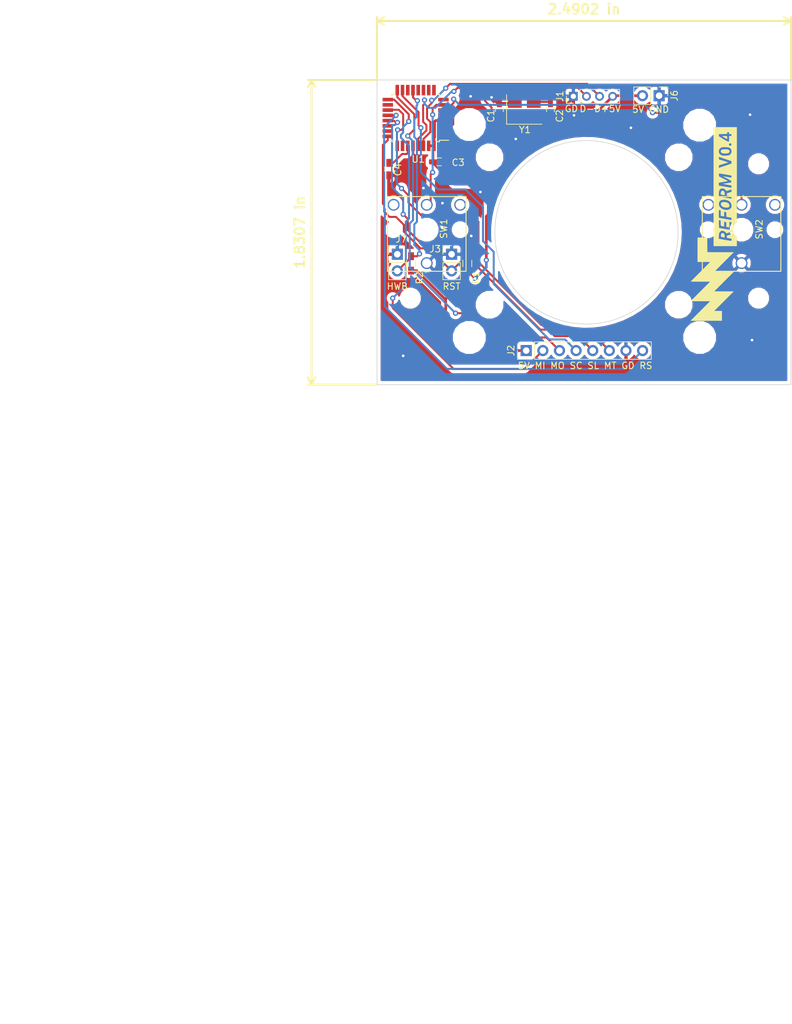
<source format=kicad_pcb>
(kicad_pcb (version 20171130) (host pcbnew 5.0.0-rc2+dfsg1-3)

  (general
    (thickness 1.6)
    (drawings 166)
    (tracks 310)
    (zones 0)
    (modules 28)
    (nets 34)
  )

  (page A4)
  (layers
    (0 F.Cu signal)
    (31 B.Cu signal)
    (32 B.Adhes user)
    (33 F.Adhes user)
    (34 B.Paste user)
    (35 F.Paste user)
    (36 B.SilkS user)
    (37 F.SilkS user)
    (38 B.Mask user)
    (39 F.Mask user)
    (40 Dwgs.User user)
    (41 Cmts.User user)
    (42 Eco1.User user)
    (43 Eco2.User user)
    (44 Edge.Cuts user)
    (45 Margin user)
    (46 B.CrtYd user)
    (47 F.CrtYd user)
    (48 B.Fab user)
    (49 F.Fab user hide)
  )

  (setup
    (last_trace_width 0.3)
    (trace_clearance 0.3)
    (zone_clearance 0.508)
    (zone_45_only no)
    (trace_min 0.2)
    (segment_width 0.2)
    (edge_width 0.1)
    (via_size 0.8)
    (via_drill 0.4)
    (via_min_size 0.4)
    (via_min_drill 0.3)
    (uvia_size 0.3)
    (uvia_drill 0.1)
    (uvias_allowed no)
    (uvia_min_size 0.2)
    (uvia_min_drill 0.1)
    (pcb_text_width 0.3)
    (pcb_text_size 1.5 1.5)
    (mod_edge_width 0.15)
    (mod_text_size 1 1)
    (mod_text_width 0.15)
    (pad_size 1.5 1.5)
    (pad_drill 0.6)
    (pad_to_mask_clearance 0)
    (aux_axis_origin 0 0)
    (visible_elements FFFFFF7F)
    (pcbplotparams
      (layerselection 0x090fc_ffffffff)
      (usegerberextensions false)
      (usegerberattributes false)
      (usegerberadvancedattributes false)
      (creategerberjobfile false)
      (excludeedgelayer true)
      (linewidth 0.100000)
      (plotframeref false)
      (viasonmask false)
      (mode 1)
      (useauxorigin false)
      (hpglpennumber 1)
      (hpglpenspeed 20)
      (hpglpendiameter 15)
      (psnegative false)
      (psa4output false)
      (plotreference true)
      (plotvalue true)
      (plotinvisibletext false)
      (padsonsilk false)
      (subtractmaskfromsilk false)
      (outputformat 3)
      (mirror false)
      (drillshape 0)
      (scaleselection 1)
      (outputdirectory dxf/))
  )

  (net 0 "")
  (net 1 "Net-(J1-Pad3)")
  (net 2 "Net-(J1-Pad2)")
  (net 3 GND)
  (net 4 "Net-(U1-Pad26)")
  (net 5 "Net-(U1-Pad25)")
  (net 6 "Net-(U1-Pad23)")
  (net 7 "Net-(U1-Pad22)")
  (net 8 "Net-(U1-Pad18)")
  (net 9 "Net-(SW1-Pad2)")
  (net 10 "Net-(SW2-Pad2)")
  (net 11 "Net-(U1-Pad12)")
  (net 12 "Net-(U1-Pad11)")
  (net 13 "Net-(U1-Pad10)")
  (net 14 "Net-(U1-Pad9)")
  (net 15 "Net-(U1-Pad8)")
  (net 16 "Net-(U1-Pad5)")
  (net 17 "Net-(SW1-Pad1)")
  (net 18 "Net-(SW1-Pad3)")
  (net 19 "Net-(SW2-Pad3)")
  (net 20 "Net-(SW2-Pad1)")
  (net 21 +5V)
  (net 22 "Net-(J3-Pad2)")
  (net 23 RESET)
  (net 24 MT)
  (net 25 SS)
  (net 26 SCLK)
  (net 27 MOSI)
  (net 28 MISO)
  (net 29 "Net-(C1-Pad1)")
  (net 30 "Net-(C2-Pad2)")
  (net 31 "Net-(C4-Pad1)")
  (net 32 "Net-(J7-Pad2)")
  (net 33 "Net-(U1-Pad14)")

  (net_class Default "This is the default net class."
    (clearance 0.3)
    (trace_width 0.3)
    (via_dia 0.8)
    (via_drill 0.4)
    (uvia_dia 0.3)
    (uvia_drill 0.1)
    (add_net MISO)
    (add_net MOSI)
    (add_net MT)
    (add_net "Net-(C1-Pad1)")
    (add_net "Net-(C2-Pad2)")
    (add_net "Net-(C4-Pad1)")
    (add_net "Net-(J1-Pad2)")
    (add_net "Net-(J1-Pad3)")
    (add_net "Net-(J3-Pad2)")
    (add_net "Net-(J7-Pad2)")
    (add_net "Net-(SW1-Pad1)")
    (add_net "Net-(SW1-Pad2)")
    (add_net "Net-(SW1-Pad3)")
    (add_net "Net-(SW2-Pad1)")
    (add_net "Net-(SW2-Pad2)")
    (add_net "Net-(SW2-Pad3)")
    (add_net "Net-(U1-Pad10)")
    (add_net "Net-(U1-Pad11)")
    (add_net "Net-(U1-Pad12)")
    (add_net "Net-(U1-Pad14)")
    (add_net "Net-(U1-Pad18)")
    (add_net "Net-(U1-Pad22)")
    (add_net "Net-(U1-Pad23)")
    (add_net "Net-(U1-Pad25)")
    (add_net "Net-(U1-Pad26)")
    (add_net "Net-(U1-Pad5)")
    (add_net "Net-(U1-Pad8)")
    (add_net "Net-(U1-Pad9)")
    (add_net RESET)
    (add_net SCLK)
    (add_net SS)
  )

  (net_class PWR ""
    (clearance 0.3)
    (trace_width 0.4)
    (via_dia 0.8)
    (via_drill 0.4)
    (uvia_dia 0.3)
    (uvia_drill 0.1)
    (add_net +5V)
    (add_net GND)
  )

  (module mnt:mnt (layer F.Cu) (tedit 0) (tstamp 5B5FDEF1)
    (at 148.7 120.4 90)
    (path /5B61922F)
    (fp_text reference MK13 (at 0 0 90) (layer F.SilkS) hide
      (effects (font (size 1.524 1.524) (thickness 0.3)))
    )
    (fp_text value LOGO (at 0.75 0 90) (layer F.SilkS) hide
      (effects (font (size 1.524 1.524) (thickness 0.3)))
    )
    (fp_poly (pts (xy -4.85775 -1.799167) (xy -3.3655 -0.307029) (xy -3.3655 -1.783348) (xy -3.365279 -2.029113)
      (xy -3.364641 -2.262077) (xy -3.363622 -2.478848) (xy -3.362259 -2.676031) (xy -3.360587 -2.850235)
      (xy -3.358644 -2.998066) (xy -3.356465 -3.11613) (xy -3.354087 -3.201034) (xy -3.351547 -3.249386)
      (xy -3.349681 -3.259666) (xy -3.332809 -3.245019) (xy -3.288079 -3.202424) (xy -3.217536 -3.133902)
      (xy -3.123222 -3.041475) (xy -3.00718 -2.927164) (xy -2.871453 -2.792989) (xy -2.718084 -2.640972)
      (xy -2.549115 -2.473134) (xy -2.36659 -2.291497) (xy -2.172551 -2.09808) (xy -1.969042 -1.894905)
      (xy -1.857431 -1.783348) (xy -0.381 -0.30703) (xy -0.381 -1.783348) (xy -0.380778 -2.029113)
      (xy -0.380135 -2.262077) (xy -0.379109 -2.478848) (xy -0.377736 -2.676032) (xy -0.376052 -2.850235)
      (xy -0.374095 -2.998066) (xy -0.3719 -3.11613) (xy -0.369505 -3.201034) (xy -0.366947 -3.249386)
      (xy -0.365068 -3.259666) (xy -0.348177 -3.245018) (xy -0.303436 -3.202424) (xy -0.232891 -3.133908)
      (xy -0.13859 -3.041495) (xy -0.022578 -2.927211) (xy 0.113096 -2.79308) (xy 0.266387 -2.641127)
      (xy 0.435248 -2.473378) (xy 0.617633 -2.291857) (xy 0.811493 -2.098589) (xy 1.014783 -1.8956)
      (xy 1.121834 -1.788583) (xy 1.329159 -1.581401) (xy 1.528102 -1.382903) (xy 1.716617 -1.195116)
      (xy 1.892656 -1.020064) (xy 2.054173 -0.859772) (xy 2.199121 -0.716265) (xy 2.325454 -0.591569)
      (xy 2.431124 -0.487707) (xy 2.514086 -0.406705) (xy 2.572291 -0.350588) (xy 2.603694 -0.321381)
      (xy 2.608735 -0.3175) (xy 2.612017 -0.337962) (xy 2.615071 -0.396533) (xy 2.617827 -0.488989)
      (xy 2.620213 -0.611104) (xy 2.622159 -0.758655) (xy 2.623595 -0.927418) (xy 2.624449 -1.113167)
      (xy 2.624667 -1.27) (xy 2.624667 -2.2225) (xy 6.35 -2.2225) (xy 6.35 -0.741207)
      (xy 5.233459 -0.735729) (xy 4.116917 -0.73025) (xy 4.111517 1.291003) (xy 4.106118 3.312256)
      (xy 1.121834 0.328196) (xy 1.121834 3.312471) (xy -1.862378 0.328485) (xy -1.867814 1.815264)
      (xy -1.87325 3.302044) (xy -3.360208 1.815082) (xy -4.847166 0.328121) (xy -4.847166 1.502834)
      (xy -6.35 1.502834) (xy -6.35 -3.291304) (xy -4.85775 -1.799167)) (layer F.SilkS) (width 0.01))
  )

  (module mnt:reform04 (layer F.Cu) (tedit 0) (tstamp 5B5FB616)
    (at 150.7 106.3 90)
    (path /5B620005)
    (fp_text reference MK14 (at 0 0 90) (layer F.SilkS) hide
      (effects (font (size 1.524 1.524) (thickness 0.3)))
    )
    (fp_text value LOGO2 (at 0.75 0 90) (layer F.SilkS) hide
      (effects (font (size 1.524 1.524) (thickness 0.3)))
    )
    (fp_poly (pts (xy 9.101667 1.778) (xy -9.059333 1.778) (xy -9.059333 0.899583) (xy -8.255565 0.899583)
      (xy -8.235575 0.94952) (xy -8.163461 0.970889) (xy -8.089492 0.973666) (xy -7.923983 0.973666)
      (xy -7.875088 0.66675) (xy -7.844352 0.478533) (xy -7.81848 0.35849) (xy -7.788287 0.291297)
      (xy -7.74459 0.261635) (xy -7.678205 0.254183) (xy -7.627677 0.254) (xy -7.463363 0.254)
      (xy -7.359421 0.60325) (xy -7.307665 0.772051) (xy -7.267994 0.876121) (xy -7.229231 0.932134)
      (xy -7.180195 0.956766) (xy -7.11621 0.966066) (xy -6.997085 0.973301) (xy -6.926021 0.958193)
      (xy -6.906442 0.921912) (xy -6.602828 0.921912) (xy -6.584402 0.943803) (xy -6.521143 0.958175)
      (xy -6.402768 0.965752) (xy -6.21899 0.967257) (xy -6.00075 0.964245) (xy -5.3975 0.9525)
      (xy -5.395927 0.933488) (xy -5.074272 0.933488) (xy -5.05224 0.965869) (xy -4.977509 0.970411)
      (xy -4.904024 0.965709) (xy -4.720167 0.9525) (xy -4.655334 0.5715) (xy -4.61221 0.318078)
      (xy -3.541785 0.318078) (xy -3.517088 0.453158) (xy -3.447146 0.623218) (xy -3.34137 0.780316)
      (xy -3.220519 0.896787) (xy -3.157286 0.932651) (xy -3.007433 0.964764) (xy -2.822083 0.966698)
      (xy -2.644345 0.939734) (xy -2.625908 0.933621) (xy -1.814647 0.933621) (xy -1.792393 0.965946)
      (xy -1.71728 0.97035) (xy -1.645359 0.965709) (xy -1.462504 0.9525) (xy -1.402039 0.601135)
      (xy -1.341575 0.249771) (xy -1.170978 0.262469) (xy -1.000381 0.275166) (xy -0.783167 0.9525)
      (xy -0.60325 0.965517) (xy -0.491654 0.964668) (xy -0.429019 0.946434) (xy -0.424356 0.937837)
      (xy -0.133746 0.937837) (xy -0.131516 0.955039) (xy -0.078173 0.966907) (xy 0.023084 0.966421)
      (xy 0.04082 0.965098) (xy 0.1905 0.9525) (xy 0.266597 0.550333) (xy 0.307265 0.33847)
      (xy 0.349457 0.123664) (xy 0.385936 -0.057391) (xy 0.395981 -0.105834) (xy 0.449268 -0.359834)
      (xy 0.549619 0.28575) (xy 0.64997 0.931333) (xy 0.78762 0.931333) (xy 0.839387 0.928641)
      (xy 0.883584 0.913514) (xy 0.928045 0.875373) (xy 0.980604 0.803639) (xy 1.049094 0.687733)
      (xy 1.141352 0.517077) (xy 1.255736 0.299212) (xy 1.365028 0.091444) (xy 1.460006 -0.08667)
      (xy 1.534131 -0.223064) (xy 1.580866 -0.305673) (xy 1.594076 -0.325035) (xy 1.589723 -0.282962)
      (xy 1.57226 -0.173304) (xy 1.54432 -0.011667) (xy 1.508537 0.186343) (xy 1.499918 0.233002)
      (xy 1.451358 0.49739) (xy 1.418916 0.689927) (xy 1.40325 0.822006) (xy 1.405017 0.905022)
      (xy 1.424875 0.950366) (xy 1.463482 0.969431) (xy 1.521494 0.973612) (xy 1.542668 0.973666)
      (xy 1.646472 0.964655) (xy 1.706874 0.94264) (xy 1.709493 0.939434) (xy 1.723614 0.887698)
      (xy 1.74877 0.767545) (xy 1.782293 0.594109) (xy 1.821517 0.382526) (xy 1.863776 0.147928)
      (xy 1.906402 -0.094549) (xy 1.946731 -0.329772) (xy 1.982094 -0.542607) (xy 2.009825 -0.717919)
      (xy 2.027259 -0.840573) (xy 2.032 -0.890972) (xy 2.023355 -0.941398) (xy 1.983616 -0.965147)
      (xy 1.892074 -0.969145) (xy 1.80975 -0.965296) (xy 1.5875 -0.9525) (xy 1.290113 -0.381)
      (xy 1.180682 -0.171084) (xy 1.080094 0.021168) (xy 0.99716 0.178966) (xy 0.940689 0.285524)
      (xy 0.926886 0.311136) (xy 0.897133 0.361933) (xy 0.87511 0.378255) (xy 0.856148 0.349347)
      (xy 0.835574 0.264455) (xy 0.80872 0.112823) (xy 0.789015 -0.006364) (xy 0.752795 -0.225538)
      (xy 0.715857 -0.447158) (xy 0.683946 -0.636837) (xy 0.671647 -0.709084) (xy 0.626308 -0.973667)
      (xy 0.176983 -0.973667) (xy 0.125217 -0.66675) (xy 0.098809 -0.512127) (xy 0.061937 -0.298852)
      (xy 0.018894 -0.051641) (xy -0.026024 0.204786) (xy -0.040361 0.286274) (xy -0.078095 0.509752)
      (xy -0.107583 0.702714) (xy -0.126806 0.850347) (xy -0.133746 0.937837) (xy -0.424356 0.937837)
      (xy -0.423333 0.935952) (xy -0.435401 0.878347) (xy -0.467561 0.761768) (xy -0.513754 0.607767)
      (xy -0.532452 0.54795) (xy -0.64157 0.202529) (xy -0.491354 0.064936) (xy -0.34664 -0.111118)
      (xy -0.268388 -0.302042) (xy -0.254551 -0.492829) (xy -0.303079 -0.668471) (xy -0.411925 -0.813961)
      (xy -0.579039 -0.914292) (xy -0.627138 -0.929859) (xy -0.745247 -0.950711) (xy -0.914537 -0.966139)
      (xy -1.101559 -0.973256) (xy -1.13161 -0.973431) (xy -1.303545 -0.971954) (xy -1.408887 -0.964141)
      (xy -1.465692 -0.945352) (xy -1.492016 -0.910945) (xy -1.501243 -0.878417) (xy -1.514942 -0.807116)
      (xy -1.53996 -0.667668) (xy -1.573605 -0.47543) (xy -1.613189 -0.245755) (xy -1.651425 -0.021167)
      (xy -1.694333 0.231119) (xy -1.733933 0.461748) (xy -1.767456 0.654769) (xy -1.792136 0.794233)
      (xy -1.804316 0.859876) (xy -1.814647 0.933621) (xy -2.625908 0.933621) (xy -2.57039 0.915214)
      (xy -2.36397 0.782699) (xy -2.192484 0.585049) (xy -2.064566 0.337605) (xy -1.988849 0.05571)
      (xy -1.971573 -0.148896) (xy -1.994999 -0.444824) (xy -2.071893 -0.675602) (xy -2.20199 -0.840893)
      (xy -2.385025 -0.94036) (xy -2.620733 -0.973667) (xy -2.621183 -0.973667) (xy -2.830419 -0.95304)
      (xy -3.003342 -0.882266) (xy -3.169767 -0.74801) (xy -3.204582 -0.712696) (xy -3.362063 -0.496477)
      (xy -3.475503 -0.234903) (xy -3.537783 0.045467) (xy -3.541785 0.318078) (xy -4.61221 0.318078)
      (xy -4.5905 0.1905) (xy -4.240874 0.178176) (xy -4.068144 0.170406) (xy -3.960988 0.158146)
      (xy -3.900322 0.135569) (xy -3.867063 0.096848) (xy -3.850624 0.059004) (xy -3.81545 -0.045755)
      (xy -3.814372 -0.112354) (xy -3.859536 -0.149404) (xy -3.963085 -0.165515) (xy -4.137165 -0.169297)
      (xy -4.172686 -0.169334) (xy -4.348114 -0.171002) (xy -4.454091 -0.178199) (xy -4.505803 -0.194219)
      (xy -4.518435 -0.222353) (xy -4.514445 -0.243417) (xy -4.494833 -0.331239) (xy -4.471757 -0.458729)
      (xy -4.465538 -0.497417) (xy -4.437558 -0.677334) (xy -4.022475 -0.677334) (xy -3.818487 -0.679835)
      (xy -3.684512 -0.691829) (xy -3.605941 -0.720054) (xy -3.568166 -0.771247) (xy -3.556577 -0.852146)
      (xy -3.556 -0.892463) (xy -3.561167 -0.924699) (xy -3.585337 -0.947068) (xy -3.641512 -0.961358)
      (xy -3.742693 -0.96936) (xy -3.901884 -0.972866) (xy -4.132086 -0.973666) (xy -4.145665 -0.973667)
      (xy -4.735331 -0.973667) (xy -4.779141 -0.751417) (xy -4.80214 -0.629046) (xy -4.835328 -0.445029)
      (xy -4.874826 -0.221208) (xy -4.916757 0.020573) (xy -4.931364 0.105833) (xy -4.97115 0.337462)
      (xy -5.007745 0.547929) (xy -5.037964 0.719103) (xy -5.058621 0.832847) (xy -5.063829 0.859876)
      (xy -5.074272 0.933488) (xy -5.395927 0.933488) (xy -5.384361 0.79375) (xy -5.371223 0.635)
      (xy -5.775945 0.635) (xy -5.969896 0.634467) (xy -6.092824 0.625498) (xy -6.158333 0.597034)
      (xy -6.180027 0.538017) (xy -6.171507 0.437388) (xy -6.153495 0.328083) (xy -6.127256 0.169333)
      (xy -5.771913 0.169333) (xy -5.598031 0.167963) (xy -5.489892 0.1604) (xy -5.428579 0.141465)
      (xy -5.395177 0.105979) (xy -5.375286 0.060744) (xy -5.339764 -0.044729) (xy -5.338269 -0.111814)
      (xy -5.382926 -0.149165) (xy -5.485856 -0.16544) (xy -5.659185 -0.169292) (xy -5.697555 -0.169334)
      (xy -6.061109 -0.169334) (xy -6.033129 -0.34925) (xy -6.009992 -0.496454) (xy -5.984458 -0.591513)
      (xy -5.93973 -0.645779) (xy -5.859012 -0.670606) (xy -5.725508 -0.677347) (xy -5.547751 -0.677334)
      (xy -5.356911 -0.67846) (xy -5.23416 -0.684224) (xy -5.162927 -0.698205) (xy -5.126643 -0.723981)
      (xy -5.108736 -0.765131) (xy -5.106682 -0.772584) (xy -5.087159 -0.851204) (xy -5.085471 -0.906231)
      (xy -5.113213 -0.941534) (xy -5.181981 -0.960984) (xy -5.30337 -0.968449) (xy -5.488974 -0.967801)
      (xy -5.680947 -0.964246) (xy -6.281894 -0.9525) (xy -6.441775 -0.042334) (xy -6.488732 0.227077)
      (xy -6.530344 0.469829) (xy -6.564457 0.673016) (xy -6.588915 0.823734) (xy -6.601561 0.909076)
      (xy -6.602828 0.921912) (xy -6.906442 0.921912) (xy -6.898808 0.907766) (xy -6.911233 0.809043)
      (xy -6.959085 0.649048) (xy -6.986607 0.566747) (xy -7.111256 0.197985) (xy -6.947642 0.057937)
      (xy -6.814401 -0.099115) (xy -6.730432 -0.287102) (xy -6.706537 -0.477433) (xy -6.71721 -0.552009)
      (xy -6.788946 -0.696851) (xy -6.916267 -0.828082) (xy -7.071169 -0.918626) (xy -7.109594 -0.931366)
      (xy -7.225528 -0.951649) (xy -7.392587 -0.966583) (xy -7.577264 -0.973308) (xy -7.602041 -0.973431)
      (xy -7.943915 -0.973667) (xy -8.100022 -0.074084) (xy -8.146167 0.1953) (xy -8.186847 0.439438)
      (xy -8.219928 0.644959) (xy -8.243273 0.798496) (xy -8.254748 0.88668) (xy -8.255565 0.899583)
      (xy -9.059333 0.899583) (xy -9.059333 -0.978107) (xy 2.883548 -0.978107) (xy 3.19462 -0.046962)
      (xy 3.284474 0.220339) (xy 3.366675 0.461732) (xy 3.43707 0.665277) (xy 3.491507 0.819028)
      (xy 3.525832 0.911043) (xy 3.534732 0.931169) (xy 3.591735 0.957772) (xy 3.699136 0.967022)
      (xy 3.739802 0.965327) (xy 3.915833 0.9525) (xy 4.241674 0) (xy 4.296757 -0.161176)
      (xy 4.742511 -0.161176) (xy 4.747624 0.054452) (xy 4.757129 0.274535) (xy 4.771279 0.430157)
      (xy 4.793633 0.541516) (xy 4.827745 0.628812) (xy 4.858242 0.682756) (xy 5.003316 0.841723)
      (xy 5.192884 0.940137) (xy 5.407649 0.973116) (xy 5.628316 0.935777) (xy 5.715 0.899517)
      (xy 5.851534 0.804389) (xy 5.924623 0.703288) (xy 6.248187 0.703288) (xy 6.249927 0.788128)
      (xy 6.28819 0.876354) (xy 6.377988 0.950497) (xy 6.48926 0.964921) (xy 6.588692 0.91875)
      (xy 6.616547 0.884968) (xy 6.640869 0.782485) (xy 6.615374 0.670562) (xy 6.555663 0.592666)
      (xy 6.900333 0.592666) (xy 7.747 0.592666) (xy 7.747 0.783166) (xy 7.750163 0.900218)
      (xy 7.7716 0.955645) (xy 7.829232 0.972491) (xy 7.895167 0.973666) (xy 7.986207 0.969599)
      (xy 8.029317 0.942038) (xy 8.042419 0.867939) (xy 8.043333 0.783166) (xy 8.046496 0.666115)
      (xy 8.067933 0.610687) (xy 8.125565 0.593841) (xy 8.1915 0.592666) (xy 8.290825 0.586056)
      (xy 8.331561 0.549244) (xy 8.339652 0.456752) (xy 8.339667 0.447182) (xy 8.331453 0.347731)
      (xy 8.290318 0.304001) (xy 8.202083 0.288432) (xy 8.0645 0.275166) (xy 8.052771 -0.351629)
      (xy 8.041043 -0.978423) (xy 7.865331 -0.965462) (xy 7.68962 -0.9525) (xy 7.295957 -0.3175)
      (xy 7.134073 -0.050619) (xy 7.017799 0.155082) (xy 6.943287 0.307139) (xy 6.906685 0.41309)
      (xy 6.901313 0.455083) (xy 6.900333 0.592666) (xy 6.555663 0.592666) (xy 6.551822 0.587656)
      (xy 6.520834 0.571976) (xy 6.402502 0.573373) (xy 6.295241 0.634568) (xy 6.248187 0.703288)
      (xy 5.924623 0.703288) (xy 5.94958 0.668767) (xy 6.013169 0.481817) (xy 6.04633 0.232709)
      (xy 6.053667 -0.010657) (xy 6.050777 -0.23208) (xy 6.040132 -0.390493) (xy 6.018773 -0.507413)
      (xy 5.983737 -0.604362) (xy 5.967292 -0.638348) (xy 5.833775 -0.819888) (xy 5.653605 -0.93112)
      (xy 5.425242 -0.972948) (xy 5.3975 -0.973351) (xy 5.170724 -0.942017) (xy 4.993805 -0.844219)
      (xy 4.857649 -0.674266) (xy 4.827259 -0.616434) (xy 4.785098 -0.52008) (xy 4.75865 -0.426661)
      (xy 4.745319 -0.314313) (xy 4.742511 -0.161176) (xy 4.296757 -0.161176) (xy 4.333105 -0.267529)
      (xy 4.414815 -0.5071) (xy 4.482998 -0.707519) (xy 4.533851 -0.857592) (xy 4.563569 -0.946126)
      (xy 4.569757 -0.965403) (xy 4.533261 -0.970486) (xy 4.437862 -0.968963) (xy 4.370968 -0.965403)
      (xy 4.169936 -0.9525) (xy 3.951431 -0.232834) (xy 3.864423 0.045981) (xy 3.796676 0.245339)
      (xy 3.747128 0.367973) (xy 3.714718 0.416617) (xy 3.702086 0.409237) (xy 3.679508 0.343309)
      (xy 3.637422 0.212254) (xy 3.580842 0.031983) (xy 3.514781 -0.181593) (xy 3.475325 -0.310429)
      (xy 3.279405 -0.9525) (xy 3.081476 -0.965304) (xy 2.883548 -0.978107) (xy -9.059333 -0.978107)
      (xy -9.059333 -1.778) (xy 9.101667 -1.778) (xy 9.101667 1.778)) (layer F.SilkS) (width 0.01))
    (fp_poly (pts (xy -7.426754 -0.650623) (xy -7.415641 -0.650301) (xy -7.238426 -0.631784) (xy -7.130312 -0.581709)
      (xy -7.07878 -0.491019) (xy -7.069667 -0.400056) (xy -7.105587 -0.251993) (xy -7.211198 -0.149226)
      (xy -7.383275 -0.094021) (xy -7.518818 -0.084667) (xy -7.744883 -0.084667) (xy -7.719637 -0.22225)
      (xy -7.68442 -0.416195) (xy -7.657406 -0.54191) (xy -7.628364 -0.613804) (xy -7.587063 -0.646283)
      (xy -7.52327 -0.653753) (xy -7.426754 -0.650623)) (layer F.SilkS) (width 0.01))
    (fp_poly (pts (xy -2.561805 -0.652545) (xy -2.445391 -0.596342) (xy -2.371726 -0.490329) (xy -2.335401 -0.323292)
      (xy -2.329263 -0.170498) (xy -2.359713 0.114406) (xy -2.445662 0.356258) (xy -2.582061 0.540967)
      (xy -2.585498 0.544196) (xy -2.70812 0.614609) (xy -2.855214 0.639385) (xy -2.996056 0.618714)
      (xy -3.099921 0.55279) (xy -3.1091 0.540913) (xy -3.155189 0.416854) (xy -3.174443 0.216951)
      (xy -3.175 0.168225) (xy -3.150075 -0.080034) (xy -3.080939 -0.298194) (xy -2.976048 -0.474937)
      (xy -2.84386 -0.598942) (xy -2.692831 -0.658889) (xy -2.561805 -0.652545)) (layer F.SilkS) (width 0.01))
    (fp_poly (pts (xy -0.872428 -0.65932) (xy -0.729607 -0.611791) (xy -0.634969 -0.54452) (xy -0.613853 -0.508062)
      (xy -0.607651 -0.368552) (xy -0.659271 -0.229786) (xy -0.733923 -0.14718) (xy -0.83488 -0.10825)
      (xy -0.984865 -0.086806) (xy -1.051393 -0.084667) (xy -1.279614 -0.084667) (xy -1.250602 -0.28575)
      (xy -1.222532 -0.468642) (xy -1.196739 -0.583404) (xy -1.164659 -0.645876) (xy -1.117727 -0.6719)
      (xy -1.04738 -0.677316) (xy -1.038895 -0.677334) (xy -0.872428 -0.65932)) (layer F.SilkS) (width 0.01))
    (fp_poly (pts (xy 5.532246 -0.656073) (xy 5.616937 -0.585746) (xy 5.67162 -0.456537) (xy 5.701737 -0.258629)
      (xy 5.708827 -0.142147) (xy 5.712574 0.044701) (xy 5.708981 0.217799) (xy 5.698866 0.345247)
      (xy 5.695882 0.3638) (xy 5.636089 0.528136) (xy 5.538688 0.632957) (xy 5.418601 0.671906)
      (xy 5.29075 0.638624) (xy 5.207403 0.571929) (xy 5.15426 0.501129) (xy 5.120562 0.41133)
      (xy 5.099978 0.278936) (xy 5.088923 0.130394) (xy 5.08486 -0.171562) (xy 5.11327 -0.39897)
      (xy 5.175893 -0.556173) (xy 5.274466 -0.647512) (xy 5.410725 -0.677332) (xy 5.412105 -0.677334)
      (xy 5.532246 -0.656073)) (layer F.SilkS) (width 0.01))
    (fp_poly (pts (xy 7.73832 -0.15058) (xy 7.741626 0.01487) (xy 7.739066 0.15075) (xy 7.731233 0.232094)
      (xy 7.729066 0.239674) (xy 7.669861 0.278848) (xy 7.534303 0.295742) (xy 7.494328 0.296333)
      (xy 7.373108 0.293123) (xy 7.295961 0.284911) (xy 7.281333 0.278394) (xy 7.301673 0.236845)
      (xy 7.356569 0.138933) (xy 7.436837 0.000786) (xy 7.503583 -0.11186) (xy 7.725833 -0.484176)
      (xy 7.73832 -0.15058)) (layer F.SilkS) (width 0.01))
  )

  (module Capacitors_SMD:C_0603_HandSoldering (layer F.Cu) (tedit 58AA848B) (tstamp 5B5F5722)
    (at 116.2 94.5 90)
    (descr "Capacitor SMD 0603, hand soldering")
    (tags "capacitor 0603")
    (path /5B6024C5)
    (attr smd)
    (fp_text reference C1 (at -1 -1.3 90) (layer F.SilkS)
      (effects (font (size 1 1) (thickness 0.15)))
    )
    (fp_text value 18pF (at 0 1.5 90) (layer F.Fab)
      (effects (font (size 1 1) (thickness 0.15)))
    )
    (fp_text user %R (at 0 -1.25 90) (layer F.Fab)
      (effects (font (size 1 1) (thickness 0.15)))
    )
    (fp_line (start -0.8 0.4) (end -0.8 -0.4) (layer F.Fab) (width 0.1))
    (fp_line (start 0.8 0.4) (end -0.8 0.4) (layer F.Fab) (width 0.1))
    (fp_line (start 0.8 -0.4) (end 0.8 0.4) (layer F.Fab) (width 0.1))
    (fp_line (start -0.8 -0.4) (end 0.8 -0.4) (layer F.Fab) (width 0.1))
    (fp_line (start -0.35 -0.6) (end 0.35 -0.6) (layer F.SilkS) (width 0.12))
    (fp_line (start 0.35 0.6) (end -0.35 0.6) (layer F.SilkS) (width 0.12))
    (fp_line (start -1.8 -0.65) (end 1.8 -0.65) (layer F.CrtYd) (width 0.05))
    (fp_line (start -1.8 -0.65) (end -1.8 0.65) (layer F.CrtYd) (width 0.05))
    (fp_line (start 1.8 0.65) (end 1.8 -0.65) (layer F.CrtYd) (width 0.05))
    (fp_line (start 1.8 0.65) (end -1.8 0.65) (layer F.CrtYd) (width 0.05))
    (pad 1 smd rect (at -0.95 0 90) (size 1.2 0.75) (layers F.Cu F.Paste F.Mask)
      (net 29 "Net-(C1-Pad1)"))
    (pad 2 smd rect (at 0.95 0 90) (size 1.2 0.75) (layers F.Cu F.Paste F.Mask)
      (net 3 GND))
    (model Capacitors_SMD.3dshapes/C_0603.wrl
      (at (xyz 0 0 0))
      (scale (xyz 1 1 1))
      (rotate (xyz 0 0 0))
    )
  )

  (module Capacitors_SMD:C_0603_HandSoldering (layer F.Cu) (tedit 58AA848B) (tstamp 5B5F5711)
    (at 124 94.5 90)
    (descr "Capacitor SMD 0603, hand soldering")
    (tags "capacitor 0603")
    (path /5B6025A9)
    (attr smd)
    (fp_text reference C2 (at -1 1.4 270) (layer F.SilkS)
      (effects (font (size 1 1) (thickness 0.15)))
    )
    (fp_text value 18pF (at 0 1.5 90) (layer F.Fab)
      (effects (font (size 1 1) (thickness 0.15)))
    )
    (fp_line (start 1.8 0.65) (end -1.8 0.65) (layer F.CrtYd) (width 0.05))
    (fp_line (start 1.8 0.65) (end 1.8 -0.65) (layer F.CrtYd) (width 0.05))
    (fp_line (start -1.8 -0.65) (end -1.8 0.65) (layer F.CrtYd) (width 0.05))
    (fp_line (start -1.8 -0.65) (end 1.8 -0.65) (layer F.CrtYd) (width 0.05))
    (fp_line (start 0.35 0.6) (end -0.35 0.6) (layer F.SilkS) (width 0.12))
    (fp_line (start -0.35 -0.6) (end 0.35 -0.6) (layer F.SilkS) (width 0.12))
    (fp_line (start -0.8 -0.4) (end 0.8 -0.4) (layer F.Fab) (width 0.1))
    (fp_line (start 0.8 -0.4) (end 0.8 0.4) (layer F.Fab) (width 0.1))
    (fp_line (start 0.8 0.4) (end -0.8 0.4) (layer F.Fab) (width 0.1))
    (fp_line (start -0.8 0.4) (end -0.8 -0.4) (layer F.Fab) (width 0.1))
    (fp_text user %R (at 0 -1.25 90) (layer F.Fab)
      (effects (font (size 1 1) (thickness 0.15)))
    )
    (pad 2 smd rect (at 0.95 0 90) (size 1.2 0.75) (layers F.Cu F.Paste F.Mask)
      (net 30 "Net-(C2-Pad2)"))
    (pad 1 smd rect (at -0.95 0 90) (size 1.2 0.75) (layers F.Cu F.Paste F.Mask)
      (net 3 GND))
    (model Capacitors_SMD.3dshapes/C_0603.wrl
      (at (xyz 0 0 0))
      (scale (xyz 1 1 1))
      (rotate (xyz 0 0 0))
    )
  )

  (module Capacitors_SMD:C_0603_HandSoldering (layer F.Cu) (tedit 58AA848B) (tstamp 5B5F5700)
    (at 107 102.5)
    (descr "Capacitor SMD 0603, hand soldering")
    (tags "capacitor 0603")
    (path /5B5F4C0A)
    (attr smd)
    (fp_text reference C3 (at 2.9 0.1) (layer F.SilkS)
      (effects (font (size 1 1) (thickness 0.15)))
    )
    (fp_text value 0.1uF (at 0 1.5) (layer F.Fab)
      (effects (font (size 1 1) (thickness 0.15)))
    )
    (fp_text user %R (at 0 -1.25) (layer F.Fab)
      (effects (font (size 1 1) (thickness 0.15)))
    )
    (fp_line (start -0.8 0.4) (end -0.8 -0.4) (layer F.Fab) (width 0.1))
    (fp_line (start 0.8 0.4) (end -0.8 0.4) (layer F.Fab) (width 0.1))
    (fp_line (start 0.8 -0.4) (end 0.8 0.4) (layer F.Fab) (width 0.1))
    (fp_line (start -0.8 -0.4) (end 0.8 -0.4) (layer F.Fab) (width 0.1))
    (fp_line (start -0.35 -0.6) (end 0.35 -0.6) (layer F.SilkS) (width 0.12))
    (fp_line (start 0.35 0.6) (end -0.35 0.6) (layer F.SilkS) (width 0.12))
    (fp_line (start -1.8 -0.65) (end 1.8 -0.65) (layer F.CrtYd) (width 0.05))
    (fp_line (start -1.8 -0.65) (end -1.8 0.65) (layer F.CrtYd) (width 0.05))
    (fp_line (start 1.8 0.65) (end 1.8 -0.65) (layer F.CrtYd) (width 0.05))
    (fp_line (start 1.8 0.65) (end -1.8 0.65) (layer F.CrtYd) (width 0.05))
    (pad 1 smd rect (at -0.95 0) (size 1.2 0.75) (layers F.Cu F.Paste F.Mask)
      (net 21 +5V))
    (pad 2 smd rect (at 0.95 0) (size 1.2 0.75) (layers F.Cu F.Paste F.Mask)
      (net 3 GND))
    (model Capacitors_SMD.3dshapes/C_0603.wrl
      (at (xyz 0 0 0))
      (scale (xyz 1 1 1))
      (rotate (xyz 0 0 0))
    )
  )

  (module Capacitors_SMD:C_0603_HandSoldering (layer F.Cu) (tedit 58AA848B) (tstamp 5B5F56EF)
    (at 99.3 103.6 270)
    (descr "Capacitor SMD 0603, hand soldering")
    (tags "capacitor 0603")
    (path /5B5F5601)
    (attr smd)
    (fp_text reference C4 (at 0.1 -1.4 270) (layer F.SilkS)
      (effects (font (size 1 1) (thickness 0.15)))
    )
    (fp_text value 1uF (at 0 1.5 270) (layer F.Fab)
      (effects (font (size 1 1) (thickness 0.15)))
    )
    (fp_line (start 1.8 0.65) (end -1.8 0.65) (layer F.CrtYd) (width 0.05))
    (fp_line (start 1.8 0.65) (end 1.8 -0.65) (layer F.CrtYd) (width 0.05))
    (fp_line (start -1.8 -0.65) (end -1.8 0.65) (layer F.CrtYd) (width 0.05))
    (fp_line (start -1.8 -0.65) (end 1.8 -0.65) (layer F.CrtYd) (width 0.05))
    (fp_line (start 0.35 0.6) (end -0.35 0.6) (layer F.SilkS) (width 0.12))
    (fp_line (start -0.35 -0.6) (end 0.35 -0.6) (layer F.SilkS) (width 0.12))
    (fp_line (start -0.8 -0.4) (end 0.8 -0.4) (layer F.Fab) (width 0.1))
    (fp_line (start 0.8 -0.4) (end 0.8 0.4) (layer F.Fab) (width 0.1))
    (fp_line (start 0.8 0.4) (end -0.8 0.4) (layer F.Fab) (width 0.1))
    (fp_line (start -0.8 0.4) (end -0.8 -0.4) (layer F.Fab) (width 0.1))
    (fp_text user %R (at 0 -1.25 270) (layer F.Fab)
      (effects (font (size 1 1) (thickness 0.15)))
    )
    (pad 2 smd rect (at 0.95 0 270) (size 1.2 0.75) (layers F.Cu F.Paste F.Mask)
      (net 3 GND))
    (pad 1 smd rect (at -0.95 0 270) (size 1.2 0.75) (layers F.Cu F.Paste F.Mask)
      (net 31 "Net-(C4-Pad1)"))
    (model Capacitors_SMD.3dshapes/C_0603.wrl
      (at (xyz 0 0 0))
      (scale (xyz 1 1 1))
      (rotate (xyz 0 0 0))
    )
  )

  (module Crystals:Crystal_SMD_3225-4pin_3.2x2.5mm_HandSoldering (layer F.Cu) (tedit 58CD2E9C) (tstamp 5B5F56DE)
    (at 120 94.5)
    (descr "SMD Crystal SERIES SMD3225/4 http://www.txccrystal.com/images/pdf/7m-accuracy.pdf, hand-soldering, 3.2x2.5mm^2 package")
    (tags "SMD SMT crystal hand-soldering")
    (path /5B608FD3)
    (attr smd)
    (fp_text reference Y1 (at 0.1 3.1) (layer F.SilkS)
      (effects (font (size 1 1) (thickness 0.15)))
    )
    (fp_text value Crystal_GND24 (at 0 3.05) (layer F.Fab)
      (effects (font (size 1 1) (thickness 0.15)))
    )
    (fp_line (start 2.8 -2.3) (end -2.8 -2.3) (layer F.CrtYd) (width 0.05))
    (fp_line (start 2.8 2.3) (end 2.8 -2.3) (layer F.CrtYd) (width 0.05))
    (fp_line (start -2.8 2.3) (end 2.8 2.3) (layer F.CrtYd) (width 0.05))
    (fp_line (start -2.8 -2.3) (end -2.8 2.3) (layer F.CrtYd) (width 0.05))
    (fp_line (start -2.7 2.25) (end 2.7 2.25) (layer F.SilkS) (width 0.12))
    (fp_line (start -2.7 -2.25) (end -2.7 2.25) (layer F.SilkS) (width 0.12))
    (fp_line (start -1.6 0.25) (end -0.6 1.25) (layer F.Fab) (width 0.1))
    (fp_line (start 1.6 -1.25) (end -1.6 -1.25) (layer F.Fab) (width 0.1))
    (fp_line (start 1.6 1.25) (end 1.6 -1.25) (layer F.Fab) (width 0.1))
    (fp_line (start -1.6 1.25) (end 1.6 1.25) (layer F.Fab) (width 0.1))
    (fp_line (start -1.6 -1.25) (end -1.6 1.25) (layer F.Fab) (width 0.1))
    (fp_text user %R (at 0 0) (layer F.Fab)
      (effects (font (size 0.7 0.7) (thickness 0.105)))
    )
    (pad 4 smd rect (at -1.45 -1.15) (size 2.1 1.8) (layers F.Cu F.Paste F.Mask)
      (net 3 GND))
    (pad 3 smd rect (at 1.45 -1.15) (size 2.1 1.8) (layers F.Cu F.Paste F.Mask)
      (net 30 "Net-(C2-Pad2)"))
    (pad 2 smd rect (at 1.45 1.15) (size 2.1 1.8) (layers F.Cu F.Paste F.Mask)
      (net 3 GND))
    (pad 1 smd rect (at -1.45 1.15) (size 2.1 1.8) (layers F.Cu F.Paste F.Mask)
      (net 29 "Net-(C1-Pad1)"))
    (model ${KISYS3DMOD}/Crystals.3dshapes/Crystal_SMD_3225-4pin_3.2x2.5mm_HandSoldering.wrl
      (at (xyz 0 0 0))
      (scale (xyz 1 1 1))
      (rotate (xyz 0 0 0))
    )
  )

  (module Mounting_Holes:MountingHole_2.2mm_M2_DIN965 (layer F.Cu) (tedit 5B5F5761) (tstamp 5B5F564A)
    (at 155.8 102.8)
    (descr "Mounting Hole 2.2mm, no annular, M2, DIN965")
    (tags "mounting hole 2.2mm no annular m2 din965")
    (path /5B5F3C4A)
    (attr virtual)
    (fp_text reference MK2 (at 0 -2.9) (layer F.SilkS) hide
      (effects (font (size 1 1) (thickness 0.15)))
    )
    (fp_text value Mounting_Hole (at 0 2.9) (layer F.Fab)
      (effects (font (size 1 1) (thickness 0.15)))
    )
    (fp_circle (center 0 0) (end 2.15 0) (layer F.CrtYd) (width 0.05))
    (fp_circle (center 0 0) (end 1.9 0) (layer Cmts.User) (width 0.15))
    (fp_text user %R (at 0.3 0) (layer F.Fab)
      (effects (font (size 1 1) (thickness 0.15)))
    )
    (pad 1 np_thru_hole circle (at 0 0) (size 2.2 2.2) (drill 2.2) (layers *.Cu *.Mask))
  )

  (module Mounting_Holes:MountingHole_2.2mm_M2_DIN965 (layer F.Cu) (tedit 5B5F5785) (tstamp 5B5F599D)
    (at 102.6 123.3)
    (descr "Mounting Hole 2.2mm, no annular, M2, DIN965")
    (tags "mounting hole 2.2mm no annular m2 din965")
    (path /5B5F3C76)
    (attr virtual)
    (fp_text reference MK3 (at 0 -2.9) (layer F.SilkS) hide
      (effects (font (size 1 1) (thickness 0.15)))
    )
    (fp_text value Mounting_Hole (at 0 2.9) (layer F.Fab)
      (effects (font (size 1 1) (thickness 0.15)))
    )
    (fp_text user %R (at 0.3 0) (layer F.Fab)
      (effects (font (size 1 1) (thickness 0.15)))
    )
    (fp_circle (center 0 0) (end 1.9 0) (layer Cmts.User) (width 0.15))
    (fp_circle (center 0 0) (end 2.15 0) (layer F.CrtYd) (width 0.05))
    (pad 1 np_thru_hole circle (at 0 0) (size 2.2 2.2) (drill 2.2) (layers *.Cu *.Mask))
  )

  (module Mounting_Holes:MountingHole_2.2mm_M2_DIN965 (layer F.Cu) (tedit 5B5F5776) (tstamp 5B5F563A)
    (at 155.8 123.3)
    (descr "Mounting Hole 2.2mm, no annular, M2, DIN965")
    (tags "mounting hole 2.2mm no annular m2 din965")
    (path /5B5F3C9A)
    (attr virtual)
    (fp_text reference MK4 (at 0 -2.9) (layer F.SilkS) hide
      (effects (font (size 1 1) (thickness 0.15)))
    )
    (fp_text value Mounting_Hole (at 0 2.9) (layer F.Fab)
      (effects (font (size 1 1) (thickness 0.15)))
    )
    (fp_circle (center 0 0) (end 2.15 0) (layer F.CrtYd) (width 0.05))
    (fp_circle (center 0 0) (end 1.9 0) (layer Cmts.User) (width 0.15))
    (fp_text user %R (at 0.3 0) (layer F.Fab)
      (effects (font (size 1 1) (thickness 0.15)))
    )
    (pad 1 np_thru_hole circle (at 0 0) (size 2.2 2.2) (drill 2.2) (layers *.Cu *.Mask))
  )

  (module Mounting_Holes:MountingHole_3.2mm_M3_DIN965 (layer F.Cu) (tedit 5B5F577E) (tstamp 5B5F5632)
    (at 114.7 124.3)
    (descr "Mounting Hole 3.2mm, no annular, M3, DIN965")
    (tags "mounting hole 3.2mm no annular m3 din965")
    (path /5B5F4263)
    (attr virtual)
    (fp_text reference MK11 (at 0 -3.8) (layer F.SilkS) hide
      (effects (font (size 1 1) (thickness 0.15)))
    )
    (fp_text value Mounting_Hole (at 0 3.8) (layer F.Fab)
      (effects (font (size 1 1) (thickness 0.15)))
    )
    (fp_text user %R (at 0.3 0) (layer F.Fab)
      (effects (font (size 1 1) (thickness 0.15)))
    )
    (fp_circle (center 0 0) (end 2.8 0) (layer Cmts.User) (width 0.15))
    (fp_circle (center 0 0) (end 3.05 0) (layer F.CrtYd) (width 0.05))
    (pad 1 np_thru_hole circle (at 0 0) (size 3.2 3.2) (drill 3.2) (layers *.Cu *.Mask))
  )

  (module Mounting_Holes:MountingHole_3.2mm_M3_DIN965 (layer F.Cu) (tedit 5B5F5765) (tstamp 5B5F562A)
    (at 114.7 101.8)
    (descr "Mounting Hole 3.2mm, no annular, M3, DIN965")
    (tags "mounting hole 3.2mm no annular m3 din965")
    (path /5B5F4257)
    (attr virtual)
    (fp_text reference MK9 (at 0 -3.8) (layer F.SilkS) hide
      (effects (font (size 1 1) (thickness 0.15)))
    )
    (fp_text value Mounting_Hole (at 0 3.8) (layer F.Fab)
      (effects (font (size 1 1) (thickness 0.15)))
    )
    (fp_circle (center 0 0) (end 3.05 0) (layer F.CrtYd) (width 0.05))
    (fp_circle (center 0 0) (end 2.8 0) (layer Cmts.User) (width 0.15))
    (fp_text user %R (at 0.3 0) (layer F.Fab)
      (effects (font (size 1 1) (thickness 0.15)))
    )
    (pad 1 np_thru_hole circle (at 0 0) (size 3.2 3.2) (drill 3.2) (layers *.Cu *.Mask))
  )

  (module Mounting_Holes:MountingHole_3.2mm_M3_DIN965 (layer F.Cu) (tedit 5B5F5772) (tstamp 5B5F5622)
    (at 143.6 101.8)
    (descr "Mounting Hole 3.2mm, no annular, M3, DIN965")
    (tags "mounting hole 3.2mm no annular m3 din965")
    (path /5B5F425D)
    (attr virtual)
    (fp_text reference MK10 (at 0 -3.8) (layer F.SilkS) hide
      (effects (font (size 1 1) (thickness 0.15)))
    )
    (fp_text value Mounting_Hole (at 0 3.8) (layer F.Fab)
      (effects (font (size 1 1) (thickness 0.15)))
    )
    (fp_text user %R (at 0.3 0) (layer F.Fab)
      (effects (font (size 1 1) (thickness 0.15)))
    )
    (fp_circle (center 0 0) (end 2.8 0) (layer Cmts.User) (width 0.15))
    (fp_circle (center 0 0) (end 3.05 0) (layer F.CrtYd) (width 0.05))
    (pad 1 np_thru_hole circle (at 0 0) (size 3.2 3.2) (drill 3.2) (layers *.Cu *.Mask))
  )

  (module Mounting_Holes:MountingHole_3.2mm_M3_DIN965 (layer F.Cu) (tedit 5B5F577B) (tstamp 5B5F561A)
    (at 143.6 124.3)
    (descr "Mounting Hole 3.2mm, no annular, M3, DIN965")
    (tags "mounting hole 3.2mm no annular m3 din965")
    (path /5B5F4269)
    (attr virtual)
    (fp_text reference MK12 (at 0 -3.8) (layer F.SilkS) hide
      (effects (font (size 1 1) (thickness 0.15)))
    )
    (fp_text value Mounting_Hole (at 0 3.8) (layer F.Fab)
      (effects (font (size 1 1) (thickness 0.15)))
    )
    (fp_circle (center 0 0) (end 3.05 0) (layer F.CrtYd) (width 0.05))
    (fp_circle (center 0 0) (end 2.8 0) (layer Cmts.User) (width 0.15))
    (fp_text user %R (at 0.3 0) (layer F.Fab)
      (effects (font (size 1 1) (thickness 0.15)))
    )
    (pad 1 np_thru_hole circle (at 0 0) (size 3.2 3.2) (drill 3.2) (layers *.Cu *.Mask))
  )

  (module Mounting_Holes:MountingHole_4mm (layer F.Cu) (tedit 5B5F5779) (tstamp 5B5F5612)
    (at 146.8 129.3)
    (descr "Mounting Hole 4mm, no annular")
    (tags "mounting hole 4mm no annular")
    (path /5B5F3DB9)
    (attr virtual)
    (fp_text reference MK8 (at 0 -5) (layer F.SilkS) hide
      (effects (font (size 1 1) (thickness 0.15)))
    )
    (fp_text value Mounting_Hole (at 0 5) (layer F.Fab)
      (effects (font (size 1 1) (thickness 0.15)))
    )
    (fp_text user %R (at 0.3 0) (layer F.Fab)
      (effects (font (size 1 1) (thickness 0.15)))
    )
    (fp_circle (center 0 0) (end 4 0) (layer Cmts.User) (width 0.15))
    (fp_circle (center 0 0) (end 4.25 0) (layer F.CrtYd) (width 0.05))
    (pad 1 np_thru_hole circle (at 0 0) (size 4 4) (drill 4) (layers *.Cu *.Mask))
  )

  (module Mounting_Holes:MountingHole_4mm (layer F.Cu) (tedit 5B5F5781) (tstamp 5B5F560A)
    (at 111.6 129.3)
    (descr "Mounting Hole 4mm, no annular")
    (tags "mounting hole 4mm no annular")
    (path /5B5F3DB3)
    (attr virtual)
    (fp_text reference MK7 (at 0 -5) (layer F.SilkS) hide
      (effects (font (size 1 1) (thickness 0.15)))
    )
    (fp_text value Mounting_Hole (at 0 5) (layer F.Fab)
      (effects (font (size 1 1) (thickness 0.15)))
    )
    (fp_circle (center 0 0) (end 4.25 0) (layer F.CrtYd) (width 0.05))
    (fp_circle (center 0 0) (end 4 0) (layer Cmts.User) (width 0.15))
    (fp_text user %R (at 0.3 0) (layer F.Fab)
      (effects (font (size 1 1) (thickness 0.15)))
    )
    (pad 1 np_thru_hole circle (at 0 0) (size 4 4) (drill 4) (layers *.Cu *.Mask))
  )

  (module Mounting_Holes:MountingHole_4mm (layer F.Cu) (tedit 5B5F576F) (tstamp 5B5F5602)
    (at 146.8 96.9)
    (descr "Mounting Hole 4mm, no annular")
    (tags "mounting hole 4mm no annular")
    (path /5B5F3DAD)
    (attr virtual)
    (fp_text reference MK6 (at 0 -5) (layer F.SilkS) hide
      (effects (font (size 1 1) (thickness 0.15)))
    )
    (fp_text value Mounting_Hole (at 0 5) (layer F.Fab)
      (effects (font (size 1 1) (thickness 0.15)))
    )
    (fp_text user %R (at 0.3 0) (layer F.Fab)
      (effects (font (size 1 1) (thickness 0.15)))
    )
    (fp_circle (center 0 0) (end 4 0) (layer Cmts.User) (width 0.15))
    (fp_circle (center 0 0) (end 4.25 0) (layer F.CrtYd) (width 0.05))
    (pad 1 np_thru_hole circle (at 0 0) (size 4 4) (drill 4) (layers *.Cu *.Mask))
  )

  (module Mounting_Holes:MountingHole_4mm (layer F.Cu) (tedit 5B5F5769) (tstamp 5B5F55FA)
    (at 111.6 96.8)
    (descr "Mounting Hole 4mm, no annular")
    (tags "mounting hole 4mm no annular")
    (path /5B5F3DA7)
    (attr virtual)
    (fp_text reference MK5 (at 0 -5) (layer F.SilkS) hide
      (effects (font (size 1 1) (thickness 0.15)))
    )
    (fp_text value Mounting_Hole (at 0 5) (layer F.Fab)
      (effects (font (size 1 1) (thickness 0.15)))
    )
    (fp_circle (center 0 0) (end 4.25 0) (layer F.CrtYd) (width 0.05))
    (fp_circle (center 0 0) (end 4 0) (layer Cmts.User) (width 0.15))
    (fp_text user %R (at 0.3 0) (layer F.Fab)
      (effects (font (size 1 1) (thickness 0.15)))
    )
    (pad 1 np_thru_hole circle (at 0 0) (size 4 4) (drill 4) (layers *.Cu *.Mask))
  )

  (module Pin_Headers:Pin_Header_Straight_1x02_Pitch2.54mm (layer F.Cu) (tedit 59650532) (tstamp 5B5F63A3)
    (at 140.6 92.4 270)
    (descr "Through hole straight pin header, 1x02, 2.54mm pitch, single row")
    (tags "Through hole pin header THT 1x02 2.54mm single row")
    (path /5B600FBC)
    (fp_text reference J6 (at 0 -2.33 270) (layer F.SilkS)
      (effects (font (size 1 1) (thickness 0.15)))
    )
    (fp_text value Conn_PWR (at 0 4.87 270) (layer F.Fab)
      (effects (font (size 1 1) (thickness 0.15)))
    )
    (fp_text user %R (at 0 1.27) (layer F.Fab)
      (effects (font (size 1 1) (thickness 0.15)))
    )
    (fp_line (start 1.8 -1.8) (end -1.8 -1.8) (layer F.CrtYd) (width 0.05))
    (fp_line (start 1.8 4.35) (end 1.8 -1.8) (layer F.CrtYd) (width 0.05))
    (fp_line (start -1.8 4.35) (end 1.8 4.35) (layer F.CrtYd) (width 0.05))
    (fp_line (start -1.8 -1.8) (end -1.8 4.35) (layer F.CrtYd) (width 0.05))
    (fp_line (start -1.33 -1.33) (end 0 -1.33) (layer F.SilkS) (width 0.12))
    (fp_line (start -1.33 0) (end -1.33 -1.33) (layer F.SilkS) (width 0.12))
    (fp_line (start -1.33 1.27) (end 1.33 1.27) (layer F.SilkS) (width 0.12))
    (fp_line (start 1.33 1.27) (end 1.33 3.87) (layer F.SilkS) (width 0.12))
    (fp_line (start -1.33 1.27) (end -1.33 3.87) (layer F.SilkS) (width 0.12))
    (fp_line (start -1.33 3.87) (end 1.33 3.87) (layer F.SilkS) (width 0.12))
    (fp_line (start -1.27 -0.635) (end -0.635 -1.27) (layer F.Fab) (width 0.1))
    (fp_line (start -1.27 3.81) (end -1.27 -0.635) (layer F.Fab) (width 0.1))
    (fp_line (start 1.27 3.81) (end -1.27 3.81) (layer F.Fab) (width 0.1))
    (fp_line (start 1.27 -1.27) (end 1.27 3.81) (layer F.Fab) (width 0.1))
    (fp_line (start -0.635 -1.27) (end 1.27 -1.27) (layer F.Fab) (width 0.1))
    (pad 2 thru_hole oval (at 0 2.54 270) (size 1.7 1.7) (drill 1) (layers *.Cu *.Mask)
      (net 21 +5V))
    (pad 1 thru_hole rect (at 0 0 270) (size 1.7 1.7) (drill 1) (layers *.Cu *.Mask)
      (net 3 GND))
    (model ${KISYS3DMOD}/Pin_Headers.3dshapes/Pin_Header_Straight_1x02_Pitch2.54mm.wrl
      (at (xyz 0 0 0))
      (scale (xyz 1 1 1))
      (rotate (xyz 0 0 0))
    )
  )

  (module Pin_Headers:Pin_Header_Straight_1x02_Pitch2.54mm (layer F.Cu) (tedit 59650532) (tstamp 5B5F55DC)
    (at 108.9 116.6)
    (descr "Through hole straight pin header, 1x02, 2.54mm pitch, single row")
    (tags "Through hole pin header THT 1x02 2.54mm single row")
    (path /5B5FD0BE)
    (fp_text reference J3 (at -2.5 -0.8) (layer F.SilkS)
      (effects (font (size 1 1) (thickness 0.15)))
    )
    (fp_text value Conn_RST (at 0 4.87) (layer F.Fab)
      (effects (font (size 1 1) (thickness 0.15)))
    )
    (fp_line (start -0.635 -1.27) (end 1.27 -1.27) (layer F.Fab) (width 0.1))
    (fp_line (start 1.27 -1.27) (end 1.27 3.81) (layer F.Fab) (width 0.1))
    (fp_line (start 1.27 3.81) (end -1.27 3.81) (layer F.Fab) (width 0.1))
    (fp_line (start -1.27 3.81) (end -1.27 -0.635) (layer F.Fab) (width 0.1))
    (fp_line (start -1.27 -0.635) (end -0.635 -1.27) (layer F.Fab) (width 0.1))
    (fp_line (start -1.33 3.87) (end 1.33 3.87) (layer F.SilkS) (width 0.12))
    (fp_line (start -1.33 1.27) (end -1.33 3.87) (layer F.SilkS) (width 0.12))
    (fp_line (start 1.33 1.27) (end 1.33 3.87) (layer F.SilkS) (width 0.12))
    (fp_line (start -1.33 1.27) (end 1.33 1.27) (layer F.SilkS) (width 0.12))
    (fp_line (start -1.33 0) (end -1.33 -1.33) (layer F.SilkS) (width 0.12))
    (fp_line (start -1.33 -1.33) (end 0 -1.33) (layer F.SilkS) (width 0.12))
    (fp_line (start -1.8 -1.8) (end -1.8 4.35) (layer F.CrtYd) (width 0.05))
    (fp_line (start -1.8 4.35) (end 1.8 4.35) (layer F.CrtYd) (width 0.05))
    (fp_line (start 1.8 4.35) (end 1.8 -1.8) (layer F.CrtYd) (width 0.05))
    (fp_line (start 1.8 -1.8) (end -1.8 -1.8) (layer F.CrtYd) (width 0.05))
    (fp_text user %R (at 0 1.27 90) (layer F.Fab)
      (effects (font (size 1 1) (thickness 0.15)))
    )
    (pad 1 thru_hole rect (at 0 0) (size 1.7 1.7) (drill 1) (layers *.Cu *.Mask)
      (net 3 GND))
    (pad 2 thru_hole oval (at 0 2.54) (size 1.7 1.7) (drill 1) (layers *.Cu *.Mask)
      (net 22 "Net-(J3-Pad2)"))
    (model ${KISYS3DMOD}/Pin_Headers.3dshapes/Pin_Header_Straight_1x02_Pitch2.54mm.wrl
      (at (xyz 0 0 0))
      (scale (xyz 1 1 1))
      (rotate (xyz 0 0 0))
    )
  )

  (module Pin_Headers:Pin_Header_Straight_1x02_Pitch2.54mm (layer F.Cu) (tedit 59650532) (tstamp 5B5F55C6)
    (at 100.6 116.6)
    (descr "Through hole straight pin header, 1x02, 2.54mm pitch, single row")
    (tags "Through hole pin header THT 1x02 2.54mm single row")
    (path /5B5F78A5)
    (fp_text reference J7 (at 0.6 -2.3) (layer F.SilkS)
      (effects (font (size 1 1) (thickness 0.15)))
    )
    (fp_text value Conn_HWB (at 0 4.87) (layer F.Fab)
      (effects (font (size 1 1) (thickness 0.15)))
    )
    (fp_text user %R (at 0 1.27 90) (layer F.Fab)
      (effects (font (size 1 1) (thickness 0.15)))
    )
    (fp_line (start 1.8 -1.8) (end -1.8 -1.8) (layer F.CrtYd) (width 0.05))
    (fp_line (start 1.8 4.35) (end 1.8 -1.8) (layer F.CrtYd) (width 0.05))
    (fp_line (start -1.8 4.35) (end 1.8 4.35) (layer F.CrtYd) (width 0.05))
    (fp_line (start -1.8 -1.8) (end -1.8 4.35) (layer F.CrtYd) (width 0.05))
    (fp_line (start -1.33 -1.33) (end 0 -1.33) (layer F.SilkS) (width 0.12))
    (fp_line (start -1.33 0) (end -1.33 -1.33) (layer F.SilkS) (width 0.12))
    (fp_line (start -1.33 1.27) (end 1.33 1.27) (layer F.SilkS) (width 0.12))
    (fp_line (start 1.33 1.27) (end 1.33 3.87) (layer F.SilkS) (width 0.12))
    (fp_line (start -1.33 1.27) (end -1.33 3.87) (layer F.SilkS) (width 0.12))
    (fp_line (start -1.33 3.87) (end 1.33 3.87) (layer F.SilkS) (width 0.12))
    (fp_line (start -1.27 -0.635) (end -0.635 -1.27) (layer F.Fab) (width 0.1))
    (fp_line (start -1.27 3.81) (end -1.27 -0.635) (layer F.Fab) (width 0.1))
    (fp_line (start 1.27 3.81) (end -1.27 3.81) (layer F.Fab) (width 0.1))
    (fp_line (start 1.27 -1.27) (end 1.27 3.81) (layer F.Fab) (width 0.1))
    (fp_line (start -0.635 -1.27) (end 1.27 -1.27) (layer F.Fab) (width 0.1))
    (pad 2 thru_hole oval (at 0 2.54) (size 1.7 1.7) (drill 1) (layers *.Cu *.Mask)
      (net 32 "Net-(J7-Pad2)"))
    (pad 1 thru_hole rect (at 0 0) (size 1.7 1.7) (drill 1) (layers *.Cu *.Mask)
      (net 3 GND))
    (model ${KISYS3DMOD}/Pin_Headers.3dshapes/Pin_Header_Straight_1x02_Pitch2.54mm.wrl
      (at (xyz 0 0 0))
      (scale (xyz 1 1 1))
      (rotate (xyz 0 0 0))
    )
  )

  (module Pin_Headers:Pin_Header_Straight_1x04_Pitch2.00mm (layer F.Cu) (tedit 59650533) (tstamp 5B5F559A)
    (at 127.5 92.5 90)
    (descr "Through hole straight pin header, 1x04, 2.00mm pitch, single row")
    (tags "Through hole pin header THT 1x04 2.00mm single row")
    (path /5B5F1753)
    (fp_text reference J1 (at 0 -2.06 90) (layer F.SilkS)
      (effects (font (size 1 1) (thickness 0.15)))
    )
    (fp_text value Conn_USB (at 0 8.06 90) (layer F.Fab)
      (effects (font (size 1 1) (thickness 0.15)))
    )
    (fp_text user %R (at 0 3 180) (layer F.Fab)
      (effects (font (size 1 1) (thickness 0.15)))
    )
    (fp_line (start 1.5 -1.5) (end -1.5 -1.5) (layer F.CrtYd) (width 0.05))
    (fp_line (start 1.5 7.5) (end 1.5 -1.5) (layer F.CrtYd) (width 0.05))
    (fp_line (start -1.5 7.5) (end 1.5 7.5) (layer F.CrtYd) (width 0.05))
    (fp_line (start -1.5 -1.5) (end -1.5 7.5) (layer F.CrtYd) (width 0.05))
    (fp_line (start -1.06 -1.06) (end 0 -1.06) (layer F.SilkS) (width 0.12))
    (fp_line (start -1.06 0) (end -1.06 -1.06) (layer F.SilkS) (width 0.12))
    (fp_line (start -1.06 1) (end 1.06 1) (layer F.SilkS) (width 0.12))
    (fp_line (start 1.06 1) (end 1.06 7.06) (layer F.SilkS) (width 0.12))
    (fp_line (start -1.06 1) (end -1.06 7.06) (layer F.SilkS) (width 0.12))
    (fp_line (start -1.06 7.06) (end 1.06 7.06) (layer F.SilkS) (width 0.12))
    (fp_line (start -1 -0.5) (end -0.5 -1) (layer F.Fab) (width 0.1))
    (fp_line (start -1 7) (end -1 -0.5) (layer F.Fab) (width 0.1))
    (fp_line (start 1 7) (end -1 7) (layer F.Fab) (width 0.1))
    (fp_line (start 1 -1) (end 1 7) (layer F.Fab) (width 0.1))
    (fp_line (start -0.5 -1) (end 1 -1) (layer F.Fab) (width 0.1))
    (pad 4 thru_hole oval (at 0 6 90) (size 1.35 1.35) (drill 0.8) (layers *.Cu *.Mask)
      (net 21 +5V))
    (pad 3 thru_hole oval (at 0 4 90) (size 1.35 1.35) (drill 0.8) (layers *.Cu *.Mask)
      (net 1 "Net-(J1-Pad3)"))
    (pad 2 thru_hole oval (at 0 2 90) (size 1.35 1.35) (drill 0.8) (layers *.Cu *.Mask)
      (net 2 "Net-(J1-Pad2)"))
    (pad 1 thru_hole rect (at 0 0 90) (size 1.35 1.35) (drill 0.8) (layers *.Cu *.Mask)
      (net 3 GND))
    (model ${KISYS3DMOD}/Pin_Headers.3dshapes/Pin_Header_Straight_1x04_Pitch2.00mm.wrl
      (at (xyz 0 0 0))
      (scale (xyz 1 1 1))
      (rotate (xyz 0 0 0))
    )
  )

  (module Pin_Headers:Pin_Header_Straight_1x08_Pitch2.54mm (layer F.Cu) (tedit 59650532) (tstamp 5B5F5567)
    (at 120.3 131.3 90)
    (descr "Through hole straight pin header, 1x08, 2.54mm pitch, single row")
    (tags "Through hole pin header THT 1x08 2.54mm single row")
    (path /5B5DC761)
    (fp_text reference J2 (at 0 -2.33 90) (layer F.SilkS)
      (effects (font (size 1 1) (thickness 0.15)))
    )
    (fp_text value Conn_Sensor (at 0 20.11 90) (layer F.Fab)
      (effects (font (size 1 1) (thickness 0.15)))
    )
    (fp_text user %R (at 0 8.89 180) (layer F.Fab)
      (effects (font (size 1 1) (thickness 0.15)))
    )
    (fp_line (start 1.8 -1.8) (end -1.8 -1.8) (layer F.CrtYd) (width 0.05))
    (fp_line (start 1.8 19.55) (end 1.8 -1.8) (layer F.CrtYd) (width 0.05))
    (fp_line (start -1.8 19.55) (end 1.8 19.55) (layer F.CrtYd) (width 0.05))
    (fp_line (start -1.8 -1.8) (end -1.8 19.55) (layer F.CrtYd) (width 0.05))
    (fp_line (start -1.33 -1.33) (end 0 -1.33) (layer F.SilkS) (width 0.12))
    (fp_line (start -1.33 0) (end -1.33 -1.33) (layer F.SilkS) (width 0.12))
    (fp_line (start -1.33 1.27) (end 1.33 1.27) (layer F.SilkS) (width 0.12))
    (fp_line (start 1.33 1.27) (end 1.33 19.11) (layer F.SilkS) (width 0.12))
    (fp_line (start -1.33 1.27) (end -1.33 19.11) (layer F.SilkS) (width 0.12))
    (fp_line (start -1.33 19.11) (end 1.33 19.11) (layer F.SilkS) (width 0.12))
    (fp_line (start -1.27 -0.635) (end -0.635 -1.27) (layer F.Fab) (width 0.1))
    (fp_line (start -1.27 19.05) (end -1.27 -0.635) (layer F.Fab) (width 0.1))
    (fp_line (start 1.27 19.05) (end -1.27 19.05) (layer F.Fab) (width 0.1))
    (fp_line (start 1.27 -1.27) (end 1.27 19.05) (layer F.Fab) (width 0.1))
    (fp_line (start -0.635 -1.27) (end 1.27 -1.27) (layer F.Fab) (width 0.1))
    (pad 8 thru_hole oval (at 0 17.78 90) (size 1.7 1.7) (drill 1) (layers *.Cu *.Mask)
      (net 23 RESET))
    (pad 7 thru_hole oval (at 0 15.24 90) (size 1.7 1.7) (drill 1) (layers *.Cu *.Mask)
      (net 3 GND))
    (pad 6 thru_hole oval (at 0 12.7 90) (size 1.7 1.7) (drill 1) (layers *.Cu *.Mask)
      (net 24 MT))
    (pad 5 thru_hole oval (at 0 10.16 90) (size 1.7 1.7) (drill 1) (layers *.Cu *.Mask)
      (net 25 SS))
    (pad 4 thru_hole oval (at 0 7.62 90) (size 1.7 1.7) (drill 1) (layers *.Cu *.Mask)
      (net 26 SCLK))
    (pad 3 thru_hole oval (at 0 5.08 90) (size 1.7 1.7) (drill 1) (layers *.Cu *.Mask)
      (net 27 MOSI))
    (pad 2 thru_hole oval (at 0 2.54 90) (size 1.7 1.7) (drill 1) (layers *.Cu *.Mask)
      (net 28 MISO))
    (pad 1 thru_hole rect (at 0 0 90) (size 1.7 1.7) (drill 1) (layers *.Cu *.Mask)
      (net 21 +5V))
    (model ${KISYS3DMOD}/Pin_Headers.3dshapes/Pin_Header_Straight_1x08_Pitch2.54mm.wrl
      (at (xyz 0 0 0))
      (scale (xyz 1 1 1))
      (rotate (xyz 0 0 0))
    )
  )

  (module Resistors_SMD:R_0603_HandSoldering (layer F.Cu) (tedit 58E0A804) (tstamp 5B5F554B)
    (at 111.3 118 90)
    (descr "Resistor SMD 0603, hand soldering")
    (tags "resistor 0603")
    (path /5B5FE7C4)
    (attr smd)
    (fp_text reference R1 (at -2.2 1.3 90) (layer F.SilkS)
      (effects (font (size 1 1) (thickness 0.15)))
    )
    (fp_text value 10k (at 0 1.55 90) (layer F.Fab)
      (effects (font (size 1 1) (thickness 0.15)))
    )
    (fp_text user %R (at 0 0 90) (layer F.Fab)
      (effects (font (size 0.4 0.4) (thickness 0.075)))
    )
    (fp_line (start -0.8 0.4) (end -0.8 -0.4) (layer F.Fab) (width 0.1))
    (fp_line (start 0.8 0.4) (end -0.8 0.4) (layer F.Fab) (width 0.1))
    (fp_line (start 0.8 -0.4) (end 0.8 0.4) (layer F.Fab) (width 0.1))
    (fp_line (start -0.8 -0.4) (end 0.8 -0.4) (layer F.Fab) (width 0.1))
    (fp_line (start 0.5 0.68) (end -0.5 0.68) (layer F.SilkS) (width 0.12))
    (fp_line (start -0.5 -0.68) (end 0.5 -0.68) (layer F.SilkS) (width 0.12))
    (fp_line (start -1.96 -0.7) (end 1.95 -0.7) (layer F.CrtYd) (width 0.05))
    (fp_line (start -1.96 -0.7) (end -1.96 0.7) (layer F.CrtYd) (width 0.05))
    (fp_line (start 1.95 0.7) (end 1.95 -0.7) (layer F.CrtYd) (width 0.05))
    (fp_line (start 1.95 0.7) (end -1.96 0.7) (layer F.CrtYd) (width 0.05))
    (pad 1 smd rect (at -1.1 0 90) (size 1.2 0.9) (layers F.Cu F.Paste F.Mask)
      (net 21 +5V))
    (pad 2 smd rect (at 1.1 0 90) (size 1.2 0.9) (layers F.Cu F.Paste F.Mask)
      (net 22 "Net-(J3-Pad2)"))
    (model ${KISYS3DMOD}/Resistors_SMD.3dshapes/R_0603.wrl
      (at (xyz 0 0 0))
      (scale (xyz 1 1 1))
      (rotate (xyz 0 0 0))
    )
  )

  (module Resistors_SMD:R_0603_HandSoldering (layer F.Cu) (tedit 58E0A804) (tstamp 5B5F64A9)
    (at 102.7 118 90)
    (descr "Resistor SMD 0603, hand soldering")
    (tags "resistor 0603")
    (path /5B5F9132)
    (attr smd)
    (fp_text reference R2 (at -2.2 1.3 90) (layer F.SilkS)
      (effects (font (size 1 1) (thickness 0.15)))
    )
    (fp_text value 10k (at 0 1.55 90) (layer F.Fab)
      (effects (font (size 1 1) (thickness 0.15)))
    )
    (fp_line (start 1.95 0.7) (end -1.96 0.7) (layer F.CrtYd) (width 0.05))
    (fp_line (start 1.95 0.7) (end 1.95 -0.7) (layer F.CrtYd) (width 0.05))
    (fp_line (start -1.96 -0.7) (end -1.96 0.7) (layer F.CrtYd) (width 0.05))
    (fp_line (start -1.96 -0.7) (end 1.95 -0.7) (layer F.CrtYd) (width 0.05))
    (fp_line (start -0.5 -0.68) (end 0.5 -0.68) (layer F.SilkS) (width 0.12))
    (fp_line (start 0.5 0.68) (end -0.5 0.68) (layer F.SilkS) (width 0.12))
    (fp_line (start -0.8 -0.4) (end 0.8 -0.4) (layer F.Fab) (width 0.1))
    (fp_line (start 0.8 -0.4) (end 0.8 0.4) (layer F.Fab) (width 0.1))
    (fp_line (start 0.8 0.4) (end -0.8 0.4) (layer F.Fab) (width 0.1))
    (fp_line (start -0.8 0.4) (end -0.8 -0.4) (layer F.Fab) (width 0.1))
    (fp_text user %R (at 0 0 90) (layer F.Fab)
      (effects (font (size 0.4 0.4) (thickness 0.075)))
    )
    (pad 2 smd rect (at 1.1 0 90) (size 1.2 0.9) (layers F.Cu F.Paste F.Mask)
      (net 32 "Net-(J7-Pad2)"))
    (pad 1 smd rect (at -1.1 0 90) (size 1.2 0.9) (layers F.Cu F.Paste F.Mask)
      (net 21 +5V))
    (model ${KISYS3DMOD}/Resistors_SMD.3dshapes/R_0603.wrl
      (at (xyz 0 0 0))
      (scale (xyz 1 1 1))
      (rotate (xyz 0 0 0))
    )
  )

  (module mntcomp-keyboard:cherry-ml (layer F.Cu) (tedit 59541A46) (tstamp 5B5C83A9)
    (at 147.2 107.8)
    (path /5B5F13A7)
    (fp_text reference SW2 (at 8.7 5 90) (layer F.SilkS)
      (effects (font (size 1 1) (thickness 0.15)))
    )
    (fp_text value ML (at 10.4 10) (layer F.Fab)
      (effects (font (size 1 1) (thickness 0.15)))
    )
    (fp_line (start 0 0) (end 12 0) (layer F.SilkS) (width 0.15))
    (fp_line (start 12 0) (end 12 11.4) (layer F.SilkS) (width 0.15))
    (fp_line (start 12 11.4) (end 0 11.4) (layer F.SilkS) (width 0.15))
    (fp_line (start 0 11.4) (end 0 0) (layer F.SilkS) (width 0.15))
    (pad "" np_thru_hole circle (at 6 5.05) (size 2.6 2.6) (drill 2.6) (layers *.Cu *.Mask))
    (pad "" np_thru_hole circle (at 11.1 5.05) (size 1.55 1.55) (drill 1.55) (layers *.Cu *.Mask))
    (pad "" np_thru_hole circle (at 0.9 5.05) (size 1.55 1.55) (drill 1.55) (layers *.Cu *.Mask))
    (pad 4 thru_hole circle (at 6 10.156) (size 1.8 1.8) (drill 1.4) (layers *.Cu *.Mask)
      (net 3 GND))
    (pad 2 thru_hole circle (at 6 1.248) (size 1.8 1.8) (drill 1.4) (layers *.Cu *.Mask)
      (net 10 "Net-(SW2-Pad2)"))
    (pad 3 thru_hole circle (at 11.11 1.248) (size 1.8 1.8) (drill 1.4) (layers *.Cu *.Mask)
      (net 19 "Net-(SW2-Pad3)"))
    (pad 1 thru_hole circle (at 0.94 1.248) (size 1.8 1.8) (drill 1.4) (layers *.Cu *.Mask)
      (net 20 "Net-(SW2-Pad1)"))
  )

  (module mntcomp-keyboard:cherry-ml (layer F.Cu) (tedit 59541A46) (tstamp 5B5F0BF6)
    (at 99.1 107.8)
    (path /5B5DCCA1)
    (fp_text reference SW1 (at 8.6 4.9 90) (layer F.SilkS)
      (effects (font (size 1 1) (thickness 0.15)))
    )
    (fp_text value ML (at 10.4 10) (layer F.Fab)
      (effects (font (size 1 1) (thickness 0.15)))
    )
    (fp_line (start 0 11.4) (end 0 0) (layer F.SilkS) (width 0.15))
    (fp_line (start 12 11.4) (end 0 11.4) (layer F.SilkS) (width 0.15))
    (fp_line (start 12 0) (end 12 11.4) (layer F.SilkS) (width 0.15))
    (fp_line (start 0 0) (end 12 0) (layer F.SilkS) (width 0.15))
    (pad 1 thru_hole circle (at 0.94 1.248) (size 1.8 1.8) (drill 1.4) (layers *.Cu *.Mask)
      (net 17 "Net-(SW1-Pad1)"))
    (pad 3 thru_hole circle (at 11.11 1.248) (size 1.8 1.8) (drill 1.4) (layers *.Cu *.Mask)
      (net 18 "Net-(SW1-Pad3)"))
    (pad 2 thru_hole circle (at 6 1.248) (size 1.8 1.8) (drill 1.4) (layers *.Cu *.Mask)
      (net 9 "Net-(SW1-Pad2)"))
    (pad 4 thru_hole circle (at 6 10.156) (size 1.8 1.8) (drill 1.4) (layers *.Cu *.Mask)
      (net 3 GND))
    (pad "" np_thru_hole circle (at 0.9 5.05) (size 1.55 1.55) (drill 1.55) (layers *.Cu *.Mask))
    (pad "" np_thru_hole circle (at 11.1 5.05) (size 1.55 1.55) (drill 1.55) (layers *.Cu *.Mask))
    (pad "" np_thru_hole circle (at 6 5.05) (size 2.6 2.6) (drill 2.6) (layers *.Cu *.Mask))
  )

  (module Housings_QFP:TQFP-32_7x7mm_Pitch0.8mm (layer F.Cu) (tedit 58CC9A48) (tstamp 5B5C8270)
    (at 103.4 95.8 180)
    (descr "32-Lead Plastic Thin Quad Flatpack (PT) - 7x7x1.0 mm Body, 2.00 mm [TQFP] (see Microchip Packaging Specification 00000049BS.pdf)")
    (tags "QFP 0.8")
    (path /5B5DCA22)
    (attr smd)
    (fp_text reference U1 (at -0.4 -6.3 180) (layer F.SilkS)
      (effects (font (size 1 1) (thickness 0.15)))
    )
    (fp_text value ATmega32U2-AU (at 0 6.05 180) (layer F.Fab)
      (effects (font (size 1 1) (thickness 0.15)))
    )
    (fp_text user %R (at 0 0 180) (layer F.Fab)
      (effects (font (size 1 1) (thickness 0.15)))
    )
    (fp_line (start -2.5 -3.5) (end 3.5 -3.5) (layer F.Fab) (width 0.15))
    (fp_line (start 3.5 -3.5) (end 3.5 3.5) (layer F.Fab) (width 0.15))
    (fp_line (start 3.5 3.5) (end -3.5 3.5) (layer F.Fab) (width 0.15))
    (fp_line (start -3.5 3.5) (end -3.5 -2.5) (layer F.Fab) (width 0.15))
    (fp_line (start -3.5 -2.5) (end -2.5 -3.5) (layer F.Fab) (width 0.15))
    (fp_line (start -5.3 -5.3) (end -5.3 5.3) (layer F.CrtYd) (width 0.05))
    (fp_line (start 5.3 -5.3) (end 5.3 5.3) (layer F.CrtYd) (width 0.05))
    (fp_line (start -5.3 -5.3) (end 5.3 -5.3) (layer F.CrtYd) (width 0.05))
    (fp_line (start -5.3 5.3) (end 5.3 5.3) (layer F.CrtYd) (width 0.05))
    (fp_line (start -3.625 -3.625) (end -3.625 -3.4) (layer F.SilkS) (width 0.15))
    (fp_line (start 3.625 -3.625) (end 3.625 -3.3) (layer F.SilkS) (width 0.15))
    (fp_line (start 3.625 3.625) (end 3.625 3.3) (layer F.SilkS) (width 0.15))
    (fp_line (start -3.625 3.625) (end -3.625 3.3) (layer F.SilkS) (width 0.15))
    (fp_line (start -3.625 -3.625) (end -3.3 -3.625) (layer F.SilkS) (width 0.15))
    (fp_line (start -3.625 3.625) (end -3.3 3.625) (layer F.SilkS) (width 0.15))
    (fp_line (start 3.625 3.625) (end 3.3 3.625) (layer F.SilkS) (width 0.15))
    (fp_line (start 3.625 -3.625) (end 3.3 -3.625) (layer F.SilkS) (width 0.15))
    (fp_line (start -3.625 -3.4) (end -5.05 -3.4) (layer F.SilkS) (width 0.15))
    (pad 1 smd rect (at -4.25 -2.8 180) (size 1.6 0.55) (layers F.Cu F.Paste F.Mask)
      (net 29 "Net-(C1-Pad1)"))
    (pad 2 smd rect (at -4.25 -2 180) (size 1.6 0.55) (layers F.Cu F.Paste F.Mask)
      (net 30 "Net-(C2-Pad2)"))
    (pad 3 smd rect (at -4.25 -1.2 180) (size 1.6 0.55) (layers F.Cu F.Paste F.Mask)
      (net 3 GND))
    (pad 4 smd rect (at -4.25 -0.4 180) (size 1.6 0.55) (layers F.Cu F.Paste F.Mask)
      (net 21 +5V))
    (pad 5 smd rect (at -4.25 0.4 180) (size 1.6 0.55) (layers F.Cu F.Paste F.Mask)
      (net 16 "Net-(U1-Pad5)"))
    (pad 6 smd rect (at -4.25 1.2 180) (size 1.6 0.55) (layers F.Cu F.Paste F.Mask)
      (net 10 "Net-(SW2-Pad2)"))
    (pad 7 smd rect (at -4.25 2 180) (size 1.6 0.55) (layers F.Cu F.Paste F.Mask)
      (net 9 "Net-(SW1-Pad2)"))
    (pad 8 smd rect (at -4.25 2.8 180) (size 1.6 0.55) (layers F.Cu F.Paste F.Mask)
      (net 15 "Net-(U1-Pad8)"))
    (pad 9 smd rect (at -2.8 4.25 270) (size 1.6 0.55) (layers F.Cu F.Paste F.Mask)
      (net 14 "Net-(U1-Pad9)"))
    (pad 10 smd rect (at -2 4.25 270) (size 1.6 0.55) (layers F.Cu F.Paste F.Mask)
      (net 13 "Net-(U1-Pad10)"))
    (pad 11 smd rect (at -1.2 4.25 270) (size 1.6 0.55) (layers F.Cu F.Paste F.Mask)
      (net 12 "Net-(U1-Pad11)"))
    (pad 12 smd rect (at -0.4 4.25 270) (size 1.6 0.55) (layers F.Cu F.Paste F.Mask)
      (net 11 "Net-(U1-Pad12)"))
    (pad 13 smd rect (at 0.4 4.25 270) (size 1.6 0.55) (layers F.Cu F.Paste F.Mask)
      (net 32 "Net-(J7-Pad2)"))
    (pad 14 smd rect (at 1.2 4.25 270) (size 1.6 0.55) (layers F.Cu F.Paste F.Mask)
      (net 33 "Net-(U1-Pad14)"))
    (pad 15 smd rect (at 2 4.25 270) (size 1.6 0.55) (layers F.Cu F.Paste F.Mask)
      (net 26 SCLK))
    (pad 16 smd rect (at 2.8 4.25 270) (size 1.6 0.55) (layers F.Cu F.Paste F.Mask)
      (net 27 MOSI))
    (pad 17 smd rect (at 4.25 2.8 180) (size 1.6 0.55) (layers F.Cu F.Paste F.Mask)
      (net 28 MISO))
    (pad 18 smd rect (at 4.25 2 180) (size 1.6 0.55) (layers F.Cu F.Paste F.Mask)
      (net 8 "Net-(U1-Pad18)"))
    (pad 19 smd rect (at 4.25 1.2 180) (size 1.6 0.55) (layers F.Cu F.Paste F.Mask)
      (net 24 MT))
    (pad 20 smd rect (at 4.25 0.4 180) (size 1.6 0.55) (layers F.Cu F.Paste F.Mask)
      (net 23 RESET))
    (pad 21 smd rect (at 4.25 -0.4 180) (size 1.6 0.55) (layers F.Cu F.Paste F.Mask)
      (net 25 SS))
    (pad 22 smd rect (at 4.25 -1.2 180) (size 1.6 0.55) (layers F.Cu F.Paste F.Mask)
      (net 7 "Net-(U1-Pad22)"))
    (pad 23 smd rect (at 4.25 -2 180) (size 1.6 0.55) (layers F.Cu F.Paste F.Mask)
      (net 6 "Net-(U1-Pad23)"))
    (pad 24 smd rect (at 4.25 -2.8 180) (size 1.6 0.55) (layers F.Cu F.Paste F.Mask)
      (net 22 "Net-(J3-Pad2)"))
    (pad 25 smd rect (at 2.8 -4.25 270) (size 1.6 0.55) (layers F.Cu F.Paste F.Mask)
      (net 5 "Net-(U1-Pad25)"))
    (pad 26 smd rect (at 2 -4.25 270) (size 1.6 0.55) (layers F.Cu F.Paste F.Mask)
      (net 4 "Net-(U1-Pad26)"))
    (pad 27 smd rect (at 1.2 -4.25 270) (size 1.6 0.55) (layers F.Cu F.Paste F.Mask)
      (net 31 "Net-(C4-Pad1)"))
    (pad 28 smd rect (at 0.4 -4.25 270) (size 1.6 0.55) (layers F.Cu F.Paste F.Mask)
      (net 3 GND))
    (pad 29 smd rect (at -0.4 -4.25 270) (size 1.6 0.55) (layers F.Cu F.Paste F.Mask)
      (net 2 "Net-(J1-Pad2)"))
    (pad 30 smd rect (at -1.2 -4.25 270) (size 1.6 0.55) (layers F.Cu F.Paste F.Mask)
      (net 1 "Net-(J1-Pad3)"))
    (pad 31 smd rect (at -2 -4.25 270) (size 1.6 0.55) (layers F.Cu F.Paste F.Mask)
      (net 21 +5V))
    (pad 32 smd rect (at -2.8 -4.25 270) (size 1.6 0.55) (layers F.Cu F.Paste F.Mask)
      (net 21 +5V))
    (model ${KISYS3DMOD}/Housings_QFP.3dshapes/TQFP-32_7x7mm_Pitch0.8mm.wrl
      (at (xyz 0 0 0))
      (scale (xyz 1 1 1))
      (rotate (xyz 0 0 0))
    )
  )

  (gr_text GD (at 127.2 94.4) (layer F.SilkS) (tstamp 5B6017F0)
    (effects (font (size 1 1) (thickness 0.15)))
  )
  (gr_text D-D+5V (at 131.6 94.4) (layer F.SilkS) (tstamp 5B6017A9)
    (effects (font (size 1 1) (thickness 0.15)))
  )
  (gr_text HWB (at 100.6 121.5) (layer F.SilkS) (tstamp 5B606AE1)
    (effects (font (size 1 1) (thickness 0.15)))
  )
  (gr_text RST (at 108.9 121.5) (layer F.SilkS) (tstamp 5B606888)
    (effects (font (size 1 1) (thickness 0.15)))
  )
  (gr_text "5V GND" (at 139.3 94.5) (layer F.SilkS) (tstamp 5B606268)
    (effects (font (size 1 1) (thickness 0.15)))
  )
  (gr_text "5V MI MO SC SL MT GD RS" (at 129.3 133.6) (layer F.SilkS)
    (effects (font (size 1 1) (thickness 0.15)))
  )
  (gr_line (start 53 218.5) (end 52.1 218.5) (layer Dwgs.User) (width 0.2))
  (gr_line (start 55.5 216) (end 55.5 215.1) (layer Dwgs.User) (width 0.2))
  (gr_line (start 55.5 218.5) (end 58 218.5) (layer Dwgs.User) (width 0.2))
  (gr_line (start 53 218.5) (end 51.6 218.5) (layer Dwgs.User) (width 0.2))
  (gr_line (start 55.5 218.5) (end 53 218.5) (layer Dwgs.User) (width 0.2))
  (gr_line (start 53 218.5) (end 51 218.5) (layer Dwgs.User) (width 0.2))
  (gr_line (start 55.5 216) (end 55.5 214) (layer Dwgs.User) (width 0.2))
  (gr_line (start 152.261728 109.016878) (end 154.115314 109.016878) (layer Dwgs.User) (width 0.2))
  (gr_line (start 152.261728 108.08332) (end 152.261728 109.016878) (layer Dwgs.User) (width 0.2))
  (gr_line (start 55.5 218.5) (end 55.5 216) (layer Dwgs.User) (width 0.2))
  (gr_line (start 55.5 218.5) (end 55.5 221) (layer Dwgs.User) (width 0.2))
  (gr_line (start 55.5 218.5) (end 53 218.5) (layer Dwgs.User) (width 0.2))
  (gr_line (start 55.5 218.5) (end 55.5 221) (layer Dwgs.User) (width 0.2))
  (gr_line (start 55.5 218.5) (end 53 218.5) (layer Dwgs.User) (width 0.2))
  (gr_line (start 55.5 218.5) (end 55.5 221) (layer Dwgs.User) (width 0.2))
  (gr_line (start 55.5 216) (end 55.5 214.6) (layer Dwgs.User) (width 0.2))
  (gr_line (start 53 218.5) (end 51.6 218.5) (layer Dwgs.User) (width 0.2))
  (gr_line (start 55.5 218.5) (end 55.5 221) (layer Dwgs.User) (width 0.2))
  (gr_circle (center 111.565617 96.847112) (end 113.565617 96.847112) (layer Dwgs.User) (width 0.2))
  (gr_line (start 147.936875 109.681916) (end 147.936875 108.43238) (layer Dwgs.User) (width 0.2))
  (gr_line (start 147.686774 109.681916) (end 147.936875 109.681916) (layer Dwgs.User) (width 0.2))
  (gr_line (start 55.5 218.5) (end 53 218.5) (layer Dwgs.User) (width 0.2))
  (gr_line (start 55.5 221) (end 55.5 222.4) (layer Dwgs.User) (width 0.2))
  (gr_line (start 55.5 218.5) (end 58 218.5) (layer Dwgs.User) (width 0.2))
  (gr_line (start 53 218.5) (end 51.6 218.5) (layer Dwgs.User) (width 0.2))
  (gr_line (start 55.5 218.5) (end 55.5 221) (layer Dwgs.User) (width 0.2))
  (gr_line (start 55.5 218.5) (end 53 218.5) (layer Dwgs.User) (width 0.2))
  (gr_line (start 55.5 216) (end 55.5 214.6) (layer Dwgs.User) (width 0.2))
  (gr_line (start 55.5 218.5) (end 53 218.5) (layer Dwgs.User) (width 0.2))
  (gr_line (start 55.5 218.5) (end 55.5 216) (layer Dwgs.User) (width 0.2))
  (gr_line (start 58 218.5) (end 58.9 218.5) (layer Dwgs.User) (width 0.2))
  (gr_line (start 55.5 221) (end 55.5 221.9) (layer Dwgs.User) (width 0.2))
  (gr_line (start 55.5 216) (end 55.5 215.1) (layer Dwgs.User) (width 0.2))
  (gr_line (start 55.5 218.5) (end 58 218.5) (layer Dwgs.User) (width 0.2))
  (gr_line (start 55.5 218.5) (end 55.5 216) (layer Dwgs.User) (width 0.2))
  (gr_line (start 110.316271 108.440307) (end 110.316271 109.689844) (layer Dwgs.User) (width 0.2))
  (gr_line (start 110.566387 108.440307) (end 110.316271 108.440307) (layer Dwgs.User) (width 0.2))
  (gr_line (start 55.5 218.5) (end 58 218.5) (layer Dwgs.User) (width 0.2))
  (gr_line (start 55.5 218.5) (end 55.5 221) (layer Dwgs.User) (width 0.2))
  (gr_line (start 55.5 218.5) (end 58 218.5) (layer Dwgs.User) (width 0.2))
  (gr_line (start 55.5 218.5) (end 55.5 221) (layer Dwgs.User) (width 0.2))
  (gr_line (start 55.5 221) (end 55.5 222.4) (layer Dwgs.User) (width 0.2))
  (gr_circle (center 146.826836 96.847112) (end 148.826836 96.847112) (layer Dwgs.User) (width 0.2))
  (gr_circle (center 155.826836 123.371756) (end 156.726836 123.371756) (layer Dwgs.User) (width 0.2))
  (gr_line (start 58 218.5) (end 59.4 218.5) (layer Dwgs.User) (width 0.2))
  (gr_line (start 105.493287 117.315156) (end 104.6116 117.315156) (layer Dwgs.User) (width 0.2))
  (gr_line (start 105.493287 119.337854) (end 105.493287 117.315156) (layer Dwgs.User) (width 0.2))
  (gr_line (start 55.5 218.5) (end 55.5 216) (layer Dwgs.User) (width 0.2))
  (gr_line (start 60.5 218.5) (end 71 218.5) (layer Dwgs.User) (width 0.2))
  (gr_line (start 55.5 218.5) (end 58 218.5) (layer Dwgs.User) (width 0.2))
  (gr_line (start 55.5 218.5) (end 55.5 221) (layer Dwgs.User) (width 0.2))
  (gr_line (start 55.5 223.5) (end 55.5 234) (layer Dwgs.User) (width 0.2))
  (gr_line (start 50.5 218.5) (end 40 218.5) (layer Dwgs.User) (width 0.2))
  (gr_line (start 55.5 218.5) (end 58 218.5) (layer Dwgs.User) (width 0.2))
  (gr_line (start 55.5 218.5) (end 55.5 221) (layer Dwgs.User) (width 0.2))
  (gr_line (start 55.5 218.5) (end 53 218.5) (layer Dwgs.User) (width 0.2))
  (gr_line (start 58 218.5) (end 59.4 218.5) (layer Dwgs.User) (width 0.2))
  (gr_line (start 55.5 218.5) (end 55.5 216) (layer Dwgs.User) (width 0.2))
  (gr_line (start 55.5 218.5) (end 55.5 216) (layer Dwgs.User) (width 0.2))
  (gr_line (start 58 218.5) (end 59.4 218.5) (layer Dwgs.User) (width 0.2))
  (gr_line (start 58 218.5) (end 58.9 218.5) (layer Dwgs.User) (width 0.2))
  (gr_line (start 58 218.5) (end 60 218.5) (layer Dwgs.User) (width 0.2))
  (gr_line (start 55.5 221) (end 55.5 223) (layer Dwgs.User) (width 0.2))
  (gr_line (start 53 218.5) (end 51 218.5) (layer Dwgs.User) (width 0.2))
  (gr_line (start 55.5 216) (end 55.5 214) (layer Dwgs.User) (width 0.2))
  (gr_line (start 53 218.5) (end 52.1 218.5) (layer Dwgs.User) (width 0.2))
  (gr_line (start 55.5 216) (end 55.5 215.1) (layer Dwgs.User) (width 0.2))
  (gr_line (start 58 218.5) (end 59.4 218.5) (layer Dwgs.User) (width 0.2))
  (gr_line (start 58 218.5) (end 60 218.5) (layer Dwgs.User) (width 0.2))
  (gr_line (start 55.5 221) (end 55.5 223) (layer Dwgs.User) (width 0.2))
  (gr_line (start 55.5 218.5) (end 53 218.5) (layer Dwgs.User) (width 0.2))
  (gr_line (start 55.5 218.5) (end 55.5 216) (layer Dwgs.User) (width 0.2))
  (gr_line (start 53 218.5) (end 51 218.5) (layer Dwgs.User) (width 0.2))
  (gr_line (start 55.5 216) (end 55.5 214) (layer Dwgs.User) (width 0.2))
  (gr_line (start 58 218.5) (end 58.9 218.5) (layer Dwgs.User) (width 0.2))
  (gr_line (start 55.5 221) (end 55.5 221.9) (layer Dwgs.User) (width 0.2))
  (gr_line (start 53 218.5) (end 51 218.5) (layer Dwgs.User) (width 0.2))
  (gr_line (start 55.5 216) (end 55.5 214) (layer Dwgs.User) (width 0.2))
  (gr_line (start 55.5 218.5) (end 55.5 216) (layer Dwgs.User) (width 0.2))
  (gr_line (start 55.5 218.5) (end 53 218.5) (layer Dwgs.User) (width 0.2))
  (gr_line (start 55.5 218.5) (end 55.5 216) (layer Dwgs.User) (width 0.2))
  (gr_line (start 53 218.5) (end 52.1 218.5) (layer Dwgs.User) (width 0.2))
  (gr_line (start 55.5 216) (end 55.5 215.1) (layer Dwgs.User) (width 0.2))
  (gr_circle (center 155.826836 102.847112) (end 156.726836 102.847112) (layer Dwgs.User) (width 0.2))
  (gr_circle (center 102.565617 123.371756) (end 103.465617 123.371756) (layer Dwgs.User) (width 0.2))
  (gr_line (start 152.858997 119.337854) (end 153.641621 119.337854) (layer Dwgs.User) (width 0.2))
  (gr_line (start 152.858997 117.315156) (end 152.858997 119.337854) (layer Dwgs.User) (width 0.2))
  (gr_line (start 55.5 218.5) (end 53 218.5) (layer Dwgs.User) (width 0.2))
  (gr_line (start 55.5 218.5) (end 55.5 216) (layer Dwgs.User) (width 0.2))
  (gr_line (start 153.641621 117.315156) (end 152.858997 117.315156) (layer Dwgs.User) (width 0.2))
  (gr_line (start 153.641621 119.337854) (end 153.641621 117.315156) (layer Dwgs.User) (width 0.2))
  (gr_line (start 58 218.5) (end 58.9 218.5) (layer Dwgs.User) (width 0.2))
  (gr_line (start 55.5 221) (end 55.5 221.9) (layer Dwgs.User) (width 0.2))
  (gr_line (start 55.5 216) (end 55.5 214.6) (layer Dwgs.User) (width 0.2))
  (gr_circle (center 102.565617 102.847112) (end 103.465617 102.847112) (layer Dwgs.User) (width 0.2))
  (gr_circle (center 129.485123 113.209561) (end 142.485123 113.209561) (layer Dwgs.User) (width 0.2))
  (gr_line (start 55.5 221) (end 55.5 222.4) (layer Dwgs.User) (width 0.2))
  (gr_circle (center 111.565617 129.371756) (end 113.565617 129.371756) (layer Dwgs.User) (width 0.2))
  (gr_circle (center 146.826836 129.371756) (end 148.826836 129.371756) (layer Dwgs.User) (width 0.2))
  (gr_line (start 99.566186 108.440307) (end 99.566186 109.689844) (layer Dwgs.User) (width 0.2))
  (gr_line (start 99.816302 108.440307) (end 99.566186 108.440307) (layer Dwgs.User) (width 0.2))
  (gr_line (start 104.6116 119.337854) (end 105.493287 119.337854) (layer Dwgs.User) (width 0.2))
  (gr_line (start 104.6116 117.315156) (end 104.6116 119.337854) (layer Dwgs.User) (width 0.2))
  (gr_line (start 55.5 218.5) (end 58 218.5) (layer Dwgs.User) (width 0.2))
  (gr_line (start 55.5 218.5) (end 55.5 221) (layer Dwgs.User) (width 0.2))
  (gr_line (start 55.5 218.5) (end 58 218.5) (layer Dwgs.User) (width 0.2))
  (gr_line (start 55.5 218.5) (end 53 218.5) (layer Dwgs.User) (width 0.2))
  (gr_line (start 55.5 218.5) (end 55.5 216) (layer Dwgs.User) (width 0.2))
  (gr_line (start 154.115314 108.08332) (end 152.261728 108.08332) (layer Dwgs.User) (width 0.2))
  (gr_line (start 154.115314 109.016878) (end 154.115314 108.08332) (layer Dwgs.User) (width 0.2))
  (gr_line (start 55.5 218.5) (end 58 218.5) (layer Dwgs.User) (width 0.2))
  (gr_line (start 55.5 218.5) (end 55.5 221) (layer Dwgs.User) (width 0.2))
  (gr_line (start 99.816302 109.689844) (end 99.816302 108.440307) (layer Dwgs.User) (width 0.2))
  (gr_line (start 99.566186 109.689844) (end 99.816302 109.689844) (layer Dwgs.User) (width 0.2))
  (gr_line (start 53 218.5) (end 51.6 218.5) (layer Dwgs.User) (width 0.2))
  (gr_line (start 106.011922 108.08332) (end 104.170749 108.08332) (layer Dwgs.User) (width 0.2))
  (gr_line (start 106.011922 109.016878) (end 106.011922 108.08332) (layer Dwgs.User) (width 0.2))
  (gr_line (start 58 218.5) (end 60 218.5) (layer Dwgs.User) (width 0.2))
  (gr_line (start 55.5 221) (end 55.5 223) (layer Dwgs.User) (width 0.2))
  (gr_line (start 55.5 218.5) (end 55.5 221) (layer Dwgs.User) (width 0.2))
  (gr_line (start 110.566387 109.689844) (end 110.566387 108.440307) (layer Dwgs.User) (width 0.2))
  (gr_line (start 110.316271 109.689844) (end 110.566387 109.689844) (layer Dwgs.User) (width 0.2))
  (gr_line (start 158.68696 109.681916) (end 158.68696 108.43238) (layer Dwgs.User) (width 0.2))
  (gr_line (start 158.436844 109.681916) (end 158.68696 109.681916) (layer Dwgs.User) (width 0.2))
  (gr_line (start 58 218.5) (end 60 218.5) (layer Dwgs.User) (width 0.2))
  (gr_line (start 55.5 221) (end 55.5 223) (layer Dwgs.User) (width 0.2))
  (gr_line (start 97.565616 89.847115) (end 97.565616 136.371759) (layer Dwgs.User) (width 0.2))
  (gr_line (start 97.565616 136.371759) (end 160.826841 136.371759) (layer Dwgs.User) (width 0.2))
  (gr_line (start 104.170749 109.016878) (end 106.011922 109.016878) (layer Dwgs.User) (width 0.2))
  (gr_line (start 104.170749 108.08332) (end 104.170749 109.016878) (layer Dwgs.User) (width 0.2))
  (gr_line (start 55.5 218.5) (end 53 218.5) (layer Dwgs.User) (width 0.2))
  (gr_line (start 55.5 218.5) (end 55.5 216) (layer Dwgs.User) (width 0.2))
  (gr_line (start 55.5 218.5) (end 53 218.5) (layer Dwgs.User) (width 0.2))
  (gr_line (start 55.5 218.5) (end 55.5 216) (layer Dwgs.User) (width 0.2))
  (gr_line (start 55.5 218.5) (end 58 218.5) (layer Dwgs.User) (width 0.2))
  (gr_line (start 55.5 218.5) (end 55.5 221) (layer Dwgs.User) (width 0.2))
  (gr_line (start 55.5 218.5) (end 58 218.5) (layer Dwgs.User) (width 0.2))
  (gr_circle (center 143.64941 101.866324) (end 145.04941 101.866324) (layer Dwgs.User) (width 0.2))
  (gr_circle (center 114.663237 124.349131) (end 116.063237 124.349131) (layer Dwgs.User) (width 0.2))
  (gr_circle (center 143.64941 124.349131) (end 145.04941 124.349131) (layer Dwgs.User) (width 0.2))
  (gr_circle (center 114.663237 101.866324) (end 116.063237 101.866324) (layer Dwgs.User) (width 0.2))
  (gr_line (start 158.436844 108.43238) (end 158.436844 109.681916) (layer Dwgs.User) (width 0.2))
  (gr_line (start 158.68696 108.43238) (end 158.436844 108.43238) (layer Dwgs.User) (width 0.2))
  (gr_line (start 160.826841 136.371759) (end 160.826841 89.847115) (layer Dwgs.User) (width 0.2))
  (gr_line (start 160.826841 89.847115) (end 97.565616 89.847115) (layer Dwgs.User) (width 0.2))
  (gr_line (start 147.686774 108.43238) (end 147.686774 109.681916) (layer Dwgs.User) (width 0.2))
  (gr_line (start 147.936875 108.43238) (end 147.686774 108.43238) (layer Dwgs.User) (width 0.2))
  (gr_line (start 55.5 221) (end 55.5 221.9) (layer Dwgs.User) (width 0.2))
  (gr_line (start 53 218.5) (end 52.1 218.5) (layer Dwgs.User) (width 0.2))
  (gr_line (start 55.5 216) (end 55.5 214.6) (layer Dwgs.User) (width 0.2))
  (gr_line (start 55.5 221) (end 55.5 222.4) (layer Dwgs.User) (width 0.2))
  (gr_line (start 55.5 213.5) (end 55.5 203) (layer Dwgs.User) (width 0.2))
  (gr_line (start 55.5 218.5) (end 58 218.5) (layer Dwgs.User) (width 0.2))
  (gr_line (start 97.5 136.5) (end 97.5 90) (layer Edge.Cuts) (width 0.1))
  (gr_circle (center 129.5 113.25) (end 143.5 113.25) (layer Edge.Cuts) (width 0.1))
  (gr_line (start 160.75 90) (end 160.75 136.5) (layer Edge.Cuts) (width 0.1))
  (gr_line (start 97.5 90) (end 160.75 90) (layer Edge.Cuts) (width 0.1))
  (gr_line (start 160.75 136.5) (end 97.5 136.5) (layer Edge.Cuts) (width 0.1))
  (dimension 46.5 (width 0.3) (layer F.SilkS)
    (gr_text "46.500 mm" (at 85.4 113.25 270) (layer F.SilkS)
      (effects (font (size 1.5 1.5) (thickness 0.3)))
    )
    (feature1 (pts (xy 97.5 136.5) (xy 86.913579 136.5)))
    (feature2 (pts (xy 97.5 90) (xy 86.913579 90)))
    (crossbar (pts (xy 87.5 90) (xy 87.5 136.5)))
    (arrow1a (pts (xy 87.5 136.5) (xy 86.913579 135.373496)))
    (arrow1b (pts (xy 87.5 136.5) (xy 88.086421 135.373496)))
    (arrow2a (pts (xy 87.5 90) (xy 86.913579 91.126504)))
    (arrow2b (pts (xy 87.5 90) (xy 88.086421 91.126504)))
  )
  (dimension 63.25 (width 0.3) (layer F.SilkS)
    (gr_text "63.250 mm" (at 129.125 78.9) (layer F.SilkS)
      (effects (font (size 1.5 1.5) (thickness 0.3)))
    )
    (feature1 (pts (xy 160.75 90) (xy 160.75 80.413579)))
    (feature2 (pts (xy 97.5 90) (xy 97.5 80.413579)))
    (crossbar (pts (xy 97.5 81) (xy 160.75 81)))
    (arrow1a (pts (xy 160.75 81) (xy 159.623496 81.586421)))
    (arrow1b (pts (xy 160.75 81) (xy 159.623496 80.413579)))
    (arrow2a (pts (xy 97.5 81) (xy 98.626504 81.586421)))
    (arrow2b (pts (xy 97.5 81) (xy 98.626504 80.413579)))
  )

  (via (at 108 91.25) (size 0.8) (drill 0.4) (layers F.Cu B.Cu) (net 1))
  (segment (start 108.399999 90.850001) (end 108 91.25) (width 0.3) (layer F.Cu) (net 1))
  (segment (start 131.5 92.5) (end 129.599978 90.599978) (width 0.3) (layer F.Cu) (net 1))
  (segment (start 108.650022 90.599978) (end 108.399999 90.850001) (width 0.3) (layer F.Cu) (net 1))
  (segment (start 129.599978 90.599978) (end 108.650022 90.599978) (width 0.3) (layer F.Cu) (net 1))
  (via (at 105.855757 93.106035) (size 0.8) (drill 0.4) (layers F.Cu B.Cu) (net 1))
  (segment (start 105.650013 97.956534) (end 105.650013 96.405055) (width 0.3) (layer F.Cu) (net 1))
  (segment (start 105.855757 93.526721) (end 105.855757 93.106035) (width 0.3) (layer F.Cu) (net 1))
  (segment (start 104.6 100.05) (end 104.6 99.006547) (width 0.3) (layer F.Cu) (net 1))
  (segment (start 105.150024 95.905066) (end 105.150024 94.232454) (width 0.3) (layer F.Cu) (net 1))
  (segment (start 106.143965 93.106035) (end 105.855757 93.106035) (width 0.3) (layer B.Cu) (net 1))
  (segment (start 108 91.25) (end 106.143965 93.106035) (width 0.3) (layer B.Cu) (net 1))
  (segment (start 105.150024 94.232454) (end 105.855757 93.526721) (width 0.3) (layer F.Cu) (net 1))
  (segment (start 104.6 99.006547) (end 105.650013 97.956534) (width 0.3) (layer F.Cu) (net 1))
  (segment (start 105.650013 96.405055) (end 105.150024 95.905066) (width 0.3) (layer F.Cu) (net 1))
  (via (at 109.25 91.75) (size 0.8) (drill 0.4) (layers F.Cu B.Cu) (net 2))
  (segment (start 109.649999 91.350001) (end 109.25 91.75) (width 0.3) (layer F.Cu) (net 2))
  (segment (start 128.199989 91.199989) (end 109.800011 91.199989) (width 0.3) (layer F.Cu) (net 2))
  (segment (start 109.800011 91.199989) (end 109.649999 91.350001) (width 0.3) (layer F.Cu) (net 2))
  (segment (start 129.5 92.5) (end 128.199989 91.199989) (width 0.3) (layer F.Cu) (net 2))
  (segment (start 109.25 91.75) (end 108.908004 91.75) (width 0.3) (layer B.Cu) (net 2))
  (segment (start 108.908004 91.75) (end 106.408002 94.250002) (width 0.3) (layer B.Cu) (net 2))
  (segment (start 103.8 100.05) (end 103.8 98.95) (width 0.3) (layer F.Cu) (net 2))
  (segment (start 104.756643 93.627262) (end 104.756643 93.061577) (width 0.3) (layer F.Cu) (net 2))
  (segment (start 105.050002 96.891998) (end 104.550013 96.392009) (width 0.3) (layer F.Cu) (net 2))
  (segment (start 103.8 98.95) (end 105.050002 97.699998) (width 0.3) (layer F.Cu) (net 2))
  (segment (start 105.050002 97.699998) (end 105.050002 96.891998) (width 0.3) (layer F.Cu) (net 2))
  (segment (start 104.550013 93.833892) (end 104.756643 93.627262) (width 0.3) (layer F.Cu) (net 2))
  (segment (start 104.550013 96.392009) (end 104.550013 93.833892) (width 0.3) (layer F.Cu) (net 2))
  (segment (start 106.408002 94.250002) (end 105.379383 94.250002) (width 0.3) (layer B.Cu) (net 2))
  (segment (start 105.379383 94.250002) (end 104.756643 93.627262) (width 0.3) (layer B.Cu) (net 2))
  (via (at 104.756643 93.061577) (size 0.8) (drill 0.4) (layers F.Cu B.Cu) (net 2))
  (segment (start 104.756643 93.627262) (end 104.756643 93.061577) (width 0.3) (layer B.Cu) (net 2))
  (segment (start 127.5 92.725) (end 127.5 92.5) (width 0.4) (layer F.Cu) (net 3))
  (segment (start 124.775 95.45) (end 127.5 92.725) (width 0.4) (layer F.Cu) (net 3))
  (segment (start 124 95.45) (end 124.775 95.45) (width 0.4) (layer F.Cu) (net 3))
  (segment (start 118 92.8) (end 118.55 93.35) (width 0.4) (layer F.Cu) (net 3))
  (segment (start 118.35 93.55) (end 118.55 93.35) (width 0.4) (layer F.Cu) (net 3))
  (segment (start 116.2 93.55) (end 118.35 93.55) (width 0.4) (layer F.Cu) (net 3))
  (segment (start 121.65 95.45) (end 121.45 95.65) (width 0.4) (layer F.Cu) (net 3))
  (segment (start 124 95.45) (end 121.65 95.45) (width 0.4) (layer F.Cu) (net 3))
  (via (at 115 92.65) (size 0.8) (drill 0.4) (layers F.Cu B.Cu) (net 3))
  (segment (start 116.2 93.55) (end 115.9 93.55) (width 0.4) (layer F.Cu) (net 3))
  (segment (start 115.9 93.55) (end 115 92.65) (width 0.4) (layer F.Cu) (net 3))
  (via (at 111.8 92.5) (size 0.8) (drill 0.4) (layers F.Cu B.Cu) (net 3))
  (segment (start 111.400001 92.899999) (end 111.8 92.5) (width 0.4) (layer F.Cu) (net 3))
  (segment (start 111.100001 92.899999) (end 111.400001 92.899999) (width 0.4) (layer F.Cu) (net 3))
  (segment (start 108.85 97) (end 109.1 96.75) (width 0.4) (layer F.Cu) (net 3))
  (segment (start 109.550012 94.449988) (end 111.100001 92.899999) (width 0.4) (layer F.Cu) (net 3))
  (segment (start 109.1 96.75) (end 109.1 95.154256) (width 0.4) (layer F.Cu) (net 3))
  (segment (start 109.1 95.154256) (end 109.550012 94.704244) (width 0.4) (layer F.Cu) (net 3))
  (segment (start 107.65 97) (end 108.85 97) (width 0.4) (layer F.Cu) (net 3))
  (segment (start 109.550012 94.704244) (end 109.550012 94.449988) (width 0.4) (layer F.Cu) (net 3))
  (via (at 118.7 99) (size 0.8) (drill 0.4) (layers F.Cu B.Cu) (net 3))
  (via (at 136.3 97.3) (size 0.8) (drill 0.4) (layers F.Cu B.Cu) (net 3))
  (segment (start 100.075 104.55) (end 99.3 104.55) (width 0.4) (layer F.Cu) (net 3))
  (segment (start 103 100.05) (end 103 101.625) (width 0.4) (layer F.Cu) (net 3))
  (segment (start 101.325 103.3) (end 100.075 104.55) (width 0.4) (layer F.Cu) (net 3))
  (segment (start 103 101.625) (end 101.325 103.3) (width 0.4) (layer F.Cu) (net 3))
  (via (at 127.6 95.4) (size 0.8) (drill 0.4) (layers F.Cu B.Cu) (net 3))
  (via (at 107.5 108.8) (size 0.8) (drill 0.4) (layers F.Cu B.Cu) (net 3))
  (via (at 113.3 107.1) (size 0.8) (drill 0.4) (layers F.Cu B.Cu) (net 3))
  (via (at 107.4 112.5) (size 0.8) (drill 0.4) (layers F.Cu B.Cu) (net 3))
  (via (at 111.9 113.8) (size 0.8) (drill 0.4) (layers F.Cu B.Cu) (net 3))
  (via (at 104.6 106.5) (size 0.8) (drill 0.4) (layers F.Cu B.Cu) (net 3))
  (via (at 154.8 129.7) (size 0.8) (drill 0.4) (layers F.Cu B.Cu) (net 3))
  (via (at 154.5 95.3) (size 0.8) (drill 0.4) (layers F.Cu B.Cu) (net 3))
  (via (at 101.5 132.1) (size 0.8) (drill 0.4) (layers F.Cu B.Cu) (net 3))
  (via (at 106 104.1) (size 0.8) (drill 0.4) (layers F.Cu B.Cu) (net 9))
  (segment (start 106.000034 94.734315) (end 106.000034 95.3) (width 0.3) (layer F.Cu) (net 9))
  (segment (start 106.000034 94.349966) (end 106.000034 94.734315) (width 0.3) (layer F.Cu) (net 9))
  (via (at 106.000034 95.3) (size 0.8) (drill 0.4) (layers F.Cu B.Cu) (net 9))
  (segment (start 106.55 93.8) (end 106.000034 94.349966) (width 0.3) (layer F.Cu) (net 9))
  (segment (start 106 95.300034) (end 106.000034 95.3) (width 0.3) (layer B.Cu) (net 9))
  (segment (start 106 104.1) (end 106 95.300034) (width 0.3) (layer B.Cu) (net 9))
  (segment (start 107.65 93.8) (end 106.55 93.8) (width 0.3) (layer F.Cu) (net 9))
  (segment (start 105.7 108.448) (end 105.1 109.048) (width 0.3) (layer F.Cu) (net 9))
  (segment (start 106 104.1) (end 105.7 104.4) (width 0.3) (layer F.Cu) (net 9))
  (segment (start 105.7 104.4) (end 105.7 108.448) (width 0.3) (layer F.Cu) (net 9))
  (via (at 139.6 95) (size 0.8) (drill 0.4) (layers F.Cu B.Cu) (net 10))
  (segment (start 140.424792 95) (end 140.165685 95) (width 0.3) (layer F.Cu) (net 10))
  (segment (start 140.165685 95) (end 139.6 95) (width 0.3) (layer F.Cu) (net 10))
  (segment (start 153.2 107.775208) (end 140.424792 95) (width 0.3) (layer F.Cu) (net 10))
  (segment (start 153.2 109.048) (end 153.2 107.775208) (width 0.3) (layer F.Cu) (net 10))
  (segment (start 107.65 94.6) (end 108.735002 94.6) (width 0.3) (layer F.Cu) (net 10))
  (segment (start 108.900001 94.435001) (end 108.900001 93.792876) (width 0.3) (layer F.Cu) (net 10))
  (segment (start 109.213596 93.479281) (end 109.213596 92.913596) (width 0.3) (layer F.Cu) (net 10))
  (segment (start 108.900001 93.792876) (end 109.213596 93.479281) (width 0.3) (layer F.Cu) (net 10))
  (segment (start 139.6 95) (end 138.399999 93.799999) (width 0.3) (layer B.Cu) (net 10))
  (via (at 109.213596 92.913596) (size 0.8) (drill 0.4) (layers F.Cu B.Cu) (net 10))
  (segment (start 138.399999 93.799999) (end 110.099999 93.799999) (width 0.3) (layer B.Cu) (net 10))
  (segment (start 110.099999 93.799999) (end 109.613595 93.313595) (width 0.3) (layer B.Cu) (net 10))
  (segment (start 109.613595 93.313595) (end 109.213596 92.913596) (width 0.3) (layer B.Cu) (net 10))
  (segment (start 108.735002 94.6) (end 108.900001 94.435001) (width 0.3) (layer F.Cu) (net 10))
  (segment (start 106.05 100.2) (end 106.2 100.05) (width 0.4) (layer F.Cu) (net 21))
  (segment (start 106.05 102.5) (end 106.05 100.2) (width 0.4) (layer F.Cu) (net 21))
  (segment (start 106.2 100.05) (end 105.4 100.05) (width 0.4) (layer F.Cu) (net 21))
  (segment (start 133.6 92.4) (end 133.5 92.5) (width 0.4) (layer F.Cu) (net 21))
  (segment (start 138.06 92.4) (end 133.6 92.4) (width 0.4) (layer F.Cu) (net 21))
  (segment (start 111.3 120.1) (end 107.999998 123.400002) (width 0.4) (layer F.Cu) (net 21))
  (segment (start 119.05 131.3) (end 120.3 131.3) (width 0.4) (layer F.Cu) (net 21))
  (segment (start 107.999998 123.400002) (end 107.999998 130.699998) (width 0.4) (layer F.Cu) (net 21))
  (segment (start 110.2 132.9) (end 117.45 132.9) (width 0.4) (layer F.Cu) (net 21))
  (segment (start 117.45 132.9) (end 119.05 131.3) (width 0.4) (layer F.Cu) (net 21))
  (segment (start 107.999998 130.699998) (end 110.2 132.9) (width 0.4) (layer F.Cu) (net 21))
  (segment (start 111.3 119.1) (end 111.3 120.1) (width 0.4) (layer F.Cu) (net 21))
  (segment (start 107.850002 123.400002) (end 107.999998 123.400002) (width 0.4) (layer F.Cu) (net 21))
  (segment (start 103.55 119.1) (end 107.850002 123.400002) (width 0.4) (layer F.Cu) (net 21))
  (segment (start 102.7 119.1) (end 103.55 119.1) (width 0.4) (layer F.Cu) (net 21))
  (segment (start 114.5 105.9) (end 114.5 110.5) (width 0.4) (layer F.Cu) (net 21))
  (via (at 114.2 117.5) (size 0.8) (drill 0.4) (layers F.Cu B.Cu) (net 21))
  (segment (start 114.5 110.5) (end 114.2 110.8) (width 0.4) (layer F.Cu) (net 21))
  (segment (start 114.2 110.8) (end 114.2 117.5) (width 0.4) (layer F.Cu) (net 21))
  (via (at 112.5 120.3) (size 0.8) (drill 0.4) (layers F.Cu B.Cu) (net 21))
  (segment (start 114.2 117.5) (end 114.2 118.6) (width 0.4) (layer B.Cu) (net 21))
  (segment (start 114.2 118.6) (end 112.5 120.3) (width 0.4) (layer B.Cu) (net 21))
  (segment (start 112.5 120.3) (end 111.3 119.1) (width 0.4) (layer F.Cu) (net 21))
  (segment (start 109.3 105.9) (end 114.5 105.9) (width 0.4) (layer F.Cu) (net 21))
  (segment (start 106.05 102.5) (end 106.05 102.65) (width 0.4) (layer F.Cu) (net 21))
  (segment (start 106.05 102.65) (end 109.3 105.9) (width 0.4) (layer F.Cu) (net 21))
  (segment (start 106.300024 98.749976) (end 106.300024 96.349976) (width 0.4) (layer F.Cu) (net 21))
  (segment (start 106.2 98.85) (end 106.300024 98.749976) (width 0.4) (layer F.Cu) (net 21))
  (segment (start 106.2 100.05) (end 106.2 98.85) (width 0.4) (layer F.Cu) (net 21))
  (segment (start 106.45 96.2) (end 107.65 96.2) (width 0.4) (layer F.Cu) (net 21))
  (segment (start 106.300024 96.349976) (end 106.45 96.2) (width 0.4) (layer F.Cu) (net 21))
  (segment (start 128.75 97.25) (end 133.5 92.5) (width 0.4) (layer F.Cu) (net 21))
  (segment (start 123.85 97.25) (end 128.75 97.25) (width 0.4) (layer F.Cu) (net 21))
  (segment (start 114.5 105.9) (end 115.2 105.9) (width 0.4) (layer F.Cu) (net 21))
  (segment (start 115.2 105.9) (end 123.85 97.25) (width 0.4) (layer F.Cu) (net 21))
  (segment (start 111.14 116.9) (end 111.3 116.9) (width 0.3) (layer F.Cu) (net 22))
  (segment (start 108.9 119.14) (end 111.14 116.9) (width 0.3) (layer F.Cu) (net 22))
  (segment (start 108.050001 118.290001) (end 108.9 119.14) (width 0.3) (layer F.Cu) (net 22))
  (segment (start 101.6 113.148543) (end 104.151468 115.700011) (width 0.3) (layer F.Cu) (net 22))
  (segment (start 101.6 112.1) (end 101.6 113.148543) (width 0.3) (layer F.Cu) (net 22))
  (segment (start 100.4 110.9) (end 101.6 112.1) (width 0.3) (layer F.Cu) (net 22))
  (segment (start 99.4 110.9) (end 100.4 110.9) (width 0.3) (layer F.Cu) (net 22))
  (segment (start 99.15 99.175) (end 98.4 99.925) (width 0.3) (layer F.Cu) (net 22))
  (segment (start 99.15 98.6) (end 99.15 99.175) (width 0.3) (layer F.Cu) (net 22))
  (segment (start 98.6 109.1) (end 98.6 110.1) (width 0.3) (layer F.Cu) (net 22))
  (segment (start 98.4 99.925) (end 98.4 108.9) (width 0.3) (layer F.Cu) (net 22))
  (segment (start 105.460011 115.700011) (end 108.050001 118.290001) (width 0.3) (layer F.Cu) (net 22))
  (segment (start 104.151468 115.700011) (end 105.460011 115.700011) (width 0.3) (layer F.Cu) (net 22))
  (segment (start 98.4 108.9) (end 98.6 109.1) (width 0.3) (layer F.Cu) (net 22))
  (segment (start 98.6 110.1) (end 99.4 110.9) (width 0.3) (layer F.Cu) (net 22))
  (segment (start 100.013024 95.800001) (end 100.413023 95.400002) (width 0.3) (layer B.Cu) (net 23))
  (segment (start 99.15 95.4) (end 100.413021 95.4) (width 0.3) (layer F.Cu) (net 23))
  (segment (start 138.08 131.3) (end 135.28 134.1) (width 0.3) (layer B.Cu) (net 23))
  (via (at 100.413023 95.400002) (size 0.8) (drill 0.4) (layers F.Cu B.Cu) (net 23))
  (segment (start 98.6 97.213025) (end 100.013024 95.800001) (width 0.3) (layer B.Cu) (net 23))
  (segment (start 98.7 124.6) (end 98.7 109.706002) (width 0.3) (layer B.Cu) (net 23))
  (segment (start 108.2 134.1) (end 98.7 124.6) (width 0.3) (layer B.Cu) (net 23))
  (segment (start 135.28 134.1) (end 108.2 134.1) (width 0.3) (layer B.Cu) (net 23))
  (segment (start 100.413021 95.4) (end 100.413023 95.400002) (width 0.3) (layer F.Cu) (net 23))
  (segment (start 98.7 109.706002) (end 98.6 109.606002) (width 0.3) (layer B.Cu) (net 23))
  (segment (start 98.6 109.606002) (end 98.6 97.213025) (width 0.3) (layer B.Cu) (net 23))
  (via (at 101.249979 106.55114) (size 0.8) (drill 0.4) (layers F.Cu B.Cu) (net 24))
  (segment (start 99.199999 94.550001) (end 100.821024 94.550001) (width 0.3) (layer F.Cu) (net 24))
  (segment (start 100.549987 97.719833) (end 100.650012 97.619808) (width 0.3) (layer B.Cu) (net 24))
  (segment (start 101.499414 97.336091) (end 101.215697 97.619808) (width 0.3) (layer F.Cu) (net 24))
  (segment (start 100.549987 105.851148) (end 100.549987 97.719833) (width 0.3) (layer B.Cu) (net 24))
  (segment (start 101.499414 95.228391) (end 101.499414 97.336091) (width 0.3) (layer F.Cu) (net 24))
  (segment (start 100.821024 94.550001) (end 101.499414 95.228391) (width 0.3) (layer F.Cu) (net 24))
  (via (at 100.650012 97.619808) (size 0.8) (drill 0.4) (layers F.Cu B.Cu) (net 24))
  (segment (start 101.215697 97.619808) (end 100.650012 97.619808) (width 0.3) (layer F.Cu) (net 24))
  (segment (start 99.15 94.6) (end 99.199999 94.550001) (width 0.3) (layer F.Cu) (net 24))
  (segment (start 101.249979 106.55114) (end 100.549987 105.851148) (width 0.3) (layer B.Cu) (net 24))
  (segment (start 123.8 127.4) (end 124.9 128.5) (width 0.3) (layer F.Cu) (net 24))
  (segment (start 122.6 127.4) (end 123.8 127.4) (width 0.3) (layer F.Cu) (net 24))
  (segment (start 130.2 128.5) (end 133 131.3) (width 0.3) (layer F.Cu) (net 24))
  (segment (start 102.300011 107.601172) (end 102.300011 108.700011) (width 0.3) (layer F.Cu) (net 24))
  (segment (start 113 117.8) (end 122.6 127.4) (width 0.3) (layer F.Cu) (net 24))
  (segment (start 113 111.651457) (end 113 117.8) (width 0.3) (layer F.Cu) (net 24))
  (segment (start 101.249979 106.55114) (end 102.300011 107.601172) (width 0.3) (layer F.Cu) (net 24))
  (segment (start 102.300011 108.700011) (end 104.4 110.8) (width 0.3) (layer F.Cu) (net 24))
  (segment (start 104.4 110.8) (end 112.148543 110.8) (width 0.3) (layer F.Cu) (net 24))
  (segment (start 124.9 128.5) (end 130.2 128.5) (width 0.3) (layer F.Cu) (net 24))
  (segment (start 112.148543 110.8) (end 113 111.651457) (width 0.3) (layer F.Cu) (net 24))
  (segment (start 100.065685 96.2) (end 100.347786 96.482101) (width 0.3) (layer F.Cu) (net 25))
  (via (at 100.625926 96.482101) (size 0.8) (drill 0.4) (layers F.Cu B.Cu) (net 25))
  (segment (start 100.347786 96.482101) (end 100.625926 96.482101) (width 0.3) (layer F.Cu) (net 25))
  (segment (start 99.15 96.2) (end 100.065685 96.2) (width 0.3) (layer F.Cu) (net 25))
  (segment (start 112.399989 118.048532) (end 112.399989 115.7) (width 0.3) (layer F.Cu) (net 25))
  (segment (start 122.451457 128.1) (end 112.399989 118.048532) (width 0.3) (layer F.Cu) (net 25))
  (segment (start 99.797773 96.981964) (end 99.797773 106.356938) (width 0.3) (layer B.Cu) (net 25))
  (segment (start 101.5 108.059165) (end 101.5 109.934315) (width 0.3) (layer B.Cu) (net 25))
  (segment (start 124.651468 129.100011) (end 123.651458 128.1) (width 0.3) (layer F.Cu) (net 25))
  (segment (start 102.200011 111.200011) (end 101.899999 110.899999) (width 0.3) (layer F.Cu) (net 25))
  (segment (start 111.799989 115.1) (end 104.4 115.1) (width 0.3) (layer F.Cu) (net 25))
  (segment (start 112.399989 115.7) (end 111.799989 115.1) (width 0.3) (layer F.Cu) (net 25))
  (segment (start 101.899999 110.899999) (end 101.5 110.5) (width 0.3) (layer F.Cu) (net 25))
  (segment (start 100.625926 96.482101) (end 100.225927 96.8821) (width 0.3) (layer B.Cu) (net 25))
  (segment (start 104.4 115.1) (end 102.200011 112.900011) (width 0.3) (layer F.Cu) (net 25))
  (segment (start 101.5 109.934315) (end 101.5 110.5) (width 0.3) (layer B.Cu) (net 25))
  (segment (start 102.200011 112.900011) (end 102.200011 111.200011) (width 0.3) (layer F.Cu) (net 25))
  (segment (start 100.225927 96.8821) (end 99.897637 96.8821) (width 0.3) (layer B.Cu) (net 25))
  (segment (start 99.897637 96.8821) (end 99.797773 96.981964) (width 0.3) (layer B.Cu) (net 25))
  (via (at 101.5 110.5) (size 0.8) (drill 0.4) (layers F.Cu B.Cu) (net 25))
  (segment (start 99.797773 106.356938) (end 101.5 108.059165) (width 0.3) (layer B.Cu) (net 25))
  (segment (start 130.46 131.3) (end 128.260011 129.100011) (width 0.3) (layer F.Cu) (net 25))
  (segment (start 123.651458 128.1) (end 122.451457 128.1) (width 0.3) (layer F.Cu) (net 25))
  (segment (start 128.260011 129.100011) (end 124.651468 129.100011) (width 0.3) (layer F.Cu) (net 25))
  (via (at 104.2 97.3) (size 0.8) (drill 0.4) (layers F.Cu B.Cu) (net 26))
  (segment (start 103.850002 94.915686) (end 103.850002 96.950002) (width 0.3) (layer F.Cu) (net 26))
  (segment (start 103.850002 96.950002) (end 104.2 97.3) (width 0.3) (layer F.Cu) (net 26))
  (segment (start 101.4 92.465684) (end 103.850002 94.915686) (width 0.3) (layer F.Cu) (net 26))
  (segment (start 101.4 91.55) (end 101.4 92.465684) (width 0.3) (layer F.Cu) (net 26))
  (segment (start 104.2 97.865685) (end 104.2 97.3) (width 0.3) (layer B.Cu) (net 26))
  (segment (start 106.8 106.7) (end 104.2 104.1) (width 0.3) (layer B.Cu) (net 26))
  (segment (start 111 106.7) (end 106.8 106.7) (width 0.3) (layer B.Cu) (net 26))
  (segment (start 113.7 109.4) (end 111 106.7) (width 0.3) (layer B.Cu) (net 26))
  (segment (start 126.22 129.6) (end 123.8 129.6) (width 0.3) (layer B.Cu) (net 26))
  (segment (start 123.8 129.6) (end 115.329425 121.129425) (width 0.3) (layer B.Cu) (net 26))
  (segment (start 127.92 131.3) (end 126.22 129.6) (width 0.3) (layer B.Cu) (net 26))
  (segment (start 113.7 114.6) (end 113.7 109.4) (width 0.3) (layer B.Cu) (net 26))
  (segment (start 115.329425 121.129425) (end 115.329425 116.229425) (width 0.3) (layer B.Cu) (net 26))
  (segment (start 104.2 104.1) (end 104.2 97.865685) (width 0.3) (layer B.Cu) (net 26))
  (segment (start 115.329425 116.229425) (end 113.7 114.6) (width 0.3) (layer B.Cu) (net 26))
  (via (at 109.5 125.6) (size 0.8) (drill 0.4) (layers F.Cu B.Cu) (net 27))
  (segment (start 112.200001 125.6) (end 110.065685 125.6) (width 0.3) (layer F.Cu) (net 27))
  (segment (start 110.065685 125.6) (end 109.5 125.6) (width 0.3) (layer F.Cu) (net 27))
  (segment (start 115.900001 129.3) (end 112.200001 125.6) (width 0.3) (layer F.Cu) (net 27))
  (segment (start 125.38 131.3) (end 123.38 129.3) (width 0.3) (layer F.Cu) (net 27))
  (segment (start 123.38 129.3) (end 115.900001 129.3) (width 0.3) (layer F.Cu) (net 27))
  (segment (start 100.6 91.55) (end 100.6 92.631892) (width 0.3) (layer F.Cu) (net 27))
  (segment (start 102.999995 111.394651) (end 102.999995 99.349977) (width 0.3) (layer B.Cu) (net 27))
  (segment (start 109.5 125.6) (end 102.50001 118.60001) (width 0.3) (layer B.Cu) (net 27))
  (segment (start 103.199425 97.550557) (end 102.599999 98.149983) (width 0.3) (layer F.Cu) (net 27))
  (segment (start 102.599999 98.949981) (end 102.2 98.549982) (width 0.3) (layer B.Cu) (net 27))
  (segment (start 102.50001 118.60001) (end 102.50001 111.894636) (width 0.3) (layer B.Cu) (net 27))
  (segment (start 102.999995 99.349977) (end 102.599999 98.949981) (width 0.3) (layer B.Cu) (net 27))
  (via (at 102.2 98.549982) (size 0.8) (drill 0.4) (layers F.Cu B.Cu) (net 27))
  (segment (start 100.6 92.631892) (end 103.199425 95.231317) (width 0.3) (layer F.Cu) (net 27))
  (segment (start 102.50001 111.894636) (end 102.999995 111.394651) (width 0.3) (layer B.Cu) (net 27))
  (segment (start 103.199425 95.231317) (end 103.199425 97.550557) (width 0.3) (layer F.Cu) (net 27))
  (segment (start 102.599999 98.149983) (end 102.2 98.549982) (width 0.3) (layer F.Cu) (net 27))
  (via (at 99.9 123.3) (size 0.8) (drill 0.4) (layers F.Cu B.Cu) (net 28))
  (segment (start 99.9 124.8) (end 99.9 123.3) (width 0.3) (layer F.Cu) (net 28))
  (segment (start 109.2 134.1) (end 99.9 124.8) (width 0.3) (layer F.Cu) (net 28))
  (segment (start 122.84 131.3) (end 120.04 134.1) (width 0.3) (layer F.Cu) (net 28))
  (segment (start 120.04 134.1) (end 109.2 134.1) (width 0.3) (layer F.Cu) (net 28))
  (segment (start 102.349424 95.229859) (end 102.349424 95.76028) (width 0.3) (layer F.Cu) (net 28))
  (segment (start 101.899999 111.646104) (end 102.391999 111.154104) (width 0.3) (layer B.Cu) (net 28))
  (segment (start 99.15 93) (end 100.119565 93) (width 0.3) (layer F.Cu) (net 28))
  (segment (start 102.349424 95.76028) (end 102.349424 96.325965) (width 0.3) (layer F.Cu) (net 28))
  (segment (start 102.391999 111.154104) (end 102.391999 100.050003) (width 0.3) (layer B.Cu) (net 28))
  (segment (start 101.949425 96.725964) (end 102.349424 96.325965) (width 0.3) (layer B.Cu) (net 28))
  (segment (start 101.500014 97.175375) (end 101.949425 96.725964) (width 0.3) (layer B.Cu) (net 28))
  (segment (start 101.9 121.3) (end 101.899999 111.646104) (width 0.3) (layer B.Cu) (net 28))
  (segment (start 99.9 123.3) (end 101.9 121.3) (width 0.3) (layer B.Cu) (net 28))
  (segment (start 101.149997 98.808001) (end 101.149997 98.377825) (width 0.3) (layer B.Cu) (net 28))
  (segment (start 101.500013 98.027809) (end 101.500014 97.175375) (width 0.3) (layer B.Cu) (net 28))
  (segment (start 102.391999 100.050003) (end 101.149997 98.808001) (width 0.3) (layer B.Cu) (net 28))
  (via (at 102.349424 96.325965) (size 0.8) (drill 0.4) (layers F.Cu B.Cu) (net 28))
  (segment (start 100.119565 93) (end 102.349424 95.229859) (width 0.3) (layer F.Cu) (net 28))
  (segment (start 101.149997 98.377825) (end 101.500013 98.027809) (width 0.3) (layer B.Cu) (net 28))
  (segment (start 112.948543 100.3) (end 109.875 100.3) (width 0.3) (layer F.Cu) (net 29))
  (segment (start 108.175 98.6) (end 107.65 98.6) (width 0.3) (layer F.Cu) (net 29))
  (segment (start 109.875 100.3) (end 108.175 98.6) (width 0.3) (layer F.Cu) (net 29))
  (segment (start 118.55 95.65) (end 118.4 95.65) (width 0.3) (layer F.Cu) (net 29))
  (segment (start 118.4 95.65) (end 117.2 96.85) (width 0.3) (layer F.Cu) (net 29))
  (segment (start 117.2 96.85) (end 116.398543 96.85) (width 0.3) (layer F.Cu) (net 29))
  (segment (start 116.398543 96.85) (end 112.948543 100.3) (width 0.3) (layer F.Cu) (net 29))
  (segment (start 118.35 95.45) (end 118.55 95.65) (width 0.3) (layer F.Cu) (net 29))
  (segment (start 116.2 95.45) (end 118.35 95.45) (width 0.3) (layer F.Cu) (net 29))
  (segment (start 123.8 93.35) (end 124 93.55) (width 0.3) (layer F.Cu) (net 30))
  (segment (start 121.45 93.35) (end 123.8 93.35) (width 0.3) (layer F.Cu) (net 30))
  (segment (start 108.900001 97.964999) (end 108.810001 97.874999) (width 0.3) (layer F.Cu) (net 30))
  (segment (start 108.900001 98.400001) (end 108.900001 97.964999) (width 0.3) (layer F.Cu) (net 30))
  (segment (start 110.199989 99.699989) (end 108.900001 98.400001) (width 0.3) (layer F.Cu) (net 30))
  (segment (start 121.3 93.35) (end 119.75 91.8) (width 0.3) (layer F.Cu) (net 30))
  (segment (start 108.810001 97.874999) (end 108.374999 97.874999) (width 0.3) (layer F.Cu) (net 30))
  (segment (start 112.700011 99.699989) (end 110.199989 99.699989) (width 0.3) (layer F.Cu) (net 30))
  (segment (start 121.45 93.35) (end 121.3 93.35) (width 0.3) (layer F.Cu) (net 30))
  (segment (start 108.3 97.8) (end 107.65 97.8) (width 0.3) (layer F.Cu) (net 30))
  (segment (start 115 94.2) (end 115 97.4) (width 0.3) (layer F.Cu) (net 30))
  (segment (start 119.75 91.8) (end 114.5 91.8) (width 0.3) (layer F.Cu) (net 30))
  (segment (start 108.374999 97.874999) (end 108.3 97.8) (width 0.3) (layer F.Cu) (net 30))
  (segment (start 114 93.2) (end 115 94.2) (width 0.3) (layer F.Cu) (net 30))
  (segment (start 114.5 91.8) (end 114 92.3) (width 0.3) (layer F.Cu) (net 30))
  (segment (start 115 97.4) (end 112.700011 99.699989) (width 0.3) (layer F.Cu) (net 30))
  (segment (start 114 92.3) (end 114 93.2) (width 0.3) (layer F.Cu) (net 30))
  (segment (start 102.2 101.15) (end 102.2 100.05) (width 0.3) (layer F.Cu) (net 31))
  (segment (start 102.049999 101.300001) (end 102.2 101.15) (width 0.3) (layer F.Cu) (net 31))
  (segment (start 101.324999 101.300001) (end 102.049999 101.300001) (width 0.3) (layer F.Cu) (net 31))
  (segment (start 99.975 102.65) (end 101.324999 101.300001) (width 0.3) (layer F.Cu) (net 31))
  (segment (start 99.3 102.65) (end 99.975 102.65) (width 0.3) (layer F.Cu) (net 31))
  (segment (start 102.7 117.05) (end 100.61 119.14) (width 0.3) (layer F.Cu) (net 32))
  (segment (start 100.61 119.14) (end 100.6 119.14) (width 0.3) (layer F.Cu) (net 32))
  (segment (start 102.7 116.9) (end 102.7 117.05) (width 0.3) (layer F.Cu) (net 32))
  (segment (start 102.7 116.9) (end 103.626911 116.9) (width 0.3) (layer F.Cu) (net 32))
  (segment (start 103.626911 116.9) (end 103.991985 116.534926) (width 0.3) (layer F.Cu) (net 32))
  (via (at 103.991985 116.534926) (size 0.8) (drill 0.4) (layers F.Cu B.Cu) (net 32))
  (segment (start 103.2 115.177256) (end 103.2 112.043188) (width 0.3) (layer B.Cu) (net 32))
  (segment (start 103.991985 116.534926) (end 103.991985 115.969241) (width 0.3) (layer B.Cu) (net 32))
  (segment (start 103.991985 115.969241) (end 103.2 115.177256) (width 0.3) (layer B.Cu) (net 32))
  (segment (start 103 91.55) (end 103 92.65) (width 0.3) (layer F.Cu) (net 32))
  (via (at 103.660696 93.156054) (size 0.8) (drill 0.4) (layers F.Cu B.Cu) (net 32))
  (segment (start 103.506054 93.156054) (end 103.660696 93.156054) (width 0.3) (layer F.Cu) (net 32))
  (segment (start 103 92.65) (end 103.506054 93.156054) (width 0.3) (layer F.Cu) (net 32))
  (segment (start 103.600004 111.643184) (end 103.5 111.743188) (width 0.3) (layer B.Cu) (net 32))
  (segment (start 103.6 99.10144) (end 103.6 111.146114) (width 0.3) (layer B.Cu) (net 32))
  (segment (start 103.199425 98.700865) (end 103.6 99.10144) (width 0.3) (layer B.Cu) (net 32))
  (segment (start 103.6 111.146114) (end 103.600004 111.146118) (width 0.3) (layer B.Cu) (net 32))
  (segment (start 103.199425 96.000575) (end 103.199425 98.700865) (width 0.3) (layer B.Cu) (net 32))
  (segment (start 103.600004 111.146118) (end 103.600004 111.643184) (width 0.3) (layer B.Cu) (net 32))
  (segment (start 103.2 112.043188) (end 103.5 111.743188) (width 0.3) (layer B.Cu) (net 32))
  (segment (start 103.660696 93.156054) (end 103.660696 93.805897) (width 0.3) (layer B.Cu) (net 32))
  (segment (start 103.660696 93.805897) (end 103.537991 93.928602) (width 0.3) (layer B.Cu) (net 32))
  (segment (start 103.537991 93.928602) (end 103.537991 95.662009) (width 0.3) (layer B.Cu) (net 32))
  (segment (start 103.537991 95.662009) (end 103.199425 96.000575) (width 0.3) (layer B.Cu) (net 32))

  (zone (net 3) (net_name GND) (layer F.Cu) (tstamp 5B6023B3) (hatch edge 0.508)
    (connect_pads (clearance 0.508))
    (min_thickness 0.254)
    (fill yes (arc_segments 16) (thermal_gap 0.508) (thermal_bridge_width 0.508))
    (polygon
      (pts
        (xy 97.5 90) (xy 160.7 90) (xy 160.7 136.5) (xy 97.5 136.5) (xy 97.6 136.5)
      )
    )
    (filled_polygon
      (pts
        (xy 160.065001 135.815) (xy 98.185 135.815) (xy 98.185 115.62369) (xy 99.115 115.62369) (xy 99.115 116.31425)
        (xy 99.27375 116.473) (xy 100.473 116.473) (xy 100.473 115.27375) (xy 100.31425 115.115) (xy 99.623691 115.115)
        (xy 99.390302 115.211673) (xy 99.211673 115.390301) (xy 99.115 115.62369) (xy 98.185 115.62369) (xy 98.185 110.795157)
        (xy 98.790253 111.400411) (xy 98.834047 111.465953) (xy 98.899589 111.509747) (xy 98.899591 111.509749) (xy 98.995962 111.574142)
        (xy 99.093708 111.639454) (xy 99.196131 111.659827) (xy 98.804659 112.051299) (xy 98.59 112.569533) (xy 98.59 113.130467)
        (xy 98.804659 113.648701) (xy 99.201299 114.045341) (xy 99.719533 114.26) (xy 100.280467 114.26) (xy 100.798701 114.045341)
        (xy 101.091295 113.752747) (xy 101.09959 113.75829) (xy 102.99386 115.65256) (xy 102.25 115.65256) (xy 102.085 115.68538)
        (xy 102.085 115.62369) (xy 101.988327 115.390301) (xy 101.809698 115.211673) (xy 101.576309 115.115) (xy 100.88575 115.115)
        (xy 100.727 115.27375) (xy 100.727 116.473) (xy 100.747 116.473) (xy 100.747 116.727) (xy 100.727 116.727)
        (xy 100.727 116.747) (xy 100.473 116.747) (xy 100.473 116.727) (xy 99.27375 116.727) (xy 99.115 116.88575)
        (xy 99.115 117.57631) (xy 99.211673 117.809699) (xy 99.390302 117.988327) (xy 99.551033 118.054904) (xy 99.529375 118.069375)
        (xy 99.201161 118.560582) (xy 99.085908 119.14) (xy 99.201161 119.719418) (xy 99.529375 120.210625) (xy 100.020582 120.538839)
        (xy 100.453744 120.625) (xy 100.746256 120.625) (xy 101.179418 120.538839) (xy 101.670625 120.210625) (xy 101.749053 120.093249)
        (xy 101.792191 120.157809) (xy 102.002235 120.298157) (xy 102.25 120.34744) (xy 103.15 120.34744) (xy 103.397765 120.298157)
        (xy 103.499387 120.230255) (xy 107.164998 123.895866) (xy 107.164999 130.61776) (xy 107.148641 130.699998) (xy 107.207857 130.997699)
        (xy 100.685 124.474843) (xy 100.685 123.978711) (xy 100.777431 123.88628) (xy 100.871163 123.659991) (xy 101.129138 124.282799)
        (xy 101.617201 124.770862) (xy 102.254887 125.035) (xy 102.945113 125.035) (xy 103.582799 124.770862) (xy 104.070862 124.282799)
        (xy 104.335 123.645113) (xy 104.335 122.954887) (xy 104.070862 122.317201) (xy 103.582799 121.829138) (xy 102.945113 121.565)
        (xy 102.254887 121.565) (xy 101.617201 121.829138) (xy 101.129138 122.317201) (xy 100.871163 122.940009) (xy 100.777431 122.71372)
        (xy 100.48628 122.422569) (xy 100.105874 122.265) (xy 99.694126 122.265) (xy 99.31372 122.422569) (xy 99.022569 122.71372)
        (xy 98.865 123.094126) (xy 98.865 123.505874) (xy 99.022569 123.88628) (xy 99.115001 123.978712) (xy 99.115 124.722688)
        (xy 99.099622 124.8) (xy 99.115 124.877312) (xy 99.115 124.877315) (xy 99.160546 125.106291) (xy 99.234816 125.217443)
        (xy 99.334047 125.365953) (xy 99.399592 125.409749) (xy 108.590253 134.600411) (xy 108.634047 134.665953) (xy 108.699589 134.709747)
        (xy 108.699591 134.709749) (xy 108.774625 134.759885) (xy 108.893708 134.839454) (xy 109.122684 134.885) (xy 109.122688 134.885)
        (xy 109.199999 134.900378) (xy 109.27731 134.885) (xy 119.962688 134.885) (xy 120.04 134.900378) (xy 120.117312 134.885)
        (xy 120.117316 134.885) (xy 120.346292 134.839454) (xy 120.605953 134.665953) (xy 120.649749 134.600408) (xy 122.503082 132.747075)
        (xy 122.693744 132.785) (xy 122.986256 132.785) (xy 123.419418 132.698839) (xy 123.910625 132.370625) (xy 124.11 132.072239)
        (xy 124.309375 132.370625) (xy 124.800582 132.698839) (xy 125.233744 132.785) (xy 125.526256 132.785) (xy 125.959418 132.698839)
        (xy 126.450625 132.370625) (xy 126.65 132.072239) (xy 126.849375 132.370625) (xy 127.340582 132.698839) (xy 127.773744 132.785)
        (xy 128.066256 132.785) (xy 128.499418 132.698839) (xy 128.990625 132.370625) (xy 129.19 132.072239) (xy 129.389375 132.370625)
        (xy 129.880582 132.698839) (xy 130.313744 132.785) (xy 130.606256 132.785) (xy 131.039418 132.698839) (xy 131.530625 132.370625)
        (xy 131.73 132.072239) (xy 131.929375 132.370625) (xy 132.420582 132.698839) (xy 132.853744 132.785) (xy 133.146256 132.785)
        (xy 133.579418 132.698839) (xy 134.070625 132.370625) (xy 134.283843 132.051522) (xy 134.344817 132.181358) (xy 134.773076 132.571645)
        (xy 135.18311 132.741476) (xy 135.413 132.620155) (xy 135.413 131.427) (xy 135.393 131.427) (xy 135.393 131.173)
        (xy 135.413 131.173) (xy 135.413 129.979845) (xy 135.667 129.979845) (xy 135.667 131.173) (xy 135.687 131.173)
        (xy 135.687 131.427) (xy 135.667 131.427) (xy 135.667 132.620155) (xy 135.89689 132.741476) (xy 136.306924 132.571645)
        (xy 136.735183 132.181358) (xy 136.796157 132.051522) (xy 137.009375 132.370625) (xy 137.500582 132.698839) (xy 137.933744 132.785)
        (xy 138.226256 132.785) (xy 138.659418 132.698839) (xy 139.150625 132.370625) (xy 139.478839 131.879418) (xy 139.594092 131.3)
        (xy 139.478839 130.720582) (xy 139.150625 130.229375) (xy 138.659418 129.901161) (xy 138.226256 129.815) (xy 137.933744 129.815)
        (xy 137.500582 129.901161) (xy 137.009375 130.229375) (xy 136.796157 130.548478) (xy 136.735183 130.418642) (xy 136.306924 130.028355)
        (xy 135.89689 129.858524) (xy 135.667 129.979845) (xy 135.413 129.979845) (xy 135.18311 129.858524) (xy 134.773076 130.028355)
        (xy 134.344817 130.418642) (xy 134.283843 130.548478) (xy 134.070625 130.229375) (xy 133.579418 129.901161) (xy 133.146256 129.815)
        (xy 132.853744 129.815) (xy 132.663082 129.852925) (xy 131.586023 128.775866) (xy 144.165 128.775866) (xy 144.165 129.824134)
        (xy 144.566155 130.792608) (xy 145.307392 131.533845) (xy 146.275866 131.935) (xy 147.324134 131.935) (xy 148.292608 131.533845)
        (xy 149.033845 130.792608) (xy 149.435 129.824134) (xy 149.435 128.775866) (xy 149.033845 127.807392) (xy 148.292608 127.066155)
        (xy 147.324134 126.665) (xy 146.275866 126.665) (xy 145.307392 127.066155) (xy 144.566155 127.807392) (xy 144.165 128.775866)
        (xy 131.586023 128.775866) (xy 130.809748 127.999591) (xy 130.765953 127.934047) (xy 130.718539 127.902366) (xy 132.230228 127.699321)
        (xy 133.750213 127.327383) (xy 135.222068 126.796031) (xy 136.629125 126.111283) (xy 137.955452 125.280892) (xy 139.186029 124.314261)
        (xy 139.657031 123.855431) (xy 141.365 123.855431) (xy 141.365 124.744569) (xy 141.705259 125.566026) (xy 142.333974 126.194741)
        (xy 143.155431 126.535) (xy 144.044569 126.535) (xy 144.866026 126.194741) (xy 145.494741 125.566026) (xy 145.835 124.744569)
        (xy 145.835 123.855431) (xy 145.494741 123.033974) (xy 145.415654 122.954887) (xy 154.065 122.954887) (xy 154.065 123.645113)
        (xy 154.329138 124.282799) (xy 154.817201 124.770862) (xy 155.454887 125.035) (xy 156.145113 125.035) (xy 156.782799 124.770862)
        (xy 157.270862 124.282799) (xy 157.535 123.645113) (xy 157.535 122.954887) (xy 157.270862 122.317201) (xy 156.782799 121.829138)
        (xy 156.145113 121.565) (xy 155.454887 121.565) (xy 154.817201 121.829138) (xy 154.329138 122.317201) (xy 154.065 122.954887)
        (xy 145.415654 122.954887) (xy 144.866026 122.405259) (xy 144.044569 122.065) (xy 143.155431 122.065) (xy 142.333974 122.405259)
        (xy 141.705259 123.033974) (xy 141.365 123.855431) (xy 139.657031 123.855431) (xy 140.306919 123.222338) (xy 141.305431 122.017487)
        (xy 142.170257 120.713352) (xy 142.891603 119.324701) (xy 143.004391 119.036159) (xy 152.299446 119.036159) (xy 152.385852 119.292643)
        (xy 152.959336 119.502458) (xy 153.56946 119.476839) (xy 154.014148 119.292643) (xy 154.100554 119.036159) (xy 153.2 118.135605)
        (xy 152.299446 119.036159) (xy 143.004391 119.036159) (xy 143.461302 117.867259) (xy 143.50272 117.715336) (xy 151.653542 117.715336)
        (xy 151.679161 118.32546) (xy 151.863357 118.770148) (xy 152.119841 118.856554) (xy 153.020395 117.956) (xy 153.379605 117.956)
        (xy 154.280159 118.856554) (xy 154.536643 118.770148) (xy 154.746458 118.196664) (xy 154.720839 117.58654) (xy 154.536643 117.141852)
        (xy 154.280159 117.055446) (xy 153.379605 117.956) (xy 153.020395 117.956) (xy 152.119841 117.055446) (xy 151.863357 117.141852)
        (xy 151.653542 117.715336) (xy 143.50272 117.715336) (xy 143.731593 116.875841) (xy 152.299446 116.875841) (xy 153.2 117.776395)
        (xy 154.100554 116.875841) (xy 154.014148 116.619357) (xy 153.440664 116.409542) (xy 152.83054 116.435161) (xy 152.385852 116.619357)
        (xy 152.299446 116.875841) (xy 143.731593 116.875841) (xy 143.872901 116.357531) (xy 144.121739 114.812613) (xy 144.205 113.25)
        (xy 144.204978 113.224335) (xy 144.168942 112.569533) (xy 146.69 112.569533) (xy 146.69 113.130467) (xy 146.904659 113.648701)
        (xy 147.301299 114.045341) (xy 147.819533 114.26) (xy 148.380467 114.26) (xy 148.898701 114.045341) (xy 149.295341 113.648701)
        (xy 149.51 113.130467) (xy 149.51 112.569533) (xy 149.466745 112.465105) (xy 151.265 112.465105) (xy 151.265 113.234895)
        (xy 151.559586 113.94609) (xy 152.10391 114.490414) (xy 152.815105 114.785) (xy 153.584895 114.785) (xy 154.29609 114.490414)
        (xy 154.840414 113.94609) (xy 155.135 113.234895) (xy 155.135 112.569533) (xy 156.89 112.569533) (xy 156.89 113.130467)
        (xy 157.104659 113.648701) (xy 157.501299 114.045341) (xy 158.019533 114.26) (xy 158.580467 114.26) (xy 159.098701 114.045341)
        (xy 159.495341 113.648701) (xy 159.71 113.130467) (xy 159.71 112.569533) (xy 159.495341 112.051299) (xy 159.098701 111.654659)
        (xy 158.580467 111.44) (xy 158.019533 111.44) (xy 157.501299 111.654659) (xy 157.104659 112.051299) (xy 156.89 112.569533)
        (xy 155.135 112.569533) (xy 155.135 112.465105) (xy 154.840414 111.75391) (xy 154.29609 111.209586) (xy 153.584895 110.915)
        (xy 152.815105 110.915) (xy 152.10391 111.209586) (xy 151.559586 111.75391) (xy 151.265 112.465105) (xy 149.466745 112.465105)
        (xy 149.295341 112.051299) (xy 148.898701 111.654659) (xy 148.380467 111.44) (xy 147.819533 111.44) (xy 147.301299 111.654659)
        (xy 146.904659 112.051299) (xy 146.69 112.569533) (xy 144.168942 112.569533) (xy 144.11899 111.661869) (xy 143.867455 110.117388)
        (xy 143.490086 108.74267) (xy 146.605 108.74267) (xy 146.605 109.35333) (xy 146.83869 109.917507) (xy 147.270493 110.34931)
        (xy 147.83467 110.583) (xy 148.44533 110.583) (xy 149.009507 110.34931) (xy 149.44131 109.917507) (xy 149.675 109.35333)
        (xy 149.675 108.74267) (xy 149.44131 108.178493) (xy 149.009507 107.74669) (xy 148.44533 107.513) (xy 147.83467 107.513)
        (xy 147.270493 107.74669) (xy 146.83869 108.178493) (xy 146.605 108.74267) (xy 143.490086 108.74267) (xy 143.453222 108.608381)
        (xy 142.88098 107.151936) (xy 142.157212 105.764546) (xy 141.290111 104.461922) (xy 140.289498 103.258816) (xy 139.166703 102.16885)
        (xy 137.934441 101.204369) (xy 136.606667 100.376294) (xy 135.198417 99.694002) (xy 133.725636 99.16522) (xy 132.205005 98.795936)
        (xy 130.653741 98.590331) (xy 129.089412 98.550733) (xy 127.529733 98.677592) (xy 125.992366 98.96947) (xy 124.494719 99.423063)
        (xy 123.053752 100.033234) (xy 121.685784 100.793072) (xy 121.016643 101.264225) (xy 124.195869 98.085) (xy 128.667767 98.085)
        (xy 128.75 98.101357) (xy 128.832233 98.085) (xy 128.832237 98.085) (xy 129.075801 98.036552) (xy 129.352001 97.852001)
        (xy 129.398587 97.78228) (xy 132.386742 94.794126) (xy 138.565 94.794126) (xy 138.565 95.205874) (xy 138.722569 95.58628)
        (xy 139.01372 95.877431) (xy 139.394126 96.035) (xy 139.805874 96.035) (xy 140.18628 95.877431) (xy 140.189173 95.874538)
        (xy 143.879635 99.565) (xy 143.155431 99.565) (xy 142.333974 99.905259) (xy 141.705259 100.533974) (xy 141.365 101.355431)
        (xy 141.365 102.244569) (xy 141.705259 103.066026) (xy 142.333974 103.694741) (xy 143.155431 104.035) (xy 144.044569 104.035)
        (xy 144.866026 103.694741) (xy 145.494741 103.066026) (xy 145.835 102.244569) (xy 145.835 101.520365) (xy 152.195909 107.881274)
        (xy 151.89869 108.178493) (xy 151.665 108.74267) (xy 151.665 109.35333) (xy 151.89869 109.917507) (xy 152.330493 110.34931)
        (xy 152.89467 110.583) (xy 153.50533 110.583) (xy 154.069507 110.34931) (xy 154.50131 109.917507) (xy 154.735 109.35333)
        (xy 154.735 108.74267) (xy 156.775 108.74267) (xy 156.775 109.35333) (xy 157.00869 109.917507) (xy 157.440493 110.34931)
        (xy 158.00467 110.583) (xy 158.61533 110.583) (xy 159.179507 110.34931) (xy 159.61131 109.917507) (xy 159.845 109.35333)
        (xy 159.845 108.74267) (xy 159.61131 108.178493) (xy 159.179507 107.74669) (xy 158.61533 107.513) (xy 158.00467 107.513)
        (xy 157.440493 107.74669) (xy 157.00869 108.178493) (xy 156.775 108.74267) (xy 154.735 108.74267) (xy 154.50131 108.178493)
        (xy 154.069507 107.74669) (xy 153.987989 107.712924) (xy 153.985 107.697896) (xy 153.985 107.697892) (xy 153.939454 107.468916)
        (xy 153.823167 107.294881) (xy 153.809749 107.274799) (xy 153.809747 107.274797) (xy 153.765953 107.209255) (xy 153.700411 107.165461)
        (xy 148.989837 102.454887) (xy 154.065 102.454887) (xy 154.065 103.145113) (xy 154.329138 103.782799) (xy 154.817201 104.270862)
        (xy 155.454887 104.535) (xy 156.145113 104.535) (xy 156.782799 104.270862) (xy 157.270862 103.782799) (xy 157.535 103.145113)
        (xy 157.535 102.454887) (xy 157.270862 101.817201) (xy 156.782799 101.329138) (xy 156.145113 101.065) (xy 155.454887 101.065)
        (xy 154.817201 101.329138) (xy 154.329138 101.817201) (xy 154.065 102.454887) (xy 148.989837 102.454887) (xy 145.924344 99.389395)
        (xy 146.275866 99.535) (xy 147.324134 99.535) (xy 148.292608 99.133845) (xy 149.033845 98.392608) (xy 149.435 97.424134)
        (xy 149.435 96.375866) (xy 149.033845 95.407392) (xy 148.292608 94.666155) (xy 147.324134 94.265) (xy 146.275866 94.265)
        (xy 145.307392 94.666155) (xy 144.566155 95.407392) (xy 144.165 96.375866) (xy 144.165 97.424134) (xy 144.310605 97.775656)
        (xy 141.034541 94.499592) (xy 140.990745 94.434047) (xy 140.731084 94.260546) (xy 140.502108 94.215) (xy 140.502104 94.215)
        (xy 140.424792 94.199622) (xy 140.34748 94.215) (xy 140.278711 94.215) (xy 140.18628 94.122569) (xy 139.805874 93.965)
        (xy 139.394126 93.965) (xy 139.01372 94.122569) (xy 138.722569 94.41372) (xy 138.565 94.794126) (xy 132.386742 94.794126)
        (xy 133.370887 93.809982) (xy 133.370978 93.81) (xy 133.629022 93.81) (xy 134.011136 93.733993) (xy 134.444457 93.444457)
        (xy 134.584412 93.235) (xy 136.831935 93.235) (xy 136.989375 93.470625) (xy 137.480582 93.798839) (xy 137.913744 93.885)
        (xy 138.206256 93.885) (xy 138.639418 93.798839) (xy 139.130625 93.470625) (xy 139.145096 93.448967) (xy 139.211673 93.609698)
        (xy 139.390301 93.788327) (xy 139.62369 93.885) (xy 140.31425 93.885) (xy 140.473 93.72625) (xy 140.473 92.527)
        (xy 140.727 92.527) (xy 140.727 93.72625) (xy 140.88575 93.885) (xy 141.57631 93.885) (xy 141.809699 93.788327)
        (xy 141.988327 93.609698) (xy 142.085 93.376309) (xy 142.085 92.68575) (xy 141.92625 92.527) (xy 140.727 92.527)
        (xy 140.473 92.527) (xy 140.453 92.527) (xy 140.453 92.273) (xy 140.473 92.273) (xy 140.473 91.07375)
        (xy 140.727 91.07375) (xy 140.727 92.273) (xy 141.92625 92.273) (xy 142.085 92.11425) (xy 142.085 91.423691)
        (xy 141.988327 91.190302) (xy 141.809699 91.011673) (xy 141.57631 90.915) (xy 140.88575 90.915) (xy 140.727 91.07375)
        (xy 140.473 91.07375) (xy 140.31425 90.915) (xy 139.62369 90.915) (xy 139.390301 91.011673) (xy 139.211673 91.190302)
        (xy 139.145096 91.351033) (xy 139.130625 91.329375) (xy 138.639418 91.001161) (xy 138.206256 90.915) (xy 137.913744 90.915)
        (xy 137.480582 91.001161) (xy 136.989375 91.329375) (xy 136.831935 91.565) (xy 134.450776 91.565) (xy 134.444457 91.555543)
        (xy 134.011136 91.266007) (xy 133.629022 91.19) (xy 133.370978 91.19) (xy 132.988864 91.266007) (xy 132.555543 91.555543)
        (xy 132.5 91.638669) (xy 132.444457 91.555543) (xy 132.011136 91.266007) (xy 131.629022 91.19) (xy 131.370978 91.19)
        (xy 131.311907 91.20175) (xy 130.795157 90.685) (xy 160.065 90.685)
      )
    )
    (filled_polygon
      (pts
        (xy 105.293748 117.941858) (xy 105.279605 117.956) (xy 106.180159 118.856554) (xy 106.436643 118.770148) (xy 106.646458 118.196664)
        (xy 106.63769 117.987847) (xy 107.452925 118.803083) (xy 107.385908 119.14) (xy 107.501161 119.719418) (xy 107.829375 120.210625)
        (xy 108.320582 120.538839) (xy 108.753744 120.625) (xy 109.046256 120.625) (xy 109.479418 120.538839) (xy 109.970625 120.210625)
        (xy 110.227623 119.826001) (xy 110.251843 119.947765) (xy 110.259663 119.959469) (xy 107.925 122.294132) (xy 105.122284 119.491417)
        (xy 105.46946 119.476839) (xy 105.914148 119.292643) (xy 106.000554 119.036159) (xy 105.1 118.135605) (xy 105.085858 118.149748)
        (xy 104.906253 117.970143) (xy 104.920395 117.956) (xy 104.906253 117.941858) (xy 105.085858 117.762253) (xy 105.1 117.776395)
        (xy 105.114143 117.762253)
      )
    )
    (filled_polygon
      (pts
        (xy 109.027 116.473) (xy 109.047 116.473) (xy 109.047 116.727) (xy 109.027 116.727) (xy 109.027 116.747)
        (xy 108.773 116.747) (xy 108.773 116.727) (xy 108.753 116.727) (xy 108.753 116.473) (xy 108.773 116.473)
        (xy 108.773 116.453) (xy 109.027 116.453)
      )
    )
    (filled_polygon
      (pts
        (xy 109.401299 111.654659) (xy 109.004659 112.051299) (xy 108.79 112.569533) (xy 108.79 113.130467) (xy 109.004659 113.648701)
        (xy 109.401299 114.045341) (xy 109.919533 114.26) (xy 110.480467 114.26) (xy 110.998701 114.045341) (xy 111.395341 113.648701)
        (xy 111.61 113.130467) (xy 111.61 112.569533) (xy 111.395341 112.051299) (xy 110.998701 111.654659) (xy 110.830529 111.585)
        (xy 111.823386 111.585) (xy 112.215 111.976615) (xy 112.215 114.43319) (xy 112.106281 114.360546) (xy 111.877305 114.315)
        (xy 111.877301 114.315) (xy 111.799989 114.299622) (xy 111.722677 114.315) (xy 106.371504 114.315) (xy 106.740414 113.94609)
        (xy 107.035 113.234895) (xy 107.035 112.465105) (xy 106.740414 111.75391) (xy 106.571504 111.585) (xy 109.569471 111.585)
      )
    )
    (filled_polygon
      (pts
        (xy 108.651415 106.432283) (xy 108.697999 106.502001) (xy 108.974199 106.686552) (xy 109.217763 106.735) (xy 109.217766 106.735)
        (xy 109.299999 106.751357) (xy 109.382232 106.735) (xy 113.665 106.735) (xy 113.665001 110.15323) (xy 113.597999 110.197999)
        (xy 113.413448 110.4742) (xy 113.365 110.717764) (xy 113.365 110.717767) (xy 113.348643 110.8) (xy 113.365 110.882233)
        (xy 113.365 110.906299) (xy 112.758291 110.299591) (xy 112.714496 110.234047) (xy 112.454835 110.060546) (xy 112.225859 110.015)
        (xy 112.225855 110.015) (xy 112.148543 109.999622) (xy 112.071231 110.015) (xy 111.413817 110.015) (xy 111.51131 109.917507)
        (xy 111.745 109.35333) (xy 111.745 108.74267) (xy 111.51131 108.178493) (xy 111.079507 107.74669) (xy 110.51533 107.513)
        (xy 109.90467 107.513) (xy 109.340493 107.74669) (xy 108.90869 108.178493) (xy 108.675 108.74267) (xy 108.675 109.35333)
        (xy 108.90869 109.917507) (xy 109.006183 110.015) (xy 106.303817 110.015) (xy 106.40131 109.917507) (xy 106.635 109.35333)
        (xy 106.635 108.74267) (xy 106.488769 108.389637) (xy 106.485 108.37069) (xy 106.485 105.019382) (xy 106.58628 104.977431)
        (xy 106.877431 104.68628) (xy 106.885627 104.666494)
      )
    )
    (filled_polygon
      (pts
        (xy 103.067191 101.307809) (xy 103.191862 101.391112) (xy 103.28575 101.485) (xy 103.40131 101.485) (xy 103.421148 101.476783)
        (xy 103.525 101.49744) (xy 104.075 101.49744) (xy 104.2 101.472576) (xy 104.325 101.49744) (xy 104.875 101.49744)
        (xy 105 101.472576) (xy 105.125 101.49744) (xy 105.215 101.49744) (xy 105.215 101.524304) (xy 105.202235 101.526843)
        (xy 104.992191 101.667191) (xy 104.851843 101.877235) (xy 104.80256 102.125) (xy 104.80256 102.875) (xy 104.851843 103.122765)
        (xy 104.992191 103.332809) (xy 105.178795 103.457494) (xy 105.122569 103.51372) (xy 104.965 103.894126) (xy 104.965 104.087043)
        (xy 104.960546 104.093709) (xy 104.915 104.322685) (xy 104.915 104.322688) (xy 104.899622 104.4) (xy 104.915 104.477312)
        (xy 104.915001 107.513) (xy 104.79467 107.513) (xy 104.230493 107.74669) (xy 103.79869 108.178493) (xy 103.565 108.74267)
        (xy 103.565 108.854843) (xy 103.085011 108.374854) (xy 103.085011 107.678482) (xy 103.100389 107.601171) (xy 103.085011 107.52386)
        (xy 103.085011 107.523856) (xy 103.039465 107.29488) (xy 102.982252 107.209255) (xy 102.90976 107.100763) (xy 102.909758 107.100761)
        (xy 102.865964 107.035219) (xy 102.800422 106.991425) (xy 102.284979 106.475983) (xy 102.284979 106.345266) (xy 102.12741 105.96486)
        (xy 101.836259 105.673709) (xy 101.455853 105.51614) (xy 101.044105 105.51614) (xy 100.663699 105.673709) (xy 100.372548 105.96486)
        (xy 100.214979 106.345266) (xy 100.214979 106.757014) (xy 100.372548 107.13742) (xy 100.663699 107.428571) (xy 101.044105 107.58614)
        (xy 101.174822 107.58614) (xy 101.515011 107.92633) (xy 101.515012 108.597846) (xy 101.34131 108.178493) (xy 100.909507 107.74669)
        (xy 100.34533 107.513) (xy 99.73467 107.513) (xy 99.185 107.740681) (xy 99.185 104.677) (xy 99.427 104.677)
        (xy 99.427 105.62625) (xy 99.58575 105.785) (xy 99.80131 105.785) (xy 100.034699 105.688327) (xy 100.213327 105.509698)
        (xy 100.31 105.276309) (xy 100.31 104.83575) (xy 100.15125 104.677) (xy 99.427 104.677) (xy 99.185 104.677)
        (xy 99.185 104.403) (xy 99.427 104.403) (xy 99.427 104.423) (xy 100.15125 104.423) (xy 100.31 104.26425)
        (xy 100.31 103.823691) (xy 100.213327 103.590302) (xy 100.212127 103.589102) (xy 100.273157 103.497765) (xy 100.296757 103.379121)
        (xy 100.540953 103.215953) (xy 100.584749 103.150408) (xy 101.650157 102.085001) (xy 101.972687 102.085001) (xy 102.049999 102.100379)
        (xy 102.127311 102.085001) (xy 102.127315 102.085001) (xy 102.356291 102.039455) (xy 102.615952 101.865954) (xy 102.659748 101.800409)
        (xy 102.700408 101.759749) (xy 102.765953 101.715953) (xy 102.939454 101.456292) (xy 102.984325 101.230711) (xy 103 101.207251)
      )
    )
    (filled_polygon
      (pts
        (xy 121.577 95.523) (xy 121.597 95.523) (xy 121.597 95.777) (xy 121.577 95.777) (xy 121.577 97.02625)
        (xy 121.73575 97.185) (xy 122.626309 97.185) (xy 122.810373 97.108758) (xy 114.854133 105.065) (xy 114.582237 105.065)
        (xy 114.5 105.048642) (xy 114.417763 105.065) (xy 109.645868 105.065) (xy 108.077002 103.496135) (xy 108.077002 103.351252)
        (xy 108.23575 103.51) (xy 108.676309 103.51) (xy 108.909698 103.413327) (xy 109.088327 103.234699) (xy 109.185 103.00131)
        (xy 109.185 102.78575) (xy 109.02625 102.627) (xy 108.077 102.627) (xy 108.077 102.647) (xy 107.823 102.647)
        (xy 107.823 102.627) (xy 107.803 102.627) (xy 107.803 102.373) (xy 107.823 102.373) (xy 107.823 101.64875)
        (xy 108.077 101.64875) (xy 108.077 102.373) (xy 109.02625 102.373) (xy 109.185 102.21425) (xy 109.185 101.99869)
        (xy 109.088327 101.765301) (xy 108.909698 101.586673) (xy 108.676309 101.49) (xy 108.23575 101.49) (xy 108.077 101.64875)
        (xy 107.823 101.64875) (xy 107.66425 101.49) (xy 107.223691 101.49) (xy 106.990302 101.586673) (xy 106.989102 101.587873)
        (xy 106.897765 101.526843) (xy 106.885 101.524304) (xy 106.885 101.339754) (xy 106.932809 101.307809) (xy 107.073157 101.097765)
        (xy 107.12244 100.85) (xy 107.12244 99.52244) (xy 107.987283 99.52244) (xy 109.265253 100.800411) (xy 109.309047 100.865953)
        (xy 109.374589 100.909747) (xy 109.374591 100.909749) (xy 109.568708 101.039454) (xy 109.797684 101.085) (xy 109.797687 101.085)
        (xy 109.874999 101.100378) (xy 109.952311 101.085) (xy 112.577016 101.085) (xy 112.465 101.355431) (xy 112.465 102.244569)
        (xy 112.805259 103.066026) (xy 113.433974 103.694741) (xy 114.255431 104.035) (xy 115.144569 104.035) (xy 115.966026 103.694741)
        (xy 116.594741 103.066026) (xy 116.935 102.244569) (xy 116.935 101.355431) (xy 116.594741 100.533974) (xy 115.966026 99.905259)
        (xy 115.144569 99.565) (xy 114.7937 99.565) (xy 116.723701 97.635) (xy 117.122688 97.635) (xy 117.2 97.650378)
        (xy 117.277312 97.635) (xy 117.277316 97.635) (xy 117.506292 97.589454) (xy 117.765953 97.415953) (xy 117.809749 97.350408)
        (xy 117.962717 97.19744) (xy 119.6 97.19744) (xy 119.847765 97.148157) (xy 119.999047 97.047073) (xy 120.040302 97.088327)
        (xy 120.273691 97.185) (xy 121.16425 97.185) (xy 121.323 97.02625) (xy 121.323 95.777) (xy 121.303 95.777)
        (xy 121.303 95.523) (xy 121.323 95.523) (xy 121.323 95.503) (xy 121.577 95.503)
      )
    )
    (filled_polygon
      (pts
        (xy 126.19 92.21425) (xy 126.34875 92.373) (xy 127.373 92.373) (xy 127.373 92.353) (xy 127.627 92.353)
        (xy 127.627 92.373) (xy 127.647 92.373) (xy 127.647 92.627) (xy 127.627 92.627) (xy 127.627 93.65125)
        (xy 127.78575 93.81) (xy 128.30131 93.81) (xy 128.534699 93.713327) (xy 128.704223 93.543802) (xy 128.988864 93.733993)
        (xy 129.370978 93.81) (xy 129.629022 93.81) (xy 130.011136 93.733993) (xy 130.444457 93.444457) (xy 130.5 93.361331)
        (xy 130.555543 93.444457) (xy 130.988864 93.733993) (xy 131.069166 93.749966) (xy 128.404133 96.415) (xy 124.908025 96.415)
        (xy 124.913327 96.409698) (xy 125.01 96.176309) (xy 125.01 95.73575) (xy 124.85125 95.577) (xy 124.127 95.577)
        (xy 124.127 95.597) (xy 123.873 95.597) (xy 123.873 95.577) (xy 123.853 95.577) (xy 123.853 95.323)
        (xy 123.873 95.323) (xy 123.873 95.303) (xy 124.127 95.303) (xy 124.127 95.323) (xy 124.85125 95.323)
        (xy 125.01 95.16425) (xy 125.01 94.723691) (xy 124.913327 94.490302) (xy 124.912127 94.489102) (xy 124.973157 94.397765)
        (xy 125.02244 94.15) (xy 125.02244 92.95) (xy 124.989769 92.78575) (xy 126.19 92.78575) (xy 126.19 93.301309)
        (xy 126.286673 93.534698) (xy 126.465301 93.713327) (xy 126.69869 93.81) (xy 127.21425 93.81) (xy 127.373 93.65125)
        (xy 127.373 92.627) (xy 126.34875 92.627) (xy 126.19 92.78575) (xy 124.989769 92.78575) (xy 124.973157 92.702235)
        (xy 124.832809 92.492191) (xy 124.622765 92.351843) (xy 124.375 92.30256) (xy 123.625 92.30256) (xy 123.377235 92.351843)
        (xy 123.167191 92.492191) (xy 123.14744 92.52175) (xy 123.14744 92.45) (xy 123.098157 92.202235) (xy 122.957809 91.992191)
        (xy 122.947031 91.984989) (xy 126.19 91.984989)
      )
    )
    (filled_polygon
      (pts
        (xy 113.260546 91.993709) (xy 113.215 92.222685) (xy 113.215 92.222688) (xy 113.199622 92.3) (xy 113.215 92.377313)
        (xy 113.215001 93.122684) (xy 113.199622 93.2) (xy 113.260546 93.506291) (xy 113.390251 93.700408) (xy 113.390254 93.700411)
        (xy 113.434048 93.765953) (xy 113.49959 93.809747) (xy 114.215 94.525157) (xy 114.215001 96.227583) (xy 113.833845 95.307392)
        (xy 113.092608 94.566155) (xy 112.124134 94.165) (xy 111.075866 94.165) (xy 110.107392 94.566155) (xy 109.366155 95.307392)
        (xy 109.09744 95.956128) (xy 109.09744 95.925) (xy 109.072576 95.8) (xy 109.09744 95.675) (xy 109.09744 95.301938)
        (xy 109.300955 95.165953) (xy 109.344751 95.100408) (xy 109.400409 95.04475) (xy 109.465954 95.000954) (xy 109.639455 94.741293)
        (xy 109.685001 94.512317) (xy 109.685001 94.512313) (xy 109.700379 94.435001) (xy 109.685001 94.357689) (xy 109.685001 94.118033)
        (xy 109.714004 94.08903) (xy 109.779549 94.045234) (xy 109.95305 93.785573) (xy 109.989729 93.601174) (xy 110.091027 93.499876)
        (xy 110.248596 93.11947) (xy 110.248596 92.707722) (xy 110.104315 92.359396) (xy 110.127431 92.33628) (xy 110.27294 91.984989)
        (xy 113.266373 91.984989)
      )
    )
    (filled_polygon
      (pts
        (xy 116.327 93.423) (xy 116.347 93.423) (xy 116.347 93.677) (xy 116.327 93.677) (xy 116.327 93.697)
        (xy 116.073 93.697) (xy 116.073 93.677) (xy 116.053 93.677) (xy 116.053 93.423) (xy 116.073 93.423)
        (xy 116.073 93.403) (xy 116.327 93.403)
      )
    )
    (filled_polygon
      (pts
        (xy 118.677 93.223) (xy 118.697 93.223) (xy 118.697 93.477) (xy 118.677 93.477) (xy 118.677 93.497)
        (xy 118.423 93.497) (xy 118.423 93.477) (xy 118.403 93.477) (xy 118.403 93.223) (xy 118.423 93.223)
        (xy 118.423 93.203) (xy 118.677 93.203)
      )
    )
    (filled_polygon
      (pts
        (xy 115.286673 92.590302) (xy 115.19 92.823691) (xy 115.19 93.26425) (xy 115.348748 93.422998) (xy 115.333155 93.422998)
        (xy 114.785 92.874843) (xy 114.785 92.625157) (xy 114.825157 92.585) (xy 115.291975 92.585)
      )
    )
  )
  (zone (net 3) (net_name GND) (layer B.Cu) (tstamp 5B6023B0) (hatch edge 0.508)
    (connect_pads (clearance 0.508))
    (min_thickness 0.254)
    (fill yes (arc_segments 16) (thermal_gap 0.508) (thermal_bridge_width 0.508))
    (polygon
      (pts
        (xy 97.5 90) (xy 160.7 90) (xy 160.7 136.5) (xy 97.5 136.5)
      )
    )
    (filled_polygon
      (pts
        (xy 160.065001 135.815) (xy 98.185 135.815) (xy 98.185 125.199999) (xy 98.199592 125.209749) (xy 107.590253 134.600411)
        (xy 107.634047 134.665953) (xy 107.699589 134.709747) (xy 107.699591 134.709749) (xy 107.893708 134.839454) (xy 108.122684 134.885)
        (xy 108.122688 134.885) (xy 108.2 134.900378) (xy 108.277312 134.885) (xy 135.202688 134.885) (xy 135.28 134.900378)
        (xy 135.357312 134.885) (xy 135.357316 134.885) (xy 135.586292 134.839454) (xy 135.845953 134.665953) (xy 135.889749 134.600408)
        (xy 137.743082 132.747075) (xy 137.933744 132.785) (xy 138.226256 132.785) (xy 138.659418 132.698839) (xy 139.150625 132.370625)
        (xy 139.478839 131.879418) (xy 139.594092 131.3) (xy 139.478839 130.720582) (xy 139.150625 130.229375) (xy 138.659418 129.901161)
        (xy 138.226256 129.815) (xy 137.933744 129.815) (xy 137.500582 129.901161) (xy 137.009375 130.229375) (xy 136.796157 130.548478)
        (xy 136.735183 130.418642) (xy 136.306924 130.028355) (xy 135.89689 129.858524) (xy 135.667 129.979845) (xy 135.667 131.173)
        (xy 135.687 131.173) (xy 135.687 131.427) (xy 135.667 131.427) (xy 135.667 131.447) (xy 135.413 131.447)
        (xy 135.413 131.427) (xy 135.393 131.427) (xy 135.393 131.173) (xy 135.413 131.173) (xy 135.413 129.979845)
        (xy 135.18311 129.858524) (xy 134.773076 130.028355) (xy 134.344817 130.418642) (xy 134.283843 130.548478) (xy 134.070625 130.229375)
        (xy 133.579418 129.901161) (xy 133.146256 129.815) (xy 132.853744 129.815) (xy 132.420582 129.901161) (xy 131.929375 130.229375)
        (xy 131.73 130.527761) (xy 131.530625 130.229375) (xy 131.039418 129.901161) (xy 130.606256 129.815) (xy 130.313744 129.815)
        (xy 129.880582 129.901161) (xy 129.389375 130.229375) (xy 129.19 130.527761) (xy 128.990625 130.229375) (xy 128.499418 129.901161)
        (xy 128.066256 129.815) (xy 127.773744 129.815) (xy 127.583082 129.852925) (xy 126.829748 129.099591) (xy 126.785953 129.034047)
        (xy 126.526292 128.860546) (xy 126.297316 128.815) (xy 126.297312 128.815) (xy 126.22 128.799622) (xy 126.142688 128.815)
        (xy 124.125158 128.815) (xy 124.086024 128.775866) (xy 144.165 128.775866) (xy 144.165 129.824134) (xy 144.566155 130.792608)
        (xy 145.307392 131.533845) (xy 146.275866 131.935) (xy 147.324134 131.935) (xy 148.292608 131.533845) (xy 149.033845 130.792608)
        (xy 149.435 129.824134) (xy 149.435 128.775866) (xy 149.033845 127.807392) (xy 148.292608 127.066155) (xy 147.324134 126.665)
        (xy 146.275866 126.665) (xy 145.307392 127.066155) (xy 144.566155 127.807392) (xy 144.165 128.775866) (xy 124.086024 128.775866)
        (xy 116.114425 120.804268) (xy 116.114425 119.287646) (xy 116.456506 120.040013) (xy 117.251893 121.387623) (xy 118.18598 122.643081)
        (xy 119.248187 123.79217) (xy 120.426487 124.821879) (xy 121.707537 125.720547) (xy 123.07683 126.477997) (xy 124.518859 127.085652)
        (xy 126.017295 127.53663) (xy 127.55517 127.825825) (xy 129.115068 127.949961) (xy 130.679325 127.907633) (xy 132.230228 127.699321)
        (xy 133.750213 127.327383) (xy 135.222068 126.796031) (xy 136.629125 126.111283) (xy 137.955452 125.280892) (xy 139.186029 124.314261)
        (xy 139.657031 123.855431) (xy 141.365 123.855431) (xy 141.365 124.744569) (xy 141.705259 125.566026) (xy 142.333974 126.194741)
        (xy 143.155431 126.535) (xy 144.044569 126.535) (xy 144.866026 126.194741) (xy 145.494741 125.566026) (xy 145.835 124.744569)
        (xy 145.835 123.855431) (xy 145.494741 123.033974) (xy 145.415654 122.954887) (xy 154.065 122.954887) (xy 154.065 123.645113)
        (xy 154.329138 124.282799) (xy 154.817201 124.770862) (xy 155.454887 125.035) (xy 156.145113 125.035) (xy 156.782799 124.770862)
        (xy 157.270862 124.282799) (xy 157.535 123.645113) (xy 157.535 122.954887) (xy 157.270862 122.317201) (xy 156.782799 121.829138)
        (xy 156.145113 121.565) (xy 155.454887 121.565) (xy 154.817201 121.829138) (xy 154.329138 122.317201) (xy 154.065 122.954887)
        (xy 145.415654 122.954887) (xy 144.866026 122.405259) (xy 144.044569 122.065) (xy 143.155431 122.065) (xy 142.333974 122.405259)
        (xy 141.705259 123.033974) (xy 141.365 123.855431) (xy 139.657031 123.855431) (xy 140.306919 123.222338) (xy 141.305431 122.017487)
        (xy 142.170257 120.713352) (xy 142.891603 119.324701) (xy 143.004391 119.036159) (xy 152.299446 119.036159) (xy 152.385852 119.292643)
        (xy 152.959336 119.502458) (xy 153.56946 119.476839) (xy 154.014148 119.292643) (xy 154.100554 119.036159) (xy 153.2 118.135605)
        (xy 152.299446 119.036159) (xy 143.004391 119.036159) (xy 143.461302 117.867259) (xy 143.50272 117.715336) (xy 151.653542 117.715336)
        (xy 151.679161 118.32546) (xy 151.863357 118.770148) (xy 152.119841 118.856554) (xy 153.020395 117.956) (xy 153.379605 117.956)
        (xy 154.280159 118.856554) (xy 154.536643 118.770148) (xy 154.746458 118.196664) (xy 154.720839 117.58654) (xy 154.536643 117.141852)
        (xy 154.280159 117.055446) (xy 153.379605 117.956) (xy 153.020395 117.956) (xy 152.119841 117.055446) (xy 151.863357 117.141852)
        (xy 151.653542 117.715336) (xy 143.50272 117.715336) (xy 143.731593 116.875841) (xy 152.299446 116.875841) (xy 153.2 117.776395)
        (xy 154.100554 116.875841) (xy 154.014148 116.619357) (xy 153.440664 116.409542) (xy 152.83054 116.435161) (xy 152.385852 116.619357)
        (xy 152.299446 116.875841) (xy 143.731593 116.875841) (xy 143.872901 116.357531) (xy 144.121739 114.812613) (xy 144.205 113.25)
        (xy 144.204978 113.224335) (xy 144.168942 112.569533) (xy 146.69 112.569533) (xy 146.69 113.130467) (xy 146.904659 113.648701)
        (xy 147.301299 114.045341) (xy 147.819533 114.26) (xy 148.380467 114.26) (xy 148.898701 114.045341) (xy 149.295341 113.648701)
        (xy 149.51 113.130467) (xy 149.51 112.569533) (xy 149.466745 112.465105) (xy 151.265 112.465105) (xy 151.265 113.234895)
        (xy 151.559586 113.94609) (xy 152.10391 114.490414) (xy 152.815105 114.785) (xy 153.584895 114.785) (xy 154.29609 114.490414)
        (xy 154.840414 113.94609) (xy 155.135 113.234895) (xy 155.135 112.569533) (xy 156.89 112.569533) (xy 156.89 113.130467)
        (xy 157.104659 113.648701) (xy 157.501299 114.045341) (xy 158.019533 114.26) (xy 158.580467 114.26) (xy 159.098701 114.045341)
        (xy 159.495341 113.648701) (xy 159.71 113.130467) (xy 159.71 112.569533) (xy 159.495341 112.051299) (xy 159.098701 111.654659)
        (xy 158.580467 111.44) (xy 158.019533 111.44) (xy 157.501299 111.654659) (xy 157.104659 112.051299) (xy 156.89 112.569533)
        (xy 155.135 112.569533) (xy 155.135 112.465105) (xy 154.840414 111.75391) (xy 154.29609 111.209586) (xy 153.584895 110.915)
        (xy 152.815105 110.915) (xy 152.10391 111.209586) (xy 151.559586 111.75391) (xy 151.265 112.465105) (xy 149.466745 112.465105)
        (xy 149.295341 112.051299) (xy 148.898701 111.654659) (xy 148.380467 111.44) (xy 147.819533 111.44) (xy 147.301299 111.654659)
        (xy 146.904659 112.051299) (xy 146.69 112.569533) (xy 144.168942 112.569533) (xy 144.11899 111.661869) (xy 143.867455 110.117388)
        (xy 143.490086 108.74267) (xy 146.605 108.74267) (xy 146.605 109.35333) (xy 146.83869 109.917507) (xy 147.270493 110.34931)
        (xy 147.83467 110.583) (xy 148.44533 110.583) (xy 149.009507 110.34931) (xy 149.44131 109.917507) (xy 149.675 109.35333)
        (xy 149.675 108.74267) (xy 151.665 108.74267) (xy 151.665 109.35333) (xy 151.89869 109.917507) (xy 152.330493 110.34931)
        (xy 152.89467 110.583) (xy 153.50533 110.583) (xy 154.069507 110.34931) (xy 154.50131 109.917507) (xy 154.735 109.35333)
        (xy 154.735 108.74267) (xy 156.775 108.74267) (xy 156.775 109.35333) (xy 157.00869 109.917507) (xy 157.440493 110.34931)
        (xy 158.00467 110.583) (xy 158.61533 110.583) (xy 159.179507 110.34931) (xy 159.61131 109.917507) (xy 159.845 109.35333)
        (xy 159.845 108.74267) (xy 159.61131 108.178493) (xy 159.179507 107.74669) (xy 158.61533 107.513) (xy 158.00467 107.513)
        (xy 157.440493 107.74669) (xy 157.00869 108.178493) (xy 156.775 108.74267) (xy 154.735 108.74267) (xy 154.50131 108.178493)
        (xy 154.069507 107.74669) (xy 153.50533 107.513) (xy 152.89467 107.513) (xy 152.330493 107.74669) (xy 151.89869 108.178493)
        (xy 151.665 108.74267) (xy 149.675 108.74267) (xy 149.44131 108.178493) (xy 149.009507 107.74669) (xy 148.44533 107.513)
        (xy 147.83467 107.513) (xy 147.270493 107.74669) (xy 146.83869 108.178493) (xy 146.605 108.74267) (xy 143.490086 108.74267)
        (xy 143.453222 108.608381) (xy 142.88098 107.151936) (xy 142.157212 105.764546) (xy 141.290111 104.461922) (xy 140.289498 103.258816)
        (xy 139.166703 102.16885) (xy 138.127445 101.355431) (xy 141.365 101.355431) (xy 141.365 102.244569) (xy 141.705259 103.066026)
        (xy 142.333974 103.694741) (xy 143.155431 104.035) (xy 144.044569 104.035) (xy 144.866026 103.694741) (xy 145.494741 103.066026)
        (xy 145.747883 102.454887) (xy 154.065 102.454887) (xy 154.065 103.145113) (xy 154.329138 103.782799) (xy 154.817201 104.270862)
        (xy 155.454887 104.535) (xy 156.145113 104.535) (xy 156.782799 104.270862) (xy 157.270862 103.782799) (xy 157.535 103.145113)
        (xy 157.535 102.454887) (xy 157.270862 101.817201) (xy 156.782799 101.329138) (xy 156.145113 101.065) (xy 155.454887 101.065)
        (xy 154.817201 101.329138) (xy 154.329138 101.817201) (xy 154.065 102.454887) (xy 145.747883 102.454887) (xy 145.835 102.244569)
        (xy 145.835 101.355431) (xy 145.494741 100.533974) (xy 144.866026 99.905259) (xy 144.044569 99.565) (xy 143.155431 99.565)
        (xy 142.333974 99.905259) (xy 141.705259 100.533974) (xy 141.365 101.355431) (xy 138.127445 101.355431) (xy 137.934441 101.204369)
        (xy 136.606667 100.376294) (xy 135.198417 99.694002) (xy 133.725636 99.16522) (xy 132.205005 98.795936) (xy 130.653741 98.590331)
        (xy 129.089412 98.550733) (xy 127.529733 98.677592) (xy 125.992366 98.96947) (xy 124.494719 99.423063) (xy 123.053752 100.033234)
        (xy 121.685784 100.793072) (xy 120.406305 101.693974) (xy 119.229803 102.725738) (xy 118.169603 103.87668) (xy 117.237709 105.133767)
        (xy 116.444675 106.482762) (xy 115.79948 107.908391) (xy 115.309432 109.394508) (xy 114.98008 110.924286) (xy 114.815153 112.4804)
        (xy 114.816518 114.045229) (xy 114.884283 114.674125) (xy 114.485 114.274843) (xy 114.485 109.477312) (xy 114.500378 109.4)
        (xy 114.485 109.322688) (xy 114.485 109.322684) (xy 114.439454 109.093708) (xy 114.265953 108.834047) (xy 114.200408 108.790251)
        (xy 111.609748 106.199591) (xy 111.565953 106.134047) (xy 111.306292 105.960546) (xy 111.077316 105.915) (xy 111.077312 105.915)
        (xy 111 105.899622) (xy 110.922688 105.915) (xy 107.125158 105.915) (xy 106.304362 105.094205) (xy 106.58628 104.977431)
        (xy 106.877431 104.68628) (xy 107.035 104.305874) (xy 107.035 103.894126) (xy 106.877431 103.51372) (xy 106.785 103.421289)
        (xy 106.785 101.355431) (xy 112.465 101.355431) (xy 112.465 102.244569) (xy 112.805259 103.066026) (xy 113.433974 103.694741)
        (xy 114.255431 104.035) (xy 115.144569 104.035) (xy 115.966026 103.694741) (xy 116.594741 103.066026) (xy 116.935 102.244569)
        (xy 116.935 101.355431) (xy 116.594741 100.533974) (xy 115.966026 99.905259) (xy 115.144569 99.565) (xy 114.255431 99.565)
        (xy 113.433974 99.905259) (xy 112.805259 100.533974) (xy 112.465 101.355431) (xy 106.785 101.355431) (xy 106.785 95.978745)
        (xy 106.877465 95.88628) (xy 107.035034 95.505874) (xy 107.035034 95.094126) (xy 106.931549 94.84429) (xy 106.973955 94.815955)
        (xy 107.017751 94.75041) (xy 108.316283 93.451878) (xy 108.336165 93.499876) (xy 108.627316 93.791027) (xy 109.007722 93.948596)
        (xy 109.138439 93.948596) (xy 109.49025 94.300407) (xy 109.534046 94.365952) (xy 109.793707 94.539453) (xy 110.022683 94.584999)
        (xy 110.022687 94.584999) (xy 110.077621 94.595926) (xy 109.366155 95.307392) (xy 108.965 96.275866) (xy 108.965 97.324134)
        (xy 109.366155 98.292608) (xy 110.107392 99.033845) (xy 111.075866 99.435) (xy 112.124134 99.435) (xy 113.092608 99.033845)
        (xy 113.833845 98.292608) (xy 114.235 97.324134) (xy 114.235 96.375866) (xy 144.165 96.375866) (xy 144.165 97.424134)
        (xy 144.566155 98.392608) (xy 145.307392 99.133845) (xy 146.275866 99.535) (xy 147.324134 99.535) (xy 148.292608 99.133845)
        (xy 149.033845 98.392608) (xy 149.435 97.424134) (xy 149.435 96.375866) (xy 149.033845 95.407392) (xy 148.292608 94.666155)
        (xy 147.324134 94.265) (xy 146.275866 94.265) (xy 145.307392 94.666155) (xy 144.566155 95.407392) (xy 144.165 96.375866)
        (xy 114.235 96.375866) (xy 114.235 96.275866) (xy 113.833845 95.307392) (xy 113.111452 94.584999) (xy 138.074842 94.584999)
        (xy 138.565 95.075157) (xy 138.565 95.205874) (xy 138.722569 95.58628) (xy 139.01372 95.877431) (xy 139.394126 96.035)
        (xy 139.805874 96.035) (xy 140.18628 95.877431) (xy 140.477431 95.58628) (xy 140.635 95.205874) (xy 140.635 94.794126)
        (xy 140.477431 94.41372) (xy 140.18628 94.122569) (xy 139.805874 93.965) (xy 139.675157 93.965) (xy 139.574981 93.864824)
        (xy 139.62369 93.885) (xy 140.31425 93.885) (xy 140.473 93.72625) (xy 140.473 92.527) (xy 140.727 92.527)
        (xy 140.727 93.72625) (xy 140.88575 93.885) (xy 141.57631 93.885) (xy 141.809699 93.788327) (xy 141.988327 93.609698)
        (xy 142.085 93.376309) (xy 142.085 92.68575) (xy 141.92625 92.527) (xy 140.727 92.527) (xy 140.473 92.527)
        (xy 140.453 92.527) (xy 140.453 92.273) (xy 140.473 92.273) (xy 140.473 91.07375) (xy 140.727 91.07375)
        (xy 140.727 92.273) (xy 141.92625 92.273) (xy 142.085 92.11425) (xy 142.085 91.423691) (xy 141.988327 91.190302)
        (xy 141.809699 91.011673) (xy 141.57631 90.915) (xy 140.88575 90.915) (xy 140.727 91.07375) (xy 140.473 91.07375)
        (xy 140.31425 90.915) (xy 139.62369 90.915) (xy 139.390301 91.011673) (xy 139.211673 91.190302) (xy 139.145096 91.351033)
        (xy 139.130625 91.329375) (xy 138.639418 91.001161) (xy 138.206256 90.915) (xy 137.913744 90.915) (xy 137.480582 91.001161)
        (xy 136.989375 91.329375) (xy 136.661161 91.820582) (xy 136.545908 92.4) (xy 136.661161 92.979418) (xy 136.684935 93.014999)
        (xy 134.731412 93.014999) (xy 134.733993 93.011136) (xy 134.835664 92.5) (xy 134.733993 91.988864) (xy 134.444457 91.555543)
        (xy 134.011136 91.266007) (xy 133.629022 91.19) (xy 133.370978 91.19) (xy 132.988864 91.266007) (xy 132.555543 91.555543)
        (xy 132.5 91.638669) (xy 132.444457 91.555543) (xy 132.011136 91.266007) (xy 131.629022 91.19) (xy 131.370978 91.19)
        (xy 130.988864 91.266007) (xy 130.555543 91.555543) (xy 130.5 91.638669) (xy 130.444457 91.555543) (xy 130.011136 91.266007)
        (xy 129.629022 91.19) (xy 129.370978 91.19) (xy 128.988864 91.266007) (xy 128.704223 91.456198) (xy 128.534699 91.286673)
        (xy 128.30131 91.19) (xy 127.78575 91.19) (xy 127.627 91.34875) (xy 127.627 92.373) (xy 127.647 92.373)
        (xy 127.647 92.627) (xy 127.627 92.627) (xy 127.627 92.647) (xy 127.373 92.647) (xy 127.373 92.627)
        (xy 126.34875 92.627) (xy 126.19 92.78575) (xy 126.19 93.014999) (xy 110.425156 93.014999) (xy 110.248596 92.838439)
        (xy 110.248596 92.707722) (xy 110.104315 92.359396) (xy 110.127431 92.33628) (xy 110.285 91.955874) (xy 110.285 91.698691)
        (xy 126.19 91.698691) (xy 126.19 92.21425) (xy 126.34875 92.373) (xy 127.373 92.373) (xy 127.373 91.34875)
        (xy 127.21425 91.19) (xy 126.69869 91.19) (xy 126.465301 91.286673) (xy 126.286673 91.465302) (xy 126.19 91.698691)
        (xy 110.285 91.698691) (xy 110.285 91.544126) (xy 110.127431 91.16372) (xy 109.83628 90.872569) (xy 109.455874 90.715)
        (xy 109.044126 90.715) (xy 108.919973 90.766426) (xy 108.886245 90.685) (xy 160.065 90.685)
      )
    )
    (filled_polygon
      (pts
        (xy 106.190253 107.200411) (xy 106.234047 107.265953) (xy 106.299589 107.309747) (xy 106.299591 107.309749) (xy 106.362103 107.351518)
        (xy 106.493708 107.439454) (xy 106.722684 107.485) (xy 106.722688 107.485) (xy 106.799999 107.500378) (xy 106.87731 107.485)
        (xy 110.674843 107.485) (xy 110.835435 107.645592) (xy 110.51533 107.513) (xy 109.90467 107.513) (xy 109.340493 107.74669)
        (xy 108.90869 108.178493) (xy 108.675 108.74267) (xy 108.675 109.35333) (xy 108.90869 109.917507) (xy 109.340493 110.34931)
        (xy 109.90467 110.583) (xy 110.51533 110.583) (xy 111.079507 110.34931) (xy 111.51131 109.917507) (xy 111.745 109.35333)
        (xy 111.745 108.74267) (xy 111.612408 108.422565) (xy 112.915001 109.725158) (xy 112.915 114.522688) (xy 112.899622 114.6)
        (xy 112.915 114.677312) (xy 112.915 114.677315) (xy 112.960546 114.906291) (xy 113.134047 115.165953) (xy 113.199592 115.209749)
        (xy 114.489468 116.499626) (xy 114.405874 116.465) (xy 113.994126 116.465) (xy 113.61372 116.622569) (xy 113.322569 116.91372)
        (xy 113.165 117.294126) (xy 113.165 117.705874) (xy 113.322569 118.08628) (xy 113.365001 118.128712) (xy 113.365001 118.254132)
        (xy 112.354133 119.265) (xy 112.294126 119.265) (xy 111.91372 119.422569) (xy 111.622569 119.71372) (xy 111.465 120.094126)
        (xy 111.465 120.505874) (xy 111.622569 120.88628) (xy 111.91372 121.177431) (xy 112.294126 121.335) (xy 112.705874 121.335)
        (xy 113.08628 121.177431) (xy 113.377431 120.88628) (xy 113.535 120.505874) (xy 113.535 120.445867) (xy 114.544425 119.436442)
        (xy 114.544425 121.052113) (xy 114.529047 121.129425) (xy 114.544425 121.206737) (xy 114.544425 121.20674) (xy 114.578355 121.377316)
        (xy 114.589971 121.435716) (xy 114.703947 121.606292) (xy 114.763472 121.695378) (xy 114.829017 121.739174) (xy 115.162108 122.072265)
        (xy 115.144569 122.065) (xy 114.255431 122.065) (xy 113.433974 122.405259) (xy 112.805259 123.033974) (xy 112.465 123.855431)
        (xy 112.465 124.744569) (xy 112.805259 125.566026) (xy 113.433974 126.194741) (xy 114.255431 126.535) (xy 115.144569 126.535)
        (xy 115.966026 126.194741) (xy 116.594741 125.566026) (xy 116.935 124.744569) (xy 116.935 123.855431) (xy 116.927735 123.837893)
        (xy 122.904842 129.815) (xy 122.693744 129.815) (xy 122.260582 129.901161) (xy 121.769375 130.229375) (xy 121.757184 130.247619)
        (xy 121.748157 130.202235) (xy 121.607809 129.992191) (xy 121.397765 129.851843) (xy 121.15 129.80256) (xy 119.45 129.80256)
        (xy 119.202235 129.851843) (xy 118.992191 129.992191) (xy 118.851843 130.202235) (xy 118.80256 130.45) (xy 118.80256 132.15)
        (xy 118.851843 132.397765) (xy 118.992191 132.607809) (xy 119.202235 132.748157) (xy 119.45 132.79744) (xy 121.15 132.79744)
        (xy 121.397765 132.748157) (xy 121.607809 132.607809) (xy 121.748157 132.397765) (xy 121.757184 132.352381) (xy 121.769375 132.370625)
        (xy 122.260582 132.698839) (xy 122.693744 132.785) (xy 122.986256 132.785) (xy 123.419418 132.698839) (xy 123.910625 132.370625)
        (xy 124.11 132.072239) (xy 124.309375 132.370625) (xy 124.800582 132.698839) (xy 125.233744 132.785) (xy 125.526256 132.785)
        (xy 125.959418 132.698839) (xy 126.450625 132.370625) (xy 126.65 132.072239) (xy 126.849375 132.370625) (xy 127.340582 132.698839)
        (xy 127.773744 132.785) (xy 128.066256 132.785) (xy 128.499418 132.698839) (xy 128.990625 132.370625) (xy 129.19 132.072239)
        (xy 129.389375 132.370625) (xy 129.880582 132.698839) (xy 130.313744 132.785) (xy 130.606256 132.785) (xy 131.039418 132.698839)
        (xy 131.530625 132.370625) (xy 131.73 132.072239) (xy 131.929375 132.370625) (xy 132.420582 132.698839) (xy 132.853744 132.785)
        (xy 133.146256 132.785) (xy 133.579418 132.698839) (xy 134.070625 132.370625) (xy 134.283843 132.051522) (xy 134.344817 132.181358)
        (xy 134.773076 132.571645) (xy 135.18311 132.741476) (xy 135.412998 132.620156) (xy 135.412998 132.785) (xy 135.484843 132.785)
        (xy 134.954843 133.315) (xy 108.525158 133.315) (xy 103.986024 128.775866) (xy 108.965 128.775866) (xy 108.965 129.824134)
        (xy 109.366155 130.792608) (xy 110.107392 131.533845) (xy 111.075866 131.935) (xy 112.124134 131.935) (xy 113.092608 131.533845)
        (xy 113.833845 130.792608) (xy 114.235 129.824134) (xy 114.235 128.775866) (xy 113.833845 127.807392) (xy 113.092608 127.066155)
        (xy 112.124134 126.665) (xy 111.075866 126.665) (xy 110.107392 127.066155) (xy 109.366155 127.807392) (xy 108.965 128.775866)
        (xy 103.986024 128.775866) (xy 99.485 124.274843) (xy 99.485 124.248377) (xy 99.694126 124.335) (xy 100.105874 124.335)
        (xy 100.48628 124.177431) (xy 100.777431 123.88628) (xy 100.871163 123.659991) (xy 101.129138 124.282799) (xy 101.617201 124.770862)
        (xy 102.254887 125.035) (xy 102.945113 125.035) (xy 103.582799 124.770862) (xy 104.070862 124.282799) (xy 104.335 123.645113)
        (xy 104.335 122.954887) (xy 104.070862 122.317201) (xy 103.582799 121.829138) (xy 102.945113 121.565) (xy 102.647667 121.565)
        (xy 102.685 121.377315) (xy 102.685 121.377312) (xy 102.700378 121.300001) (xy 102.685 121.22269) (xy 102.685 119.895157)
        (xy 108.465 125.675158) (xy 108.465 125.805874) (xy 108.622569 126.18628) (xy 108.91372 126.477431) (xy 109.294126 126.635)
        (xy 109.705874 126.635) (xy 110.08628 126.477431) (xy 110.377431 126.18628) (xy 110.535 125.805874) (xy 110.535 125.394126)
        (xy 110.377431 125.01372) (xy 110.08628 124.722569) (xy 109.705874 124.565) (xy 109.575158 124.565) (xy 104.312578 119.302421)
        (xy 104.859336 119.502458) (xy 105.46946 119.476839) (xy 105.914148 119.292643) (xy 105.965571 119.14) (xy 107.385908 119.14)
        (xy 107.501161 119.719418) (xy 107.829375 120.210625) (xy 108.320582 120.538839) (xy 108.753744 120.625) (xy 109.046256 120.625)
        (xy 109.479418 120.538839) (xy 109.970625 120.210625) (xy 110.298839 119.719418) (xy 110.414092 119.14) (xy 110.298839 118.560582)
        (xy 109.970625 118.069375) (xy 109.948967 118.054904) (xy 110.109698 117.988327) (xy 110.288327 117.809699) (xy 110.385 117.57631)
        (xy 110.385 116.88575) (xy 110.22625 116.727) (xy 109.027 116.727) (xy 109.027 116.747) (xy 108.773 116.747)
        (xy 108.773 116.727) (xy 107.57375 116.727) (xy 107.415 116.88575) (xy 107.415 117.57631) (xy 107.511673 117.809699)
        (xy 107.690302 117.988327) (xy 107.851033 118.054904) (xy 107.829375 118.069375) (xy 107.501161 118.560582) (xy 107.385908 119.14)
        (xy 105.965571 119.14) (xy 106.000554 119.036159) (xy 105.1 118.135605) (xy 105.085858 118.149748) (xy 104.906253 117.970143)
        (xy 104.920395 117.956) (xy 105.279605 117.956) (xy 106.180159 118.856554) (xy 106.436643 118.770148) (xy 106.646458 118.196664)
        (xy 106.620839 117.58654) (xy 106.436643 117.141852) (xy 106.180159 117.055446) (xy 105.279605 117.956) (xy 104.920395 117.956)
        (xy 104.906253 117.941858) (xy 105.085858 117.762253) (xy 105.1 117.776395) (xy 106.000554 116.875841) (xy 105.914148 116.619357)
        (xy 105.340664 116.409542) (xy 105.026985 116.422713) (xy 105.026985 116.329052) (xy 104.869416 115.948646) (xy 104.768118 115.847348)
        (xy 104.731439 115.662949) (xy 104.705207 115.62369) (xy 107.415 115.62369) (xy 107.415 116.31425) (xy 107.57375 116.473)
        (xy 108.773 116.473) (xy 108.773 115.27375) (xy 109.027 115.27375) (xy 109.027 116.473) (xy 110.22625 116.473)
        (xy 110.385 116.31425) (xy 110.385 115.62369) (xy 110.288327 115.390301) (xy 110.109698 115.211673) (xy 109.876309 115.115)
        (xy 109.18575 115.115) (xy 109.027 115.27375) (xy 108.773 115.27375) (xy 108.61425 115.115) (xy 107.923691 115.115)
        (xy 107.690302 115.211673) (xy 107.511673 115.390301) (xy 107.415 115.62369) (xy 104.705207 115.62369) (xy 104.62251 115.499926)
        (xy 104.601734 115.468832) (xy 104.601732 115.46883) (xy 104.557938 115.403288) (xy 104.492396 115.359494) (xy 103.985 114.852099)
        (xy 103.985 114.471504) (xy 104.00391 114.490414) (xy 104.715105 114.785) (xy 105.484895 114.785) (xy 106.19609 114.490414)
        (xy 106.740414 113.94609) (xy 107.035 113.234895) (xy 107.035 112.569533) (xy 108.79 112.569533) (xy 108.79 113.130467)
        (xy 109.004659 113.648701) (xy 109.401299 114.045341) (xy 109.919533 114.26) (xy 110.480467 114.26) (xy 110.998701 114.045341)
        (xy 111.395341 113.648701) (xy 111.61 113.130467) (xy 111.61 112.569533) (xy 111.395341 112.051299) (xy 110.998701 111.654659)
        (xy 110.480467 111.44) (xy 109.919533 111.44) (xy 109.401299 111.654659) (xy 109.004659 112.051299) (xy 108.79 112.569533)
        (xy 107.035 112.569533) (xy 107.035 112.465105) (xy 106.740414 111.75391) (xy 106.19609 111.209586) (xy 105.484895 110.915)
        (xy 104.715105 110.915) (xy 104.385 111.051734) (xy 104.385 110.413309) (xy 104.79467 110.583) (xy 105.40533 110.583)
        (xy 105.969507 110.34931) (xy 106.40131 109.917507) (xy 106.635 109.35333) (xy 106.635 108.74267) (xy 106.40131 108.178493)
        (xy 105.969507 107.74669) (xy 105.40533 107.513) (xy 104.79467 107.513) (xy 104.385 107.682691) (xy 104.385 105.395157)
      )
    )
    (filled_polygon
      (pts
        (xy 101.115 115.115) (xy 100.88575 115.115) (xy 100.727 115.27375) (xy 100.727 116.473) (xy 100.747 116.473)
        (xy 100.747 116.727) (xy 100.727 116.727) (xy 100.727 116.747) (xy 100.473 116.747) (xy 100.473 116.727)
        (xy 100.453 116.727) (xy 100.453 116.473) (xy 100.473 116.473) (xy 100.473 115.27375) (xy 100.31425 115.115)
        (xy 99.623691 115.115) (xy 99.485 115.172448) (xy 99.485 114.162854) (xy 99.719533 114.26) (xy 100.280467 114.26)
        (xy 100.798701 114.045341) (xy 101.114999 113.729043)
      )
    )
  )
)

</source>
